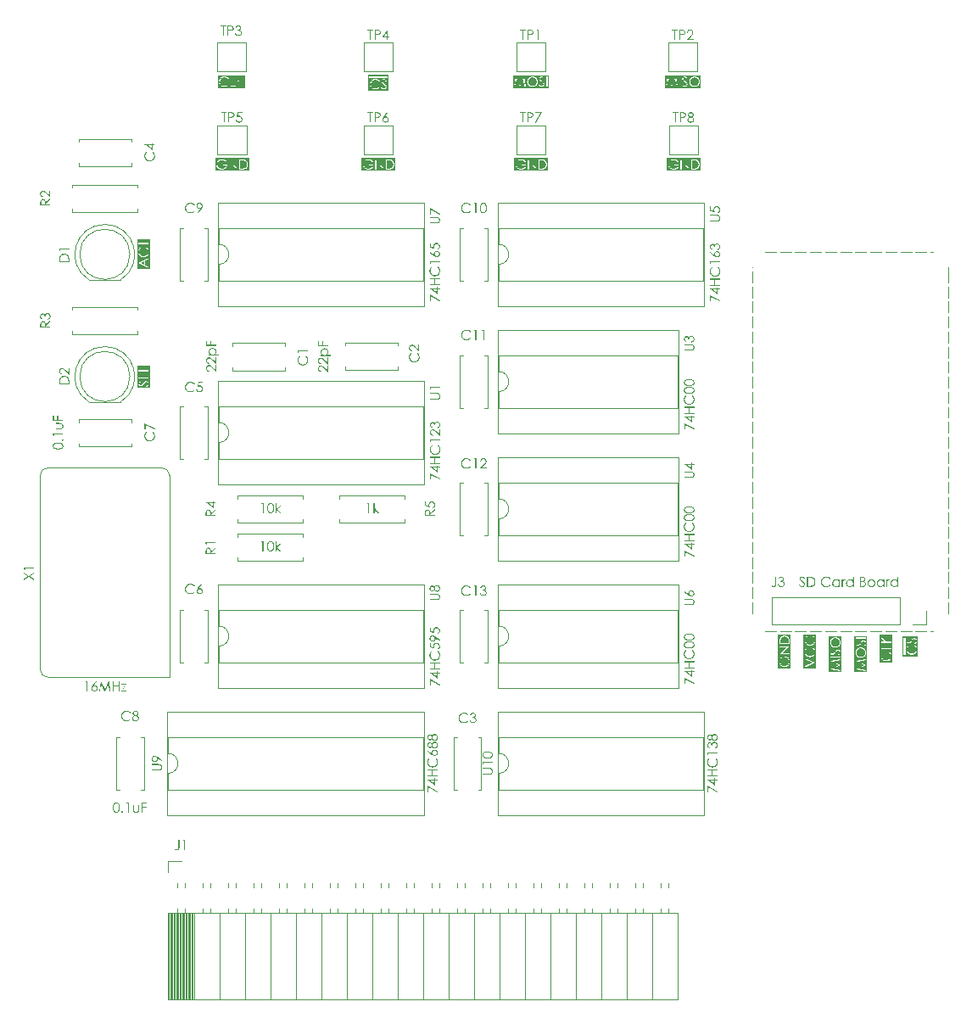
<source format=gbr>
%TF.GenerationSoftware,KiCad,Pcbnew,8.0.2*%
%TF.CreationDate,2025-01-25T14:55:06+01:00*%
%TF.ProjectId,sdcard-board,73646361-7264-42d6-926f-6172642e6b69,rev?*%
%TF.SameCoordinates,Original*%
%TF.FileFunction,Legend,Top*%
%TF.FilePolarity,Positive*%
%FSLAX46Y46*%
G04 Gerber Fmt 4.6, Leading zero omitted, Abs format (unit mm)*
G04 Created by KiCad (PCBNEW 8.0.2) date 2025-01-25 14:55:06*
%MOMM*%
%LPD*%
G01*
G04 APERTURE LIST*
%ADD10C,0.200000*%
%ADD11C,0.100000*%
%ADD12C,0.120000*%
G04 APERTURE END LIST*
D10*
G36*
X119286742Y-120152566D02*
G01*
X117718889Y-120152566D01*
X117718889Y-118308624D01*
X117830000Y-118308624D01*
X117831921Y-119962885D01*
X117846853Y-119998933D01*
X117874443Y-120026523D01*
X117910491Y-120041455D01*
X117949509Y-120041455D01*
X117985557Y-120026523D01*
X118013147Y-119998933D01*
X118028079Y-119962885D01*
X118030000Y-119943376D01*
X118029394Y-119421777D01*
X118128318Y-119421777D01*
X118130653Y-119479106D01*
X118137660Y-119533977D01*
X118149338Y-119586390D01*
X118165687Y-119636345D01*
X118186707Y-119683842D01*
X118212398Y-119728882D01*
X118242761Y-119771465D01*
X118277794Y-119811589D01*
X118316247Y-119848054D01*
X118356868Y-119879656D01*
X118399656Y-119906397D01*
X118444612Y-119928276D01*
X118491736Y-119945293D01*
X118541027Y-119957448D01*
X118592486Y-119964741D01*
X118646113Y-119967172D01*
X118684596Y-119966043D01*
X118734244Y-119961024D01*
X118793631Y-119949105D01*
X118850049Y-119930914D01*
X118903498Y-119906449D01*
X118953977Y-119875711D01*
X119001486Y-119838700D01*
X119042301Y-119798663D01*
X119077674Y-119755123D01*
X119107606Y-119708080D01*
X119132095Y-119657533D01*
X119151142Y-119603483D01*
X119164747Y-119545929D01*
X119172910Y-119484872D01*
X119175631Y-119420312D01*
X119174325Y-119377374D01*
X119169311Y-119327548D01*
X119158707Y-119271763D01*
X119142984Y-119218502D01*
X119122142Y-119167765D01*
X119108018Y-119140081D01*
X119079976Y-119094464D01*
X119047704Y-119052446D01*
X119011201Y-119014028D01*
X118970467Y-118979209D01*
X118909895Y-119059077D01*
X118950195Y-119095881D01*
X118985122Y-119134853D01*
X119014675Y-119175993D01*
X119038855Y-119219300D01*
X119057662Y-119264775D01*
X119071095Y-119312418D01*
X119079155Y-119362228D01*
X119081842Y-119414206D01*
X119081363Y-119438066D01*
X119075975Y-119495455D01*
X119064600Y-119549612D01*
X119047238Y-119600537D01*
X119023889Y-119648230D01*
X118994554Y-119692691D01*
X118959232Y-119733920D01*
X118943639Y-119749270D01*
X118902585Y-119783312D01*
X118858573Y-119811165D01*
X118811604Y-119832829D01*
X118761678Y-119848303D01*
X118708793Y-119857587D01*
X118652951Y-119860682D01*
X118622986Y-119859796D01*
X118572383Y-119853986D01*
X118524117Y-119842753D01*
X118478189Y-119826097D01*
X118434598Y-119804018D01*
X118422602Y-119796753D01*
X118377707Y-119764070D01*
X118337758Y-119725587D01*
X118306860Y-119687155D01*
X118279748Y-119644283D01*
X118266239Y-119618236D01*
X118246931Y-119571315D01*
X118233140Y-119522687D01*
X118224865Y-119472353D01*
X118222107Y-119420312D01*
X118224839Y-119366243D01*
X118233037Y-119314433D01*
X118246699Y-119264882D01*
X118265826Y-119217590D01*
X118290235Y-119172970D01*
X118319743Y-119131678D01*
X118354349Y-119093714D01*
X118394054Y-119059077D01*
X118332993Y-118979209D01*
X118309428Y-118998050D01*
X118271439Y-119034126D01*
X118237587Y-119074152D01*
X118207872Y-119118128D01*
X118182295Y-119166055D01*
X118161263Y-119217278D01*
X118145397Y-119271142D01*
X118135908Y-119319413D01*
X118130215Y-119369625D01*
X118128318Y-119421777D01*
X118029394Y-119421777D01*
X118028414Y-118577430D01*
X118128318Y-118577430D01*
X118129391Y-118602357D01*
X118139081Y-118653950D01*
X118158848Y-118702238D01*
X118171004Y-118722777D01*
X118202821Y-118761152D01*
X118242135Y-118791142D01*
X118262322Y-118801850D01*
X118308830Y-118817450D01*
X118359127Y-118822650D01*
X118369189Y-118822441D01*
X118418181Y-118815128D01*
X118464978Y-118797368D01*
X118509581Y-118769161D01*
X118545061Y-118736579D01*
X118578732Y-118698745D01*
X118613629Y-118655872D01*
X118647578Y-118611868D01*
X118659317Y-118596481D01*
X118693251Y-118553983D01*
X118730411Y-118511347D01*
X118769673Y-118471780D01*
X118809755Y-118438944D01*
X118812810Y-118436825D01*
X118859153Y-118413116D01*
X118909651Y-118404506D01*
X118947872Y-118408994D01*
X118994403Y-118427953D01*
X119028238Y-118454429D01*
X119058150Y-118495853D01*
X119075919Y-118542076D01*
X119081842Y-118591352D01*
X119081170Y-118606080D01*
X119068241Y-118655900D01*
X119038855Y-118703032D01*
X119000570Y-118741291D01*
X118959430Y-118771665D01*
X118909895Y-118800668D01*
X118961430Y-118886641D01*
X118968601Y-118882676D01*
X119015163Y-118854294D01*
X119055368Y-118824814D01*
X119093531Y-118789776D01*
X119126538Y-118748644D01*
X119140681Y-118724795D01*
X119160098Y-118679762D01*
X119171748Y-118632024D01*
X119175631Y-118581582D01*
X119175316Y-118566793D01*
X119169255Y-118517240D01*
X119152884Y-118464816D01*
X119126437Y-118416879D01*
X119095031Y-118378616D01*
X119052945Y-118342071D01*
X119007287Y-118315968D01*
X118958056Y-118300306D01*
X118905254Y-118295085D01*
X118900523Y-118295133D01*
X118848571Y-118301955D01*
X118801492Y-118318174D01*
X118754556Y-118343934D01*
X118720640Y-118369160D01*
X118684712Y-118402311D01*
X118646775Y-118443385D01*
X118612657Y-118484899D01*
X118583098Y-118523941D01*
X118578045Y-118530767D01*
X118546095Y-118573583D01*
X118513809Y-118615855D01*
X118481981Y-118654366D01*
X118457597Y-118676731D01*
X118414570Y-118704680D01*
X118398939Y-118710664D01*
X118350579Y-118718358D01*
X118300631Y-118708649D01*
X118259232Y-118679523D01*
X118252597Y-118672047D01*
X118229213Y-118628802D01*
X118222107Y-118579628D01*
X118226782Y-118539524D01*
X118246531Y-118491945D01*
X118272016Y-118459384D01*
X118308292Y-118425434D01*
X118347159Y-118394736D01*
X118284877Y-118312426D01*
X118263346Y-118329657D01*
X118225549Y-118363454D01*
X118191422Y-118400418D01*
X118161779Y-118444073D01*
X118147140Y-118475672D01*
X118133023Y-118525246D01*
X118128318Y-118577430D01*
X118028414Y-118577430D01*
X118028079Y-118289115D01*
X118013147Y-118253067D01*
X117985557Y-118225477D01*
X117949509Y-118210545D01*
X117910491Y-118210545D01*
X117874443Y-118225477D01*
X117846853Y-118253067D01*
X117831921Y-118289115D01*
X117830000Y-118308624D01*
X117718889Y-118308624D01*
X117718889Y-118099434D01*
X119286742Y-118099434D01*
X119286742Y-120152566D01*
G37*
G36*
X113601001Y-119321985D02*
G01*
X113651427Y-119327720D01*
X113699750Y-119338808D01*
X113745968Y-119355249D01*
X113790083Y-119377043D01*
X113796194Y-119380582D01*
X113842146Y-119412001D01*
X113882878Y-119448947D01*
X113918388Y-119491418D01*
X113945177Y-119533114D01*
X113958458Y-119558363D01*
X113977438Y-119603870D01*
X113990996Y-119651061D01*
X113999130Y-119699934D01*
X114001842Y-119750490D01*
X114001360Y-119772273D01*
X113995940Y-119824984D01*
X113984497Y-119875203D01*
X113967031Y-119922929D01*
X113943543Y-119968163D01*
X113914032Y-120010904D01*
X113878499Y-120051153D01*
X113862864Y-120066237D01*
X113821872Y-120099689D01*
X113778161Y-120127059D01*
X113731731Y-120148347D01*
X113682582Y-120163553D01*
X113630714Y-120172676D01*
X113576127Y-120175717D01*
X113546253Y-120174839D01*
X113495663Y-120169079D01*
X113447224Y-120157943D01*
X113400935Y-120141430D01*
X113356796Y-120119541D01*
X113344650Y-120112317D01*
X113299213Y-120079985D01*
X113258814Y-120042158D01*
X113227597Y-120004551D01*
X113200237Y-119962737D01*
X113196660Y-119956452D01*
X113174805Y-119911828D01*
X113156639Y-119859484D01*
X113145740Y-119805704D01*
X113142107Y-119750490D01*
X113142618Y-119729213D01*
X113147784Y-119680418D01*
X113160500Y-119626112D01*
X113177587Y-119579872D01*
X113200237Y-119534824D01*
X113203908Y-119528503D01*
X113231714Y-119486769D01*
X113268014Y-119444454D01*
X113309139Y-119407879D01*
X113355087Y-119377043D01*
X113367265Y-119370270D01*
X113417755Y-119347548D01*
X113471084Y-119331817D01*
X113520076Y-119323788D01*
X113571242Y-119321111D01*
X113601001Y-119321985D01*
G37*
G36*
X114206742Y-121679745D02*
G01*
X112937207Y-121679745D01*
X112937207Y-120574566D01*
X113063949Y-120574566D01*
X113063949Y-120591174D01*
X113892421Y-120997838D01*
X113063949Y-121408655D01*
X113063949Y-121425019D01*
X114080000Y-121568634D01*
X114080000Y-121471181D01*
X113345317Y-121372751D01*
X114080000Y-121010783D01*
X114080000Y-120985382D01*
X113345317Y-120628299D01*
X114080000Y-120529381D01*
X114080000Y-120429730D01*
X113063949Y-120574566D01*
X112937207Y-120574566D01*
X112937207Y-119755375D01*
X113048318Y-119755375D01*
X113048590Y-119773004D01*
X113052668Y-119824954D01*
X113061641Y-119875495D01*
X113075509Y-119924628D01*
X113094271Y-119972352D01*
X113117927Y-120018669D01*
X113126806Y-120033644D01*
X113155952Y-120076188D01*
X113188859Y-120115160D01*
X113225527Y-120150560D01*
X113265956Y-120182388D01*
X113310146Y-120210644D01*
X113325554Y-120219162D01*
X113372764Y-120241418D01*
X113421450Y-120258729D01*
X113471613Y-120271094D01*
X113523254Y-120278513D01*
X113576371Y-120280986D01*
X113629291Y-120278570D01*
X113680220Y-120271323D01*
X113729156Y-120259244D01*
X113776100Y-120242334D01*
X113821052Y-120220593D01*
X113864012Y-120194020D01*
X113904980Y-120162616D01*
X113943956Y-120126380D01*
X113979505Y-120086633D01*
X114010314Y-120044696D01*
X114036383Y-120000568D01*
X114057712Y-119954250D01*
X114074302Y-119905741D01*
X114086151Y-119855041D01*
X114093261Y-119802151D01*
X114095631Y-119747071D01*
X114093250Y-119692685D01*
X114086106Y-119640413D01*
X114074199Y-119590255D01*
X114057529Y-119542212D01*
X114036097Y-119496283D01*
X114009902Y-119452468D01*
X113978944Y-119410768D01*
X113943224Y-119371181D01*
X113904026Y-119335003D01*
X113862761Y-119303648D01*
X113819427Y-119277117D01*
X113774024Y-119255410D01*
X113726553Y-119238527D01*
X113677014Y-119226467D01*
X113625406Y-119219232D01*
X113571730Y-119216820D01*
X113517562Y-119219235D01*
X113465576Y-119226482D01*
X113415773Y-119238561D01*
X113368154Y-119255471D01*
X113322717Y-119277212D01*
X113279463Y-119303785D01*
X113238392Y-119335190D01*
X113199504Y-119371425D01*
X113164070Y-119411245D01*
X113133360Y-119453399D01*
X113107375Y-119497890D01*
X113086114Y-119544716D01*
X113069578Y-119593877D01*
X113057767Y-119645374D01*
X113050680Y-119699207D01*
X113048523Y-119750490D01*
X113048318Y-119755375D01*
X112937207Y-119755375D01*
X112937207Y-118815773D01*
X113048318Y-118815773D01*
X113049391Y-118840700D01*
X113059081Y-118892293D01*
X113078848Y-118940581D01*
X113091004Y-118961120D01*
X113122821Y-118999495D01*
X113162135Y-119029485D01*
X113182322Y-119040193D01*
X113228830Y-119055793D01*
X113279127Y-119060993D01*
X113289189Y-119060784D01*
X113338181Y-119053471D01*
X113384978Y-119035711D01*
X113429581Y-119007504D01*
X113465061Y-118974922D01*
X113498732Y-118937088D01*
X113533629Y-118894215D01*
X113567578Y-118850211D01*
X113579317Y-118834824D01*
X113613251Y-118792326D01*
X113650411Y-118749690D01*
X113689673Y-118710123D01*
X113729755Y-118677287D01*
X113732810Y-118675168D01*
X113779153Y-118651458D01*
X113829651Y-118642849D01*
X113867872Y-118647337D01*
X113914403Y-118666296D01*
X113948238Y-118692772D01*
X113978150Y-118734196D01*
X113995919Y-118780419D01*
X114001842Y-118829695D01*
X114001170Y-118844423D01*
X113988241Y-118894243D01*
X113958855Y-118941375D01*
X113920570Y-118979634D01*
X113879430Y-119010008D01*
X113829895Y-119039011D01*
X113881430Y-119124984D01*
X113888601Y-119121019D01*
X113935163Y-119092637D01*
X113975368Y-119063157D01*
X114013531Y-119028119D01*
X114046538Y-118986987D01*
X114060681Y-118963138D01*
X114080098Y-118918105D01*
X114091748Y-118870367D01*
X114095631Y-118819925D01*
X114095316Y-118805136D01*
X114089255Y-118755583D01*
X114072884Y-118703159D01*
X114046437Y-118655222D01*
X114015031Y-118616959D01*
X113972945Y-118580414D01*
X113927287Y-118554311D01*
X113878056Y-118538649D01*
X113825254Y-118533428D01*
X113820523Y-118533476D01*
X113768571Y-118540297D01*
X113721492Y-118556517D01*
X113674556Y-118582277D01*
X113640640Y-118607503D01*
X113604712Y-118640654D01*
X113566775Y-118681728D01*
X113532657Y-118723242D01*
X113503098Y-118762284D01*
X113498045Y-118769110D01*
X113466095Y-118811926D01*
X113433809Y-118854198D01*
X113401981Y-118892709D01*
X113377597Y-118915074D01*
X113334570Y-118943023D01*
X113318939Y-118949007D01*
X113270579Y-118956701D01*
X113220631Y-118946992D01*
X113179232Y-118917866D01*
X113172597Y-118910390D01*
X113149213Y-118867145D01*
X113142107Y-118817971D01*
X113146782Y-118777867D01*
X113166531Y-118730288D01*
X113192016Y-118697727D01*
X113228292Y-118663777D01*
X113267159Y-118633079D01*
X113204877Y-118550769D01*
X113183346Y-118568000D01*
X113145549Y-118601797D01*
X113111422Y-118638760D01*
X113081779Y-118682416D01*
X113067140Y-118714015D01*
X113053023Y-118763589D01*
X113048318Y-118815773D01*
X112937207Y-118815773D01*
X112937207Y-118338522D01*
X113063949Y-118338522D01*
X114080000Y-118338522D01*
X114080000Y-118237406D01*
X113063949Y-118237406D01*
X113063949Y-118338522D01*
X112937207Y-118338522D01*
X112937207Y-118126295D01*
X114206742Y-118126295D01*
X114206742Y-121679745D01*
G37*
G36*
X116746742Y-120720629D02*
G01*
X115477207Y-120720629D01*
X115477207Y-120064123D01*
X115588318Y-120064123D01*
X115590653Y-120121452D01*
X115597660Y-120176323D01*
X115609338Y-120228736D01*
X115625687Y-120278691D01*
X115646707Y-120326188D01*
X115672398Y-120371228D01*
X115702761Y-120413811D01*
X115737794Y-120453935D01*
X115776247Y-120490400D01*
X115816868Y-120522002D01*
X115859656Y-120548743D01*
X115904612Y-120570622D01*
X115951736Y-120587639D01*
X116001027Y-120599794D01*
X116052486Y-120607087D01*
X116106113Y-120609518D01*
X116144596Y-120608389D01*
X116194244Y-120603370D01*
X116253631Y-120591451D01*
X116310049Y-120573260D01*
X116363498Y-120548795D01*
X116413977Y-120518057D01*
X116461486Y-120481046D01*
X116502301Y-120441009D01*
X116537674Y-120397469D01*
X116567606Y-120350426D01*
X116592095Y-120299879D01*
X116611142Y-120245829D01*
X116624747Y-120188275D01*
X116632910Y-120127218D01*
X116635631Y-120062658D01*
X116634325Y-120019720D01*
X116629311Y-119969894D01*
X116618707Y-119914109D01*
X116602984Y-119860848D01*
X116582142Y-119810111D01*
X116568018Y-119782427D01*
X116539976Y-119736810D01*
X116507704Y-119694792D01*
X116471201Y-119656374D01*
X116430467Y-119621555D01*
X116369895Y-119701423D01*
X116410195Y-119738227D01*
X116445122Y-119777199D01*
X116474675Y-119818339D01*
X116498855Y-119861646D01*
X116517662Y-119907121D01*
X116531095Y-119954764D01*
X116539155Y-120004574D01*
X116541842Y-120056552D01*
X116541363Y-120080412D01*
X116535975Y-120137801D01*
X116524600Y-120191958D01*
X116507238Y-120242883D01*
X116483889Y-120290576D01*
X116454554Y-120335037D01*
X116419232Y-120376266D01*
X116403639Y-120391616D01*
X116362585Y-120425658D01*
X116318573Y-120453511D01*
X116271604Y-120475175D01*
X116221678Y-120490649D01*
X116168793Y-120499933D01*
X116112951Y-120503028D01*
X116082986Y-120502142D01*
X116032383Y-120496332D01*
X115984117Y-120485099D01*
X115938189Y-120468443D01*
X115894598Y-120446364D01*
X115882602Y-120439099D01*
X115837707Y-120406416D01*
X115797758Y-120367933D01*
X115766860Y-120329501D01*
X115739748Y-120286629D01*
X115726239Y-120260582D01*
X115706931Y-120213661D01*
X115693140Y-120165033D01*
X115684865Y-120114699D01*
X115682107Y-120062658D01*
X115684839Y-120008589D01*
X115693037Y-119956779D01*
X115706699Y-119907228D01*
X115725826Y-119859936D01*
X115750235Y-119815316D01*
X115779743Y-119774024D01*
X115814349Y-119736060D01*
X115854054Y-119701423D01*
X115792993Y-119621555D01*
X115769428Y-119640396D01*
X115731439Y-119676472D01*
X115697587Y-119716498D01*
X115667872Y-119760474D01*
X115642295Y-119808401D01*
X115621263Y-119859624D01*
X115605397Y-119913488D01*
X115595908Y-119961759D01*
X115590215Y-120011971D01*
X115588318Y-120064123D01*
X115477207Y-120064123D01*
X115477207Y-119322846D01*
X115603949Y-119322846D01*
X115603949Y-119424696D01*
X116620000Y-119424696D01*
X116620000Y-118934745D01*
X116526210Y-118934745D01*
X116526210Y-119322846D01*
X115603949Y-119322846D01*
X115477207Y-119322846D01*
X115477207Y-118134849D01*
X115603949Y-118134849D01*
X115603949Y-118271625D01*
X115985701Y-118674870D01*
X115603949Y-118674870D01*
X115603949Y-118777941D01*
X116620000Y-118777941D01*
X116620000Y-118674870D01*
X116130048Y-118674870D01*
X116620000Y-118231081D01*
X116620000Y-118096992D01*
X116057264Y-118620404D01*
X115603949Y-118134849D01*
X115477207Y-118134849D01*
X115477207Y-117985881D01*
X116746742Y-117985881D01*
X116746742Y-120720629D01*
G37*
G36*
X111061001Y-118308866D02*
G01*
X111111427Y-118314601D01*
X111159750Y-118325689D01*
X111205968Y-118342130D01*
X111250083Y-118363924D01*
X111256194Y-118367463D01*
X111302146Y-118398882D01*
X111342878Y-118435828D01*
X111378388Y-118478299D01*
X111405177Y-118519995D01*
X111418458Y-118545243D01*
X111437438Y-118590751D01*
X111450996Y-118637941D01*
X111459130Y-118686815D01*
X111461842Y-118737371D01*
X111461360Y-118759153D01*
X111455940Y-118811865D01*
X111444497Y-118862084D01*
X111427031Y-118909810D01*
X111403543Y-118955044D01*
X111374032Y-118997785D01*
X111338499Y-119038034D01*
X111322864Y-119053118D01*
X111281872Y-119086570D01*
X111238161Y-119113940D01*
X111191731Y-119135228D01*
X111142582Y-119150433D01*
X111090714Y-119159557D01*
X111036127Y-119162598D01*
X111006253Y-119161720D01*
X110955663Y-119155960D01*
X110907224Y-119144823D01*
X110860935Y-119128311D01*
X110816796Y-119106422D01*
X110804650Y-119099198D01*
X110759213Y-119066866D01*
X110718814Y-119029039D01*
X110687597Y-118991432D01*
X110660237Y-118949618D01*
X110656660Y-118943333D01*
X110634805Y-118898709D01*
X110616639Y-118846364D01*
X110605740Y-118792585D01*
X110602107Y-118737371D01*
X110602618Y-118716094D01*
X110607784Y-118667299D01*
X110620500Y-118612993D01*
X110637587Y-118566753D01*
X110660237Y-118521704D01*
X110663908Y-118515384D01*
X110691714Y-118473650D01*
X110728014Y-118431335D01*
X110769139Y-118394759D01*
X110815087Y-118363924D01*
X110827265Y-118357151D01*
X110877755Y-118334428D01*
X110931084Y-118318698D01*
X110980076Y-118310668D01*
X111031242Y-118307992D01*
X111061001Y-118308866D01*
G37*
G36*
X111666742Y-121679745D02*
G01*
X110397207Y-121679745D01*
X110397207Y-120574566D01*
X110523949Y-120574566D01*
X110523949Y-120591174D01*
X111352421Y-120997838D01*
X110523949Y-121408655D01*
X110523949Y-121425019D01*
X111540000Y-121568634D01*
X111540000Y-121471181D01*
X110805317Y-121372751D01*
X111540000Y-121010783D01*
X111540000Y-120985382D01*
X110805317Y-120628299D01*
X111540000Y-120529381D01*
X111540000Y-120429730D01*
X110523949Y-120574566D01*
X110397207Y-120574566D01*
X110397207Y-120251432D01*
X110523949Y-120251432D01*
X111540000Y-120251432D01*
X111540000Y-120150316D01*
X110523949Y-120150316D01*
X110523949Y-120251432D01*
X110397207Y-120251432D01*
X110397207Y-119715564D01*
X110508318Y-119715564D01*
X110509391Y-119740491D01*
X110519081Y-119792084D01*
X110538848Y-119840372D01*
X110551004Y-119860911D01*
X110582821Y-119899286D01*
X110622135Y-119929276D01*
X110642322Y-119939984D01*
X110688830Y-119955583D01*
X110739127Y-119960783D01*
X110749189Y-119960574D01*
X110798181Y-119953261D01*
X110844978Y-119935501D01*
X110889581Y-119907294D01*
X110925061Y-119874713D01*
X110958732Y-119836878D01*
X110993629Y-119794006D01*
X111027578Y-119750002D01*
X111039317Y-119734614D01*
X111073251Y-119692116D01*
X111110411Y-119649481D01*
X111149673Y-119609913D01*
X111189755Y-119577078D01*
X111192810Y-119574959D01*
X111239153Y-119551249D01*
X111289651Y-119542640D01*
X111327872Y-119547128D01*
X111374403Y-119566087D01*
X111408238Y-119592562D01*
X111438150Y-119633986D01*
X111455919Y-119680209D01*
X111461842Y-119729485D01*
X111461170Y-119744213D01*
X111448241Y-119794033D01*
X111418855Y-119841165D01*
X111380570Y-119879425D01*
X111339430Y-119909799D01*
X111289895Y-119938801D01*
X111341430Y-120024775D01*
X111348601Y-120020810D01*
X111395163Y-119992428D01*
X111435368Y-119962947D01*
X111473531Y-119927910D01*
X111506538Y-119886778D01*
X111520681Y-119862928D01*
X111540098Y-119817896D01*
X111551748Y-119770158D01*
X111555631Y-119719716D01*
X111555316Y-119704927D01*
X111549255Y-119655374D01*
X111532884Y-119602949D01*
X111506437Y-119555013D01*
X111475031Y-119516750D01*
X111432945Y-119480205D01*
X111387287Y-119454102D01*
X111338056Y-119438439D01*
X111285254Y-119433219D01*
X111280523Y-119433266D01*
X111228571Y-119440088D01*
X111181492Y-119456307D01*
X111134556Y-119482067D01*
X111100640Y-119507294D01*
X111064712Y-119540444D01*
X111026775Y-119581519D01*
X110992657Y-119623032D01*
X110963098Y-119662074D01*
X110958045Y-119668901D01*
X110926095Y-119711717D01*
X110893809Y-119753989D01*
X110861981Y-119792500D01*
X110837597Y-119814864D01*
X110794570Y-119842814D01*
X110778939Y-119848798D01*
X110730579Y-119856492D01*
X110680631Y-119846783D01*
X110639232Y-119817657D01*
X110632597Y-119810180D01*
X110609213Y-119766936D01*
X110602107Y-119717762D01*
X110606782Y-119677657D01*
X110626531Y-119630079D01*
X110652016Y-119597518D01*
X110688292Y-119563567D01*
X110727159Y-119532870D01*
X110664877Y-119450560D01*
X110643346Y-119467791D01*
X110605549Y-119501588D01*
X110571422Y-119538551D01*
X110541779Y-119582207D01*
X110527140Y-119613806D01*
X110513023Y-119663380D01*
X110508318Y-119715564D01*
X110397207Y-119715564D01*
X110397207Y-118742256D01*
X110508318Y-118742256D01*
X110508590Y-118759885D01*
X110512668Y-118811834D01*
X110521641Y-118862376D01*
X110535509Y-118911508D01*
X110554271Y-118959233D01*
X110577927Y-119005550D01*
X110586806Y-119020525D01*
X110615952Y-119063069D01*
X110648859Y-119102041D01*
X110685527Y-119137441D01*
X110725956Y-119169269D01*
X110770146Y-119197524D01*
X110785554Y-119206042D01*
X110832764Y-119228299D01*
X110881450Y-119245610D01*
X110931613Y-119257975D01*
X110983254Y-119265393D01*
X111036371Y-119267866D01*
X111089291Y-119265451D01*
X111140220Y-119258204D01*
X111189156Y-119246125D01*
X111236100Y-119229215D01*
X111281052Y-119207474D01*
X111324012Y-119180901D01*
X111364980Y-119149496D01*
X111403956Y-119113261D01*
X111439505Y-119073514D01*
X111470314Y-119031577D01*
X111496383Y-118987449D01*
X111517712Y-118941131D01*
X111534302Y-118892622D01*
X111546151Y-118841922D01*
X111553261Y-118789032D01*
X111555631Y-118733952D01*
X111553250Y-118679566D01*
X111546106Y-118627294D01*
X111534199Y-118577136D01*
X111517529Y-118529093D01*
X111496097Y-118483164D01*
X111469902Y-118439349D01*
X111438944Y-118397648D01*
X111403224Y-118358062D01*
X111364026Y-118321883D01*
X111322761Y-118290529D01*
X111279427Y-118263998D01*
X111234024Y-118242291D01*
X111186553Y-118225407D01*
X111137014Y-118213348D01*
X111085406Y-118206112D01*
X111031730Y-118203700D01*
X110977562Y-118206116D01*
X110925576Y-118213363D01*
X110875773Y-118225442D01*
X110828154Y-118242352D01*
X110782717Y-118264093D01*
X110739463Y-118290666D01*
X110698392Y-118322070D01*
X110659504Y-118358306D01*
X110624070Y-118398125D01*
X110593360Y-118440280D01*
X110567375Y-118484770D01*
X110546114Y-118531596D01*
X110529578Y-118580758D01*
X110517767Y-118632255D01*
X110510680Y-118686088D01*
X110508523Y-118737371D01*
X110508318Y-118742256D01*
X110397207Y-118742256D01*
X110397207Y-118092589D01*
X111666742Y-118092589D01*
X111666742Y-121679745D01*
G37*
G36*
X106008051Y-118156701D02*
G01*
X106057006Y-118162815D01*
X106110257Y-118175743D01*
X106159348Y-118194912D01*
X106204277Y-118220322D01*
X106227820Y-118237388D01*
X106264483Y-118270928D01*
X106295373Y-118309142D01*
X106320489Y-118352032D01*
X106339832Y-118399596D01*
X106347431Y-118428073D01*
X106355906Y-118478479D01*
X106361161Y-118531470D01*
X106364124Y-118582530D01*
X106365798Y-118639862D01*
X106366210Y-118690245D01*
X106366210Y-118806993D01*
X105537739Y-118806993D01*
X105537739Y-118735674D01*
X105537996Y-118695906D01*
X105539570Y-118634435D01*
X105542576Y-118578975D01*
X105547012Y-118529525D01*
X105554225Y-118478120D01*
X105567048Y-118423043D01*
X105577852Y-118392288D01*
X105601736Y-118342671D01*
X105631954Y-118298408D01*
X105668507Y-118259497D01*
X105711395Y-118225939D01*
X105759424Y-118198340D01*
X105811613Y-118177520D01*
X105859658Y-118165069D01*
X105910760Y-118157599D01*
X105964919Y-118155109D01*
X106008051Y-118156701D01*
G37*
G36*
X106586742Y-121313394D02*
G01*
X105317207Y-121313394D01*
X105317207Y-120647851D01*
X105428318Y-120647851D01*
X105428587Y-120667567D01*
X105432622Y-120725169D01*
X105441501Y-120780453D01*
X105455223Y-120833419D01*
X105473787Y-120884066D01*
X105497194Y-120932394D01*
X105505982Y-120947879D01*
X105534853Y-120991837D01*
X105567486Y-121032051D01*
X105603879Y-121068521D01*
X105644033Y-121101248D01*
X105687948Y-121130231D01*
X105703289Y-121138956D01*
X105750230Y-121161754D01*
X105798544Y-121179485D01*
X105848232Y-121192150D01*
X105899294Y-121199750D01*
X105951730Y-121202283D01*
X105975365Y-121201791D01*
X106032892Y-121196264D01*
X106088189Y-121184594D01*
X106141256Y-121166783D01*
X106192093Y-121142830D01*
X106240699Y-121112734D01*
X106287076Y-121076498D01*
X106309908Y-121055616D01*
X106351155Y-121011110D01*
X106386509Y-120962948D01*
X106415971Y-120911131D01*
X106439540Y-120855657D01*
X106457217Y-120796527D01*
X106469002Y-120733742D01*
X106473974Y-120684253D01*
X106475631Y-120632708D01*
X106475499Y-120618374D01*
X106472334Y-120562858D01*
X106464947Y-120510258D01*
X106453340Y-120460574D01*
X106437512Y-120413805D01*
X106411791Y-120359444D01*
X106379475Y-120309639D01*
X106340565Y-120264390D01*
X106332016Y-120255914D01*
X106286500Y-120217524D01*
X106236370Y-120185789D01*
X106181624Y-120160709D01*
X106134504Y-120145436D01*
X106084430Y-120134422D01*
X106031403Y-120127668D01*
X105975422Y-120125172D01*
X105975422Y-120560657D01*
X106069211Y-120560657D01*
X106069211Y-120238500D01*
X106077831Y-120239838D01*
X106127428Y-120251470D01*
X106173383Y-120269284D01*
X106222397Y-120297882D01*
X106260465Y-120329092D01*
X106294891Y-120366484D01*
X106305420Y-120380135D01*
X106332932Y-120423346D01*
X106354330Y-120469940D01*
X106369614Y-120519918D01*
X106378785Y-120573278D01*
X106381842Y-120630022D01*
X106380930Y-120661819D01*
X106374944Y-120715922D01*
X106363372Y-120768061D01*
X106346213Y-120818236D01*
X106323468Y-120866449D01*
X106308191Y-120892651D01*
X106278170Y-120935017D01*
X106243964Y-120972940D01*
X106205574Y-121006423D01*
X106163000Y-121035465D01*
X106143759Y-121046377D01*
X106098095Y-121067665D01*
X106051355Y-121083109D01*
X105996622Y-121093604D01*
X105947578Y-121096525D01*
X105940674Y-121096468D01*
X105886231Y-121091850D01*
X105833192Y-121079844D01*
X105781557Y-121060450D01*
X105737529Y-121037419D01*
X105713326Y-121021886D01*
X105674093Y-120991068D01*
X105638834Y-120955622D01*
X105607549Y-120915548D01*
X105580237Y-120870845D01*
X105566613Y-120843799D01*
X105547141Y-120795605D01*
X105533233Y-120746313D01*
X105524889Y-120695922D01*
X105522107Y-120644432D01*
X105524839Y-120596362D01*
X105533037Y-120547651D01*
X105546699Y-120498298D01*
X105565826Y-120448305D01*
X105574382Y-120429579D01*
X105600703Y-120381028D01*
X105627917Y-120340199D01*
X105659033Y-120300912D01*
X105694054Y-120263169D01*
X105619804Y-120185011D01*
X105584092Y-120225683D01*
X105552244Y-120266733D01*
X105524260Y-120308161D01*
X105496496Y-120356971D01*
X105473991Y-120406295D01*
X105463286Y-120434860D01*
X105447988Y-120485969D01*
X105437060Y-120538504D01*
X105430503Y-120592465D01*
X105428318Y-120647851D01*
X105317207Y-120647851D01*
X105317207Y-119244920D01*
X105443949Y-119244920D01*
X106233342Y-119244920D01*
X105443949Y-119916832D01*
X105443949Y-119938814D01*
X106460000Y-119938814D01*
X106460000Y-119834278D01*
X105677201Y-119834278D01*
X106460000Y-119167984D01*
X106460000Y-119145269D01*
X105443949Y-119145269D01*
X105443949Y-119244920D01*
X105317207Y-119244920D01*
X105317207Y-118694397D01*
X105443949Y-118694397D01*
X105443949Y-118735674D01*
X105443949Y-118903957D01*
X106460000Y-118903957D01*
X106460000Y-118582534D01*
X106459514Y-118547829D01*
X106456550Y-118493278D01*
X106450890Y-118442842D01*
X106440540Y-118387750D01*
X106426309Y-118338583D01*
X106404801Y-118288710D01*
X106390051Y-118263129D01*
X106359665Y-118221320D01*
X106323459Y-118183274D01*
X106281433Y-118148992D01*
X106233586Y-118118472D01*
X106218912Y-118110516D01*
X106173182Y-118089728D01*
X106124894Y-118073559D01*
X106074046Y-118062010D01*
X106020640Y-118055081D01*
X105964675Y-118052771D01*
X105910614Y-118054793D01*
X105858949Y-118060857D01*
X105809682Y-118070964D01*
X105762812Y-118085114D01*
X105709732Y-118107431D01*
X105660104Y-118135569D01*
X105644434Y-118146170D01*
X105600982Y-118180983D01*
X105562872Y-118220313D01*
X105530102Y-118264159D01*
X105502673Y-118312522D01*
X105480586Y-118365402D01*
X105478332Y-118371919D01*
X105464557Y-118424341D01*
X105455541Y-118478743D01*
X105449996Y-118530756D01*
X105446239Y-118588838D01*
X105444522Y-118639675D01*
X105443949Y-118694397D01*
X105317207Y-118694397D01*
X105317207Y-117941660D01*
X106586742Y-117941660D01*
X106586742Y-121313394D01*
G37*
G36*
X109126742Y-121328781D02*
G01*
X107857207Y-121328781D01*
X107857207Y-120432429D01*
X107983949Y-120432429D01*
X108770411Y-120773148D01*
X107983949Y-121107761D01*
X107983949Y-121217670D01*
X109000000Y-120784139D01*
X109000000Y-120762157D01*
X107983949Y-120322520D01*
X107983949Y-120432429D01*
X107857207Y-120432429D01*
X107857207Y-119659156D01*
X107968318Y-119659156D01*
X107970653Y-119716485D01*
X107977660Y-119771355D01*
X107989338Y-119823768D01*
X108005687Y-119873724D01*
X108026707Y-119921221D01*
X108052398Y-119966261D01*
X108082761Y-120008843D01*
X108117794Y-120048968D01*
X108156247Y-120085433D01*
X108196868Y-120117035D01*
X108239656Y-120143776D01*
X108284612Y-120165655D01*
X108331736Y-120182672D01*
X108381027Y-120194827D01*
X108432486Y-120202120D01*
X108486113Y-120204551D01*
X108524596Y-120203421D01*
X108574244Y-120198403D01*
X108633631Y-120186484D01*
X108690049Y-120168292D01*
X108743498Y-120143828D01*
X108793977Y-120113090D01*
X108841486Y-120076079D01*
X108882301Y-120036042D01*
X108917674Y-119992502D01*
X108947606Y-119945458D01*
X108972095Y-119894912D01*
X108991142Y-119840861D01*
X109004747Y-119783308D01*
X109012910Y-119722251D01*
X109015631Y-119657691D01*
X109014325Y-119614753D01*
X109009311Y-119564927D01*
X108998707Y-119509142D01*
X108982984Y-119455880D01*
X108962142Y-119405144D01*
X108948018Y-119377460D01*
X108919976Y-119331843D01*
X108887704Y-119289825D01*
X108851201Y-119251407D01*
X108810467Y-119216588D01*
X108749895Y-119296456D01*
X108790195Y-119333260D01*
X108825122Y-119372232D01*
X108854675Y-119413372D01*
X108878855Y-119456679D01*
X108897662Y-119502154D01*
X108911095Y-119549797D01*
X108919155Y-119599607D01*
X108921842Y-119651585D01*
X108921363Y-119675445D01*
X108915975Y-119732834D01*
X108904600Y-119786991D01*
X108887238Y-119837916D01*
X108863889Y-119885608D01*
X108834554Y-119930069D01*
X108799232Y-119971299D01*
X108783639Y-119986649D01*
X108742585Y-120020691D01*
X108698573Y-120048544D01*
X108651604Y-120070208D01*
X108601678Y-120085682D01*
X108548793Y-120094966D01*
X108492951Y-120098061D01*
X108462986Y-120097175D01*
X108412383Y-120091365D01*
X108364117Y-120080132D01*
X108318189Y-120063475D01*
X108274598Y-120041396D01*
X108262602Y-120034132D01*
X108217707Y-120001449D01*
X108177758Y-119962966D01*
X108146860Y-119924534D01*
X108119748Y-119881661D01*
X108106239Y-119855615D01*
X108086931Y-119808694D01*
X108073140Y-119760066D01*
X108064865Y-119709731D01*
X108062107Y-119657691D01*
X108064839Y-119603622D01*
X108073037Y-119551812D01*
X108086699Y-119502261D01*
X108105826Y-119454969D01*
X108130235Y-119410349D01*
X108159743Y-119369057D01*
X108194349Y-119331092D01*
X108234054Y-119296456D01*
X108172993Y-119216588D01*
X108149428Y-119235429D01*
X108111439Y-119271505D01*
X108077587Y-119311531D01*
X108047872Y-119355507D01*
X108022295Y-119403434D01*
X108001263Y-119454657D01*
X107985397Y-119508520D01*
X107975908Y-119556792D01*
X107970215Y-119607004D01*
X107968318Y-119659156D01*
X107857207Y-119659156D01*
X107857207Y-118520985D01*
X107968318Y-118520985D01*
X107970653Y-118578313D01*
X107977660Y-118633184D01*
X107989338Y-118685597D01*
X108005687Y-118735552D01*
X108026707Y-118783050D01*
X108052398Y-118828089D01*
X108082761Y-118870672D01*
X108117794Y-118910796D01*
X108156247Y-118947261D01*
X108196868Y-118978864D01*
X108239656Y-119005604D01*
X108284612Y-119027483D01*
X108331736Y-119044500D01*
X108381027Y-119056655D01*
X108432486Y-119063948D01*
X108486113Y-119066379D01*
X108524596Y-119065250D01*
X108574244Y-119060231D01*
X108633631Y-119048313D01*
X108690049Y-119030121D01*
X108743498Y-119005656D01*
X108793977Y-118974918D01*
X108841486Y-118937907D01*
X108882301Y-118897870D01*
X108917674Y-118854330D01*
X108947606Y-118807287D01*
X108972095Y-118756740D01*
X108991142Y-118702690D01*
X109004747Y-118645136D01*
X109012910Y-118584079D01*
X109015631Y-118519519D01*
X109014325Y-118476581D01*
X109009311Y-118426755D01*
X108998707Y-118370970D01*
X108982984Y-118317709D01*
X108962142Y-118266972D01*
X108948018Y-118239289D01*
X108919976Y-118193671D01*
X108887704Y-118151653D01*
X108851201Y-118113235D01*
X108810467Y-118078417D01*
X108749895Y-118158284D01*
X108790195Y-118195088D01*
X108825122Y-118234060D01*
X108854675Y-118275200D01*
X108878855Y-118318507D01*
X108897662Y-118363982D01*
X108911095Y-118411625D01*
X108919155Y-118461435D01*
X108921842Y-118513413D01*
X108921363Y-118537273D01*
X108915975Y-118594662D01*
X108904600Y-118648819D01*
X108887238Y-118699744D01*
X108863889Y-118747437D01*
X108834554Y-118791898D01*
X108799232Y-118833127D01*
X108783639Y-118848477D01*
X108742585Y-118882520D01*
X108698573Y-118910373D01*
X108651604Y-118932036D01*
X108601678Y-118947510D01*
X108548793Y-118956794D01*
X108492951Y-118959889D01*
X108462986Y-118959004D01*
X108412383Y-118953193D01*
X108364117Y-118941960D01*
X108318189Y-118925304D01*
X108274598Y-118903225D01*
X108262602Y-118895960D01*
X108217707Y-118863278D01*
X108177758Y-118824794D01*
X108146860Y-118786363D01*
X108119748Y-118743490D01*
X108106239Y-118717444D01*
X108086931Y-118670522D01*
X108073140Y-118621894D01*
X108064865Y-118571560D01*
X108062107Y-118519519D01*
X108064839Y-118465450D01*
X108073037Y-118413640D01*
X108086699Y-118364089D01*
X108105826Y-118316798D01*
X108130235Y-118272177D01*
X108159743Y-118230885D01*
X108194349Y-118192921D01*
X108234054Y-118158284D01*
X108172993Y-118078417D01*
X108149428Y-118097258D01*
X108111439Y-118133333D01*
X108077587Y-118173359D01*
X108047872Y-118217336D01*
X108022295Y-118265262D01*
X108001263Y-118316485D01*
X107985397Y-118370349D01*
X107975908Y-118418620D01*
X107970215Y-118468832D01*
X107968318Y-118520985D01*
X107857207Y-118520985D01*
X107857207Y-117967306D01*
X109126742Y-117967306D01*
X109126742Y-121328781D01*
G37*
G36*
X105011402Y-112174949D02*
G01*
X105113251Y-112174949D01*
X105113251Y-112854189D01*
X105112393Y-112909633D01*
X105109221Y-112965831D01*
X105102733Y-113018866D01*
X105090330Y-113068373D01*
X105088827Y-113072297D01*
X105063581Y-113117878D01*
X105027532Y-113155397D01*
X105007250Y-113169995D01*
X104961168Y-113192320D01*
X104912953Y-113203733D01*
X104869253Y-113206631D01*
X104819883Y-113202640D01*
X104770997Y-113190668D01*
X104748597Y-113182451D01*
X104702298Y-113159130D01*
X104660986Y-113131772D01*
X104621685Y-113100991D01*
X104617194Y-113097210D01*
X104670683Y-113019053D01*
X104712953Y-113047887D01*
X104754980Y-113073761D01*
X104798549Y-113096247D01*
X104801842Y-113097699D01*
X104850590Y-113111644D01*
X104869253Y-113112842D01*
X104917834Y-113103715D01*
X104947899Y-113086952D01*
X104982377Y-113049977D01*
X104997236Y-113017831D01*
X105006408Y-112969404D01*
X105010019Y-112920293D01*
X105011347Y-112865933D01*
X105011402Y-112850769D01*
X105011402Y-112174949D01*
G37*
G36*
X105418311Y-112409422D02*
G01*
X105315240Y-112409422D01*
X105329995Y-112359407D01*
X105352896Y-112308772D01*
X105382240Y-112265099D01*
X105418025Y-112228386D01*
X105422951Y-112224286D01*
X105464671Y-112195863D01*
X105509963Y-112175560D01*
X105558827Y-112163378D01*
X105611263Y-112159318D01*
X105664369Y-112163531D01*
X105714878Y-112176172D01*
X105758541Y-112194977D01*
X105801893Y-112222269D01*
X105837913Y-112255448D01*
X105864298Y-112290720D01*
X105887219Y-112336573D01*
X105899561Y-112384006D01*
X105901912Y-112416505D01*
X105895706Y-112470164D01*
X105877088Y-112518727D01*
X105846058Y-112562194D01*
X105809581Y-112595396D01*
X105772219Y-112620204D01*
X105819170Y-112643418D01*
X105859945Y-112673098D01*
X105891653Y-112705689D01*
X105920505Y-112746569D01*
X105943109Y-112795406D01*
X105955281Y-112847256D01*
X105957599Y-112883498D01*
X105953163Y-112935833D01*
X105939853Y-112986595D01*
X105917671Y-113035782D01*
X105912170Y-113045431D01*
X105884126Y-113085964D01*
X105846802Y-113124566D01*
X105802991Y-113156394D01*
X105788583Y-113164621D01*
X105743132Y-113184929D01*
X105694705Y-113198590D01*
X105643303Y-113205605D01*
X105613461Y-113206631D01*
X105558468Y-113203020D01*
X105507613Y-113192185D01*
X105460895Y-113174128D01*
X105418315Y-113148849D01*
X105395840Y-113131160D01*
X105360580Y-113094764D01*
X105331092Y-113051612D01*
X105307379Y-113001705D01*
X105291648Y-112953551D01*
X105281779Y-112909632D01*
X105380697Y-112909632D01*
X105395169Y-112956587D01*
X105417208Y-113005493D01*
X105446520Y-113046727D01*
X105455436Y-113055689D01*
X105497878Y-113085828D01*
X105547046Y-113104805D01*
X105597048Y-113112339D01*
X105614926Y-113112842D01*
X105667164Y-113108751D01*
X105719435Y-113094368D01*
X105764828Y-113069630D01*
X105791270Y-113047385D01*
X105823502Y-113008788D01*
X105846943Y-112961733D01*
X105857362Y-112910289D01*
X105857948Y-112894000D01*
X105851543Y-112844158D01*
X105832329Y-112797215D01*
X105824487Y-112784335D01*
X105791074Y-112744317D01*
X105748966Y-112714024D01*
X105735338Y-112707154D01*
X105684734Y-112690519D01*
X105635421Y-112681694D01*
X105583412Y-112676477D01*
X105561926Y-112675159D01*
X105561926Y-112581369D01*
X105612198Y-112577969D01*
X105662706Y-112566611D01*
X105688199Y-112557189D01*
X105732177Y-112533507D01*
X105769364Y-112497963D01*
X105770997Y-112495640D01*
X105791932Y-112451238D01*
X105796887Y-112413819D01*
X105788221Y-112363577D01*
X105762221Y-112319221D01*
X105744375Y-112300734D01*
X105701041Y-112271711D01*
X105654378Y-112256874D01*
X105611263Y-112253107D01*
X105561220Y-112258992D01*
X105513909Y-112278493D01*
X105498667Y-112288766D01*
X105462546Y-112325764D01*
X105435698Y-112369916D01*
X105418311Y-112409422D01*
G37*
G36*
X107392907Y-112992430D02*
G01*
X107478880Y-112940895D01*
X107507883Y-112990430D01*
X107538257Y-113031570D01*
X107576517Y-113069855D01*
X107623648Y-113099241D01*
X107673469Y-113112170D01*
X107688197Y-113112842D01*
X107737473Y-113106919D01*
X107783696Y-113089150D01*
X107825119Y-113059238D01*
X107851595Y-113025403D01*
X107870554Y-112978872D01*
X107875042Y-112940651D01*
X107866433Y-112890153D01*
X107842723Y-112843810D01*
X107840604Y-112840755D01*
X107807769Y-112800673D01*
X107768201Y-112761411D01*
X107725566Y-112724251D01*
X107683067Y-112690317D01*
X107667680Y-112678578D01*
X107623676Y-112644629D01*
X107580804Y-112609732D01*
X107542969Y-112576061D01*
X107510388Y-112540581D01*
X107482181Y-112495978D01*
X107464420Y-112449181D01*
X107457108Y-112400189D01*
X107456899Y-112390127D01*
X107462099Y-112339830D01*
X107477698Y-112293322D01*
X107488406Y-112273135D01*
X107518396Y-112233821D01*
X107556771Y-112202004D01*
X107577310Y-112189848D01*
X107625598Y-112170081D01*
X107677191Y-112160391D01*
X107702118Y-112159318D01*
X107754302Y-112164023D01*
X107803876Y-112178140D01*
X107835475Y-112192779D01*
X107879131Y-112222422D01*
X107916094Y-112256549D01*
X107949891Y-112294346D01*
X107967122Y-112315877D01*
X107884812Y-112378159D01*
X107854115Y-112339292D01*
X107820164Y-112303016D01*
X107787603Y-112277531D01*
X107740025Y-112257782D01*
X107699920Y-112253107D01*
X107650746Y-112260213D01*
X107607502Y-112283597D01*
X107600025Y-112290232D01*
X107570899Y-112331631D01*
X107561190Y-112381579D01*
X107568884Y-112429939D01*
X107574868Y-112445570D01*
X107602817Y-112488597D01*
X107625182Y-112512981D01*
X107663693Y-112544809D01*
X107705965Y-112577095D01*
X107748781Y-112609045D01*
X107755608Y-112614098D01*
X107794649Y-112643657D01*
X107836163Y-112677775D01*
X107877238Y-112715712D01*
X107910388Y-112751640D01*
X107935615Y-112785556D01*
X107961375Y-112832492D01*
X107977594Y-112879571D01*
X107984415Y-112931523D01*
X107984463Y-112936254D01*
X107979242Y-112989056D01*
X107963580Y-113038287D01*
X107937477Y-113083945D01*
X107900932Y-113126031D01*
X107862669Y-113157437D01*
X107814733Y-113183884D01*
X107762308Y-113200255D01*
X107712755Y-113206316D01*
X107697966Y-113206631D01*
X107647524Y-113202748D01*
X107599786Y-113191098D01*
X107554754Y-113171681D01*
X107530904Y-113157538D01*
X107489772Y-113124531D01*
X107454735Y-113086368D01*
X107425254Y-113046163D01*
X107396872Y-112999601D01*
X107392907Y-112992430D01*
G37*
G36*
X108458061Y-112175522D02*
G01*
X108508898Y-112177239D01*
X108566981Y-112180996D01*
X108618994Y-112186541D01*
X108673396Y-112195557D01*
X108725817Y-112209332D01*
X108732335Y-112211586D01*
X108785214Y-112233673D01*
X108833577Y-112261102D01*
X108877424Y-112293872D01*
X108916753Y-112331982D01*
X108951567Y-112375434D01*
X108962167Y-112391104D01*
X108990306Y-112440732D01*
X109012622Y-112493812D01*
X109026773Y-112540682D01*
X109036880Y-112589949D01*
X109042944Y-112641614D01*
X109044966Y-112695675D01*
X109042656Y-112751640D01*
X109035726Y-112805046D01*
X109024177Y-112855894D01*
X109008009Y-112904182D01*
X108987220Y-112949912D01*
X108979264Y-112964586D01*
X108948745Y-113012433D01*
X108914463Y-113054459D01*
X108876417Y-113090665D01*
X108834608Y-113121051D01*
X108809027Y-113135801D01*
X108759154Y-113157309D01*
X108709986Y-113171540D01*
X108654894Y-113181890D01*
X108604458Y-113187550D01*
X108549908Y-113190514D01*
X108515203Y-113191000D01*
X108193779Y-113191000D01*
X108193779Y-113097210D01*
X108290744Y-113097210D01*
X108407492Y-113097210D01*
X108457874Y-113096798D01*
X108515207Y-113095124D01*
X108566267Y-113092161D01*
X108619258Y-113086906D01*
X108669664Y-113078431D01*
X108698141Y-113070832D01*
X108745705Y-113051489D01*
X108788595Y-113026373D01*
X108826809Y-112995483D01*
X108860349Y-112958820D01*
X108877415Y-112935277D01*
X108902825Y-112890348D01*
X108921994Y-112841257D01*
X108934922Y-112788006D01*
X108941036Y-112739051D01*
X108942628Y-112695919D01*
X108940138Y-112641760D01*
X108932667Y-112590658D01*
X108920217Y-112542613D01*
X108899396Y-112490424D01*
X108871797Y-112442395D01*
X108838240Y-112399507D01*
X108799329Y-112362954D01*
X108755065Y-112332736D01*
X108705449Y-112308852D01*
X108674693Y-112298048D01*
X108619617Y-112285225D01*
X108568211Y-112278012D01*
X108518762Y-112273576D01*
X108463301Y-112270570D01*
X108401830Y-112268996D01*
X108362063Y-112268739D01*
X108290744Y-112268739D01*
X108290744Y-113097210D01*
X108193779Y-113097210D01*
X108193779Y-112174949D01*
X108403340Y-112174949D01*
X108458061Y-112175522D01*
G37*
G36*
X110563423Y-112363993D02*
G01*
X110483556Y-112425054D01*
X110448919Y-112385349D01*
X110410955Y-112350743D01*
X110369662Y-112321235D01*
X110325042Y-112296826D01*
X110277751Y-112277699D01*
X110228200Y-112264037D01*
X110176390Y-112255839D01*
X110122321Y-112253107D01*
X110070280Y-112255865D01*
X110019946Y-112264140D01*
X109971318Y-112277931D01*
X109924396Y-112297239D01*
X109898350Y-112310748D01*
X109855477Y-112337860D01*
X109817046Y-112368758D01*
X109778562Y-112408707D01*
X109745880Y-112453602D01*
X109738615Y-112465598D01*
X109716536Y-112509189D01*
X109699880Y-112555117D01*
X109688647Y-112603383D01*
X109682836Y-112653986D01*
X109681951Y-112683951D01*
X109685046Y-112739793D01*
X109694330Y-112792678D01*
X109709804Y-112842604D01*
X109731467Y-112889573D01*
X109759320Y-112933585D01*
X109793363Y-112974639D01*
X109808713Y-112990232D01*
X109849942Y-113025554D01*
X109894403Y-113054889D01*
X109942096Y-113078238D01*
X109993021Y-113095600D01*
X110047178Y-113106975D01*
X110104566Y-113112363D01*
X110128427Y-113112842D01*
X110180405Y-113110155D01*
X110230215Y-113102095D01*
X110277858Y-113088662D01*
X110323333Y-113069855D01*
X110366640Y-113045675D01*
X110407780Y-113016122D01*
X110446752Y-112981195D01*
X110483556Y-112940895D01*
X110563423Y-113001467D01*
X110528605Y-113042201D01*
X110490187Y-113078704D01*
X110448169Y-113110976D01*
X110402551Y-113139018D01*
X110374868Y-113153142D01*
X110324131Y-113173984D01*
X110270870Y-113189707D01*
X110215084Y-113200311D01*
X110165259Y-113205325D01*
X110122321Y-113206631D01*
X110057761Y-113203910D01*
X109996704Y-113195747D01*
X109939150Y-113182142D01*
X109885100Y-113163095D01*
X109834553Y-113138606D01*
X109787510Y-113108674D01*
X109743970Y-113073301D01*
X109703933Y-113032486D01*
X109666922Y-112984977D01*
X109636184Y-112934498D01*
X109611719Y-112881049D01*
X109593527Y-112824631D01*
X109581609Y-112765244D01*
X109576590Y-112715596D01*
X109575461Y-112677113D01*
X109577892Y-112623486D01*
X109585185Y-112572027D01*
X109597340Y-112522736D01*
X109614357Y-112475612D01*
X109636236Y-112430656D01*
X109662976Y-112387868D01*
X109694579Y-112347247D01*
X109731044Y-112308794D01*
X109771168Y-112273761D01*
X109813750Y-112243398D01*
X109858790Y-112217707D01*
X109906288Y-112196687D01*
X109956243Y-112180338D01*
X110008656Y-112168660D01*
X110063527Y-112161653D01*
X110120855Y-112159318D01*
X110173008Y-112161215D01*
X110223220Y-112166908D01*
X110271491Y-112176397D01*
X110325355Y-112192263D01*
X110376578Y-112213295D01*
X110424504Y-112238872D01*
X110468481Y-112268587D01*
X110508507Y-112302439D01*
X110544582Y-112340428D01*
X110563423Y-112363993D01*
G37*
G36*
X111147253Y-112428010D02*
G01*
X111199995Y-112438228D01*
X111249301Y-112455745D01*
X111263423Y-112462423D01*
X111308217Y-112489762D01*
X111349481Y-112525068D01*
X111383600Y-112563654D01*
X111394338Y-112577950D01*
X111394338Y-112440685D01*
X111489348Y-112440685D01*
X111489348Y-113191000D01*
X111394338Y-113191000D01*
X111394338Y-113062528D01*
X111359225Y-113100867D01*
X111321754Y-113133179D01*
X111277357Y-113162011D01*
X111258783Y-113171460D01*
X111210383Y-113190007D01*
X111159216Y-113201685D01*
X111105282Y-113206494D01*
X111094163Y-113206631D01*
X111036343Y-113202612D01*
X110981769Y-113190557D01*
X110930441Y-113170464D01*
X110882359Y-113142334D01*
X110837522Y-113106167D01*
X110823298Y-113092325D01*
X110790931Y-113055324D01*
X110759332Y-113007742D01*
X110735633Y-112956692D01*
X110719833Y-112902172D01*
X110711934Y-112844184D01*
X110710978Y-112814866D01*
X110807910Y-112814866D01*
X110812701Y-112867316D01*
X110827074Y-112918208D01*
X110848455Y-112963121D01*
X110876490Y-113004337D01*
X110913555Y-113042622D01*
X110957143Y-113073519D01*
X111005343Y-113095907D01*
X111055909Y-113109002D01*
X111103933Y-113112842D01*
X111157328Y-113108224D01*
X111208702Y-113094371D01*
X111253654Y-113073763D01*
X111294727Y-113046643D01*
X111332524Y-113010586D01*
X111362586Y-112968006D01*
X111384279Y-112920034D01*
X111396967Y-112868137D01*
X111400688Y-112817552D01*
X111396597Y-112763783D01*
X111384325Y-112714035D01*
X111363873Y-112668307D01*
X111335238Y-112626600D01*
X111315203Y-112604572D01*
X111275910Y-112571168D01*
X111232830Y-112545968D01*
X111185964Y-112528973D01*
X111135310Y-112520183D01*
X111104666Y-112518843D01*
X111055636Y-112522636D01*
X111004458Y-112535568D01*
X110956166Y-112557678D01*
X110912746Y-112587961D01*
X110875849Y-112625747D01*
X110847966Y-112666610D01*
X110826843Y-112711208D01*
X110812644Y-112762084D01*
X110807910Y-112814866D01*
X110710978Y-112814866D01*
X110710946Y-112813889D01*
X110713713Y-112764805D01*
X110724337Y-112708912D01*
X110742930Y-112656298D01*
X110769492Y-112606965D01*
X110804022Y-112560912D01*
X110824275Y-112539115D01*
X110860811Y-112506256D01*
X110907614Y-112474176D01*
X110957646Y-112450116D01*
X111010906Y-112434076D01*
X111067395Y-112426056D01*
X111096850Y-112425054D01*
X111147253Y-112428010D01*
G37*
G36*
X111664714Y-112440685D02*
G01*
X111762900Y-112440685D01*
X111762900Y-112549862D01*
X111793702Y-112509601D01*
X111828621Y-112474963D01*
X111855712Y-112455340D01*
X111902366Y-112433601D01*
X111950738Y-112425172D01*
X111957317Y-112425054D01*
X112006574Y-112434009D01*
X112042558Y-112450455D01*
X111992244Y-112531788D01*
X111944044Y-112518894D01*
X111941441Y-112518843D01*
X111891283Y-112530010D01*
X111848629Y-112558411D01*
X111815978Y-112597576D01*
X111793766Y-112641987D01*
X111780730Y-112680776D01*
X111771327Y-112733355D01*
X111766818Y-112785317D01*
X111764310Y-112839791D01*
X111763179Y-112892191D01*
X111762900Y-112938697D01*
X111762900Y-113191000D01*
X111664714Y-113191000D01*
X111664714Y-112440685D01*
G37*
G36*
X112868099Y-113191000D02*
G01*
X112773333Y-113191000D01*
X112773333Y-113062528D01*
X112738220Y-113100867D01*
X112700750Y-113133179D01*
X112656352Y-113162011D01*
X112637778Y-113171460D01*
X112589378Y-113190007D01*
X112538211Y-113201685D01*
X112484277Y-113206494D01*
X112473158Y-113206631D01*
X112415338Y-113202612D01*
X112360764Y-113190557D01*
X112309436Y-113170464D01*
X112261354Y-113142334D01*
X112216517Y-113106167D01*
X112202293Y-113092325D01*
X112169926Y-113055324D01*
X112138327Y-113007742D01*
X112114628Y-112956692D01*
X112098828Y-112902172D01*
X112090929Y-112844184D01*
X112089973Y-112814866D01*
X112186661Y-112814866D01*
X112191452Y-112867316D01*
X112205825Y-112918208D01*
X112227206Y-112963121D01*
X112255241Y-113004337D01*
X112292306Y-113042622D01*
X112335894Y-113073519D01*
X112384094Y-113095907D01*
X112434660Y-113109002D01*
X112482684Y-113112842D01*
X112536079Y-113108224D01*
X112587453Y-113094371D01*
X112632405Y-113073763D01*
X112673477Y-113046643D01*
X112711274Y-113010586D01*
X112741337Y-112968006D01*
X112763030Y-112920034D01*
X112775718Y-112868137D01*
X112779439Y-112817552D01*
X112775348Y-112763783D01*
X112763076Y-112714035D01*
X112742623Y-112668307D01*
X112713989Y-112626600D01*
X112693954Y-112604572D01*
X112654661Y-112571168D01*
X112611581Y-112545968D01*
X112564714Y-112528973D01*
X112514061Y-112520183D01*
X112483416Y-112518843D01*
X112434387Y-112522636D01*
X112383209Y-112535568D01*
X112334917Y-112557678D01*
X112291497Y-112587961D01*
X112254600Y-112625747D01*
X112226717Y-112666610D01*
X112205594Y-112711208D01*
X112191394Y-112762084D01*
X112186661Y-112814866D01*
X112089973Y-112814866D01*
X112089941Y-112813889D01*
X112092708Y-112764805D01*
X112103333Y-112708912D01*
X112121926Y-112656298D01*
X112148487Y-112606965D01*
X112183017Y-112560912D01*
X112203270Y-112539115D01*
X112239806Y-112506256D01*
X112286609Y-112474176D01*
X112336641Y-112450116D01*
X112389901Y-112434076D01*
X112446390Y-112426056D01*
X112475845Y-112425054D01*
X112526249Y-112428164D01*
X112578990Y-112438917D01*
X112628296Y-112457350D01*
X112642418Y-112464377D01*
X112687212Y-112492618D01*
X112724508Y-112524560D01*
X112758945Y-112562685D01*
X112773333Y-112581614D01*
X112773333Y-112159318D01*
X112868099Y-112159318D01*
X112868099Y-113191000D01*
G37*
G36*
X113735244Y-112176305D02*
G01*
X113785756Y-112181175D01*
X113834263Y-112190886D01*
X113869983Y-112203281D01*
X113914531Y-112228790D01*
X113951453Y-112262816D01*
X113971832Y-112290232D01*
X113994753Y-112336016D01*
X114007095Y-112385441D01*
X114009446Y-112420413D01*
X114004004Y-112472813D01*
X113987678Y-112521262D01*
X113976473Y-112542290D01*
X113944563Y-112583357D01*
X113906021Y-112615253D01*
X113879508Y-112631195D01*
X113925390Y-112649093D01*
X113971002Y-112673090D01*
X114001141Y-112695187D01*
X114037027Y-112732914D01*
X114064540Y-112777404D01*
X114067575Y-112783847D01*
X114083771Y-112830883D01*
X114090897Y-112881380D01*
X114091267Y-112896443D01*
X114087013Y-112948689D01*
X114074250Y-112997288D01*
X114052979Y-113042241D01*
X114023200Y-113083548D01*
X114002363Y-113105515D01*
X113960545Y-113138824D01*
X113912884Y-113163952D01*
X113859379Y-113180898D01*
X113808866Y-113188912D01*
X113763493Y-113191000D01*
X113486033Y-113191000D01*
X113486033Y-113097210D01*
X113584952Y-113097210D01*
X113710004Y-113097210D01*
X113761524Y-113095791D01*
X113810689Y-113090800D01*
X113861757Y-113078555D01*
X113871937Y-113074496D01*
X113915797Y-113047619D01*
X113950748Y-113009580D01*
X113954735Y-113003665D01*
X113977175Y-112956610D01*
X113985876Y-112906121D01*
X113985998Y-112899129D01*
X113979816Y-112848731D01*
X113961269Y-112803417D01*
X113942035Y-112776031D01*
X113904425Y-112741135D01*
X113857542Y-112715581D01*
X113821134Y-112703735D01*
X113771767Y-112695847D01*
X113720676Y-112692320D01*
X113665142Y-112690904D01*
X113641860Y-112690790D01*
X113584952Y-112690790D01*
X113584952Y-113097210D01*
X113486033Y-113097210D01*
X113486033Y-112597001D01*
X113584952Y-112597001D01*
X113642593Y-112597001D01*
X113691625Y-112595764D01*
X113743126Y-112590741D01*
X113793816Y-112578434D01*
X113796954Y-112577217D01*
X113841346Y-112551511D01*
X113875356Y-112514447D01*
X113897155Y-112469140D01*
X113904421Y-112419192D01*
X113897586Y-112370695D01*
X113872335Y-112324880D01*
X113855817Y-112308794D01*
X113811475Y-112284385D01*
X113762193Y-112272650D01*
X113708253Y-112268778D01*
X113701700Y-112268739D01*
X113584952Y-112268739D01*
X113584952Y-112597001D01*
X113486033Y-112597001D01*
X113486033Y-112174949D01*
X113685335Y-112174949D01*
X113735244Y-112176305D01*
G37*
G36*
X114676648Y-112428089D02*
G01*
X114726205Y-112437195D01*
X114772876Y-112452370D01*
X114825071Y-112478594D01*
X114865393Y-112507124D01*
X114902828Y-112541725D01*
X114909969Y-112549374D01*
X114944997Y-112593340D01*
X114972778Y-112640243D01*
X114993311Y-112690083D01*
X115006598Y-112742860D01*
X115012637Y-112798573D01*
X115013040Y-112817796D01*
X115009210Y-112874849D01*
X114997721Y-112929137D01*
X114978573Y-112980660D01*
X114951765Y-113029418D01*
X114917298Y-113075411D01*
X114904107Y-113090127D01*
X114861151Y-113129720D01*
X114813798Y-113161122D01*
X114762049Y-113184331D01*
X114705904Y-113199350D01*
X114655758Y-113205607D01*
X114624205Y-113206631D01*
X114572080Y-113203787D01*
X114523021Y-113195254D01*
X114468195Y-113177505D01*
X114417783Y-113151565D01*
X114371784Y-113117433D01*
X114343570Y-113090127D01*
X114306633Y-113045056D01*
X114277338Y-112997220D01*
X114255685Y-112946618D01*
X114241675Y-112893252D01*
X114235306Y-112837121D01*
X114234898Y-112818529D01*
X114333067Y-112818529D01*
X114336884Y-112867549D01*
X114349897Y-112919047D01*
X114372146Y-112968006D01*
X114402384Y-113011971D01*
X114439030Y-113048490D01*
X114477903Y-113075228D01*
X114525303Y-113096643D01*
X114575820Y-113109169D01*
X114624449Y-113112842D01*
X114677632Y-113108397D01*
X114727697Y-113095064D01*
X114770506Y-113075228D01*
X114813086Y-113045478D01*
X114849144Y-113008282D01*
X114876264Y-112968006D01*
X114897000Y-112923603D01*
X114910940Y-112872336D01*
X114915548Y-112823526D01*
X114915587Y-112818529D01*
X114911461Y-112765892D01*
X114899084Y-112716762D01*
X114878456Y-112671138D01*
X114849576Y-112629020D01*
X114829369Y-112606526D01*
X114790094Y-112572361D01*
X114747711Y-112546587D01*
X114695466Y-112527406D01*
X114646420Y-112519614D01*
X114624449Y-112518843D01*
X114573702Y-112523039D01*
X114526182Y-112535626D01*
X114481886Y-112556605D01*
X114440817Y-112585976D01*
X114418797Y-112606526D01*
X114385392Y-112646641D01*
X114360193Y-112690262D01*
X114343198Y-112737389D01*
X114334407Y-112788022D01*
X114333067Y-112818529D01*
X114234898Y-112818529D01*
X114234882Y-112817796D01*
X114238505Y-112761353D01*
X114249376Y-112707796D01*
X114267494Y-112657123D01*
X114292859Y-112609335D01*
X114325471Y-112564433D01*
X114337952Y-112550106D01*
X114374822Y-112514080D01*
X114414603Y-112484161D01*
X114457293Y-112460347D01*
X114502893Y-112442639D01*
X114551402Y-112431038D01*
X114602822Y-112425542D01*
X114624205Y-112425054D01*
X114676648Y-112428089D01*
G37*
G36*
X115589542Y-112428010D02*
G01*
X115642284Y-112438228D01*
X115691590Y-112455745D01*
X115705712Y-112462423D01*
X115750506Y-112489762D01*
X115791770Y-112525068D01*
X115825889Y-112563654D01*
X115836626Y-112577950D01*
X115836626Y-112440685D01*
X115931637Y-112440685D01*
X115931637Y-113191000D01*
X115836626Y-113191000D01*
X115836626Y-113062528D01*
X115801513Y-113100867D01*
X115764043Y-113133179D01*
X115719646Y-113162011D01*
X115701072Y-113171460D01*
X115652671Y-113190007D01*
X115601505Y-113201685D01*
X115547571Y-113206494D01*
X115536452Y-113206631D01*
X115478632Y-113202612D01*
X115424058Y-113190557D01*
X115372730Y-113170464D01*
X115324648Y-113142334D01*
X115279811Y-113106167D01*
X115265587Y-113092325D01*
X115233220Y-113055324D01*
X115201621Y-113007742D01*
X115177922Y-112956692D01*
X115162122Y-112902172D01*
X115154222Y-112844184D01*
X115153267Y-112814866D01*
X115250199Y-112814866D01*
X115254990Y-112867316D01*
X115269363Y-112918208D01*
X115290744Y-112963121D01*
X115318779Y-113004337D01*
X115355844Y-113042622D01*
X115399432Y-113073519D01*
X115447632Y-113095907D01*
X115498198Y-113109002D01*
X115546222Y-113112842D01*
X115599617Y-113108224D01*
X115650991Y-113094371D01*
X115695943Y-113073763D01*
X115737015Y-113046643D01*
X115774812Y-113010586D01*
X115804875Y-112968006D01*
X115826568Y-112920034D01*
X115839256Y-112868137D01*
X115842977Y-112817552D01*
X115838886Y-112763783D01*
X115826614Y-112714035D01*
X115806161Y-112668307D01*
X115777527Y-112626600D01*
X115757492Y-112604572D01*
X115718199Y-112571168D01*
X115675119Y-112545968D01*
X115628252Y-112528973D01*
X115577599Y-112520183D01*
X115546954Y-112518843D01*
X115497925Y-112522636D01*
X115446747Y-112535568D01*
X115398455Y-112557678D01*
X115355035Y-112587961D01*
X115318138Y-112625747D01*
X115290255Y-112666610D01*
X115269132Y-112711208D01*
X115254933Y-112762084D01*
X115250199Y-112814866D01*
X115153267Y-112814866D01*
X115153235Y-112813889D01*
X115156002Y-112764805D01*
X115166626Y-112708912D01*
X115185219Y-112656298D01*
X115211781Y-112606965D01*
X115246311Y-112560912D01*
X115266564Y-112539115D01*
X115303100Y-112506256D01*
X115349903Y-112474176D01*
X115399935Y-112450116D01*
X115453195Y-112434076D01*
X115509684Y-112426056D01*
X115539139Y-112425054D01*
X115589542Y-112428010D01*
G37*
G36*
X116107003Y-112440685D02*
G01*
X116205189Y-112440685D01*
X116205189Y-112549862D01*
X116235991Y-112509601D01*
X116270910Y-112474963D01*
X116298001Y-112455340D01*
X116344655Y-112433601D01*
X116393027Y-112425172D01*
X116399606Y-112425054D01*
X116448863Y-112434009D01*
X116484847Y-112450455D01*
X116434533Y-112531788D01*
X116386333Y-112518894D01*
X116383730Y-112518843D01*
X116333572Y-112530010D01*
X116290918Y-112558411D01*
X116258267Y-112597576D01*
X116236055Y-112641987D01*
X116223019Y-112680776D01*
X116213616Y-112733355D01*
X116209107Y-112785317D01*
X116206599Y-112839791D01*
X116205467Y-112892191D01*
X116205189Y-112938697D01*
X116205189Y-113191000D01*
X116107003Y-113191000D01*
X116107003Y-112440685D01*
G37*
G36*
X117310388Y-113191000D02*
G01*
X117215622Y-113191000D01*
X117215622Y-113062528D01*
X117180509Y-113100867D01*
X117143038Y-113133179D01*
X117098641Y-113162011D01*
X117080067Y-113171460D01*
X117031667Y-113190007D01*
X116980500Y-113201685D01*
X116926566Y-113206494D01*
X116915447Y-113206631D01*
X116857627Y-113202612D01*
X116803053Y-113190557D01*
X116751725Y-113170464D01*
X116703643Y-113142334D01*
X116658806Y-113106167D01*
X116644582Y-113092325D01*
X116612215Y-113055324D01*
X116580616Y-113007742D01*
X116556917Y-112956692D01*
X116541117Y-112902172D01*
X116533218Y-112844184D01*
X116532262Y-112814866D01*
X116628950Y-112814866D01*
X116633741Y-112867316D01*
X116648114Y-112918208D01*
X116669495Y-112963121D01*
X116697530Y-113004337D01*
X116734595Y-113042622D01*
X116778183Y-113073519D01*
X116826383Y-113095907D01*
X116876949Y-113109002D01*
X116924973Y-113112842D01*
X116978368Y-113108224D01*
X117029742Y-113094371D01*
X117074693Y-113073763D01*
X117115766Y-113046643D01*
X117153563Y-113010586D01*
X117183626Y-112968006D01*
X117205319Y-112920034D01*
X117218007Y-112868137D01*
X117221728Y-112817552D01*
X117217637Y-112763783D01*
X117205365Y-112714035D01*
X117184912Y-112668307D01*
X117156278Y-112626600D01*
X117136243Y-112604572D01*
X117096950Y-112571168D01*
X117053870Y-112545968D01*
X117007003Y-112528973D01*
X116956350Y-112520183D01*
X116925705Y-112518843D01*
X116876675Y-112522636D01*
X116825497Y-112535568D01*
X116777206Y-112557678D01*
X116733786Y-112587961D01*
X116696889Y-112625747D01*
X116669006Y-112666610D01*
X116647883Y-112711208D01*
X116633683Y-112762084D01*
X116628950Y-112814866D01*
X116532262Y-112814866D01*
X116532230Y-112813889D01*
X116534997Y-112764805D01*
X116545621Y-112708912D01*
X116564214Y-112656298D01*
X116590776Y-112606965D01*
X116625306Y-112560912D01*
X116645559Y-112539115D01*
X116682095Y-112506256D01*
X116728898Y-112474176D01*
X116778930Y-112450116D01*
X116832190Y-112434076D01*
X116888679Y-112426056D01*
X116918134Y-112425054D01*
X116968537Y-112428164D01*
X117021279Y-112438917D01*
X117070585Y-112457350D01*
X117084707Y-112464377D01*
X117129501Y-112492618D01*
X117166797Y-112524560D01*
X117201234Y-112562685D01*
X117215622Y-112581614D01*
X117215622Y-112159318D01*
X117310388Y-112159318D01*
X117310388Y-113191000D01*
G37*
G36*
X74649365Y-113252993D02*
G01*
X74569497Y-113314054D01*
X74534860Y-113274349D01*
X74496896Y-113239743D01*
X74455604Y-113210235D01*
X74410984Y-113185826D01*
X74363692Y-113166699D01*
X74314141Y-113153037D01*
X74262331Y-113144839D01*
X74208262Y-113142107D01*
X74156221Y-113144865D01*
X74105887Y-113153140D01*
X74057259Y-113166931D01*
X74010338Y-113186239D01*
X73984291Y-113199748D01*
X73941419Y-113226860D01*
X73902987Y-113257758D01*
X73864504Y-113297707D01*
X73831821Y-113342602D01*
X73824556Y-113354598D01*
X73802477Y-113398189D01*
X73785821Y-113444117D01*
X73774588Y-113492383D01*
X73768778Y-113542986D01*
X73767892Y-113572951D01*
X73770987Y-113628793D01*
X73780271Y-113681678D01*
X73795745Y-113731604D01*
X73817409Y-113778573D01*
X73845262Y-113822585D01*
X73879304Y-113863639D01*
X73894654Y-113879232D01*
X73935883Y-113914554D01*
X73980344Y-113943889D01*
X74028037Y-113967238D01*
X74078962Y-113984600D01*
X74133119Y-113995975D01*
X74190508Y-114001363D01*
X74214368Y-114001842D01*
X74266346Y-113999155D01*
X74316156Y-113991095D01*
X74363799Y-113977662D01*
X74409274Y-113958855D01*
X74452581Y-113934675D01*
X74493721Y-113905122D01*
X74532693Y-113870195D01*
X74569497Y-113829895D01*
X74649365Y-113890467D01*
X74614546Y-113931201D01*
X74576128Y-113967704D01*
X74534110Y-113999976D01*
X74488493Y-114028018D01*
X74460809Y-114042142D01*
X74410072Y-114062984D01*
X74356811Y-114078707D01*
X74301026Y-114089311D01*
X74251200Y-114094325D01*
X74208262Y-114095631D01*
X74143702Y-114092910D01*
X74082645Y-114084747D01*
X74025091Y-114071142D01*
X73971041Y-114052095D01*
X73920494Y-114027606D01*
X73873451Y-113997674D01*
X73829911Y-113962301D01*
X73789874Y-113921486D01*
X73752863Y-113873977D01*
X73722125Y-113823498D01*
X73697660Y-113770049D01*
X73679469Y-113713631D01*
X73667550Y-113654244D01*
X73662531Y-113604596D01*
X73661402Y-113566113D01*
X73663833Y-113512486D01*
X73671126Y-113461027D01*
X73683281Y-113411736D01*
X73700298Y-113364612D01*
X73722177Y-113319656D01*
X73748918Y-113276868D01*
X73780520Y-113236247D01*
X73816985Y-113197794D01*
X73857109Y-113162761D01*
X73899692Y-113132398D01*
X73944732Y-113106707D01*
X73992229Y-113085687D01*
X74042184Y-113069338D01*
X74094597Y-113057660D01*
X74149468Y-113050653D01*
X74206797Y-113048318D01*
X74258949Y-113050215D01*
X74309161Y-113055908D01*
X74357432Y-113065397D01*
X74411296Y-113081263D01*
X74462519Y-113102295D01*
X74510446Y-113127872D01*
X74554422Y-113157587D01*
X74594448Y-113191439D01*
X74630524Y-113229428D01*
X74649365Y-113252993D01*
G37*
G36*
X74983733Y-113063949D02*
G01*
X75182302Y-113063949D01*
X75182302Y-114080000D01*
X75081919Y-114080000D01*
X75081919Y-113157739D01*
X74923161Y-113157739D01*
X74983733Y-113063949D01*
G37*
G36*
X75685199Y-113298422D02*
G01*
X75582128Y-113298422D01*
X75596883Y-113248407D01*
X75619784Y-113197772D01*
X75649128Y-113154099D01*
X75684913Y-113117386D01*
X75689839Y-113113286D01*
X75731559Y-113084863D01*
X75776851Y-113064560D01*
X75825714Y-113052378D01*
X75878150Y-113048318D01*
X75931257Y-113052531D01*
X75981766Y-113065172D01*
X76025429Y-113083977D01*
X76068780Y-113111269D01*
X76104801Y-113144448D01*
X76131186Y-113179720D01*
X76154107Y-113225573D01*
X76166449Y-113273006D01*
X76168799Y-113305505D01*
X76162593Y-113359164D01*
X76143975Y-113407727D01*
X76112945Y-113451194D01*
X76076469Y-113484396D01*
X76039106Y-113509204D01*
X76086058Y-113532418D01*
X76126833Y-113562098D01*
X76158541Y-113594689D01*
X76187392Y-113635569D01*
X76209997Y-113684406D01*
X76222168Y-113736256D01*
X76224487Y-113772498D01*
X76220050Y-113824833D01*
X76206741Y-113875595D01*
X76184559Y-113924782D01*
X76179058Y-113934431D01*
X76151013Y-113974964D01*
X76113690Y-114013566D01*
X76069879Y-114045394D01*
X76055471Y-114053621D01*
X76010019Y-114073929D01*
X75961593Y-114087590D01*
X75910191Y-114094605D01*
X75880349Y-114095631D01*
X75825356Y-114092020D01*
X75774501Y-114081185D01*
X75727783Y-114063128D01*
X75685202Y-114037849D01*
X75662728Y-114020160D01*
X75627467Y-113983764D01*
X75597980Y-113940612D01*
X75574266Y-113890705D01*
X75558535Y-113842551D01*
X75548667Y-113798632D01*
X75647585Y-113798632D01*
X75662056Y-113845587D01*
X75684096Y-113894493D01*
X75713408Y-113935727D01*
X75722323Y-113944689D01*
X75764765Y-113974828D01*
X75813934Y-113993805D01*
X75863936Y-114001339D01*
X75881814Y-114001842D01*
X75934051Y-113997751D01*
X75986323Y-113983368D01*
X76031716Y-113958630D01*
X76058157Y-113936385D01*
X76090390Y-113897788D01*
X76113831Y-113850733D01*
X76124250Y-113799289D01*
X76124836Y-113783000D01*
X76118431Y-113733158D01*
X76099217Y-113686215D01*
X76091374Y-113673335D01*
X76057962Y-113633317D01*
X76015854Y-113603024D01*
X76002226Y-113596154D01*
X75951622Y-113579519D01*
X75902308Y-113570694D01*
X75850300Y-113565477D01*
X75828813Y-113564159D01*
X75828813Y-113470369D01*
X75879085Y-113466969D01*
X75929593Y-113455611D01*
X75955087Y-113446189D01*
X75999065Y-113422507D01*
X76036252Y-113386963D01*
X76037885Y-113384640D01*
X76058819Y-113340238D01*
X76063775Y-113302819D01*
X76055108Y-113252577D01*
X76029109Y-113208221D01*
X76011263Y-113189734D01*
X75967929Y-113160711D01*
X75921266Y-113145874D01*
X75878150Y-113142107D01*
X75828108Y-113147992D01*
X75780797Y-113167493D01*
X75765554Y-113177766D01*
X75729434Y-113214764D01*
X75702586Y-113258916D01*
X75685199Y-113298422D01*
G37*
G36*
X74402223Y-125952993D02*
G01*
X74322355Y-126014054D01*
X74287718Y-125974349D01*
X74249754Y-125939743D01*
X74208462Y-125910235D01*
X74163842Y-125885826D01*
X74116550Y-125866699D01*
X74066999Y-125853037D01*
X74015189Y-125844839D01*
X73961120Y-125842107D01*
X73909079Y-125844865D01*
X73858745Y-125853140D01*
X73810117Y-125866931D01*
X73763196Y-125886239D01*
X73737149Y-125899748D01*
X73694277Y-125926860D01*
X73655845Y-125957758D01*
X73617362Y-125997707D01*
X73584679Y-126042602D01*
X73577414Y-126054598D01*
X73555335Y-126098189D01*
X73538679Y-126144117D01*
X73527446Y-126192383D01*
X73521636Y-126242986D01*
X73520750Y-126272951D01*
X73523845Y-126328793D01*
X73533129Y-126381678D01*
X73548603Y-126431604D01*
X73570267Y-126478573D01*
X73598120Y-126522585D01*
X73632162Y-126563639D01*
X73647512Y-126579232D01*
X73688741Y-126614554D01*
X73733202Y-126643889D01*
X73780895Y-126667238D01*
X73831820Y-126684600D01*
X73885977Y-126695975D01*
X73943366Y-126701363D01*
X73967226Y-126701842D01*
X74019204Y-126699155D01*
X74069014Y-126691095D01*
X74116657Y-126677662D01*
X74162132Y-126658855D01*
X74205439Y-126634675D01*
X74246579Y-126605122D01*
X74285551Y-126570195D01*
X74322355Y-126529895D01*
X74402223Y-126590467D01*
X74367404Y-126631201D01*
X74328986Y-126667704D01*
X74286968Y-126699976D01*
X74241351Y-126728018D01*
X74213667Y-126742142D01*
X74162930Y-126762984D01*
X74109669Y-126778707D01*
X74053884Y-126789311D01*
X74004058Y-126794325D01*
X73961120Y-126795631D01*
X73896560Y-126792910D01*
X73835503Y-126784747D01*
X73777949Y-126771142D01*
X73723899Y-126752095D01*
X73673352Y-126727606D01*
X73626309Y-126697674D01*
X73582769Y-126662301D01*
X73542732Y-126621486D01*
X73505721Y-126573977D01*
X73474983Y-126523498D01*
X73450518Y-126470049D01*
X73432327Y-126413631D01*
X73420408Y-126354244D01*
X73415389Y-126304596D01*
X73414260Y-126266113D01*
X73416691Y-126212486D01*
X73423984Y-126161027D01*
X73436139Y-126111736D01*
X73453156Y-126064612D01*
X73475035Y-126019656D01*
X73501776Y-125976868D01*
X73533378Y-125936247D01*
X73569843Y-125897794D01*
X73609967Y-125862761D01*
X73652550Y-125832398D01*
X73697590Y-125806707D01*
X73745087Y-125785687D01*
X73795042Y-125769338D01*
X73847455Y-125757660D01*
X73902326Y-125750653D01*
X73959655Y-125748318D01*
X74011807Y-125750215D01*
X74062019Y-125755908D01*
X74110290Y-125765397D01*
X74164154Y-125781263D01*
X74215377Y-125802295D01*
X74263304Y-125827872D01*
X74307280Y-125857587D01*
X74347306Y-125891439D01*
X74383382Y-125929428D01*
X74402223Y-125952993D01*
G37*
G36*
X74662341Y-125998422D02*
G01*
X74559271Y-125998422D01*
X74574025Y-125948407D01*
X74596927Y-125897772D01*
X74626270Y-125854099D01*
X74662056Y-125817386D01*
X74666982Y-125813286D01*
X74708702Y-125784863D01*
X74753993Y-125764560D01*
X74802857Y-125752378D01*
X74855293Y-125748318D01*
X74908399Y-125752531D01*
X74958908Y-125765172D01*
X75002572Y-125783977D01*
X75045923Y-125811269D01*
X75081944Y-125844448D01*
X75108329Y-125879720D01*
X75131249Y-125925573D01*
X75143591Y-125973006D01*
X75145942Y-126005505D01*
X75139736Y-126059164D01*
X75121118Y-126107727D01*
X75090088Y-126151194D01*
X75053612Y-126184396D01*
X75016249Y-126209204D01*
X75063200Y-126232418D01*
X75103975Y-126262098D01*
X75135684Y-126294689D01*
X75164535Y-126335569D01*
X75187139Y-126384406D01*
X75199311Y-126436256D01*
X75201629Y-126472498D01*
X75197193Y-126524833D01*
X75183884Y-126575595D01*
X75161701Y-126624782D01*
X75156200Y-126634431D01*
X75128156Y-126674964D01*
X75090833Y-126713566D01*
X75047022Y-126745394D01*
X75032613Y-126753621D01*
X74987162Y-126773929D01*
X74938735Y-126787590D01*
X74887333Y-126794605D01*
X74857491Y-126795631D01*
X74802499Y-126792020D01*
X74751643Y-126781185D01*
X74704926Y-126763128D01*
X74662345Y-126737849D01*
X74639871Y-126720160D01*
X74604610Y-126683764D01*
X74575123Y-126640612D01*
X74551409Y-126590705D01*
X74535678Y-126542551D01*
X74525809Y-126498632D01*
X74624728Y-126498632D01*
X74639199Y-126545587D01*
X74661238Y-126594493D01*
X74690550Y-126635727D01*
X74699466Y-126644689D01*
X74741908Y-126674828D01*
X74791076Y-126693805D01*
X74841079Y-126701339D01*
X74858957Y-126701842D01*
X74911194Y-126697751D01*
X74963465Y-126683368D01*
X75008859Y-126658630D01*
X75035300Y-126636385D01*
X75067532Y-126597788D01*
X75090974Y-126550733D01*
X75101392Y-126499289D01*
X75101978Y-126483000D01*
X75095574Y-126433158D01*
X75076360Y-126386215D01*
X75068517Y-126373335D01*
X75035104Y-126333317D01*
X74992996Y-126303024D01*
X74979368Y-126296154D01*
X74928764Y-126279519D01*
X74879451Y-126270694D01*
X74827443Y-126265477D01*
X74805956Y-126264159D01*
X74805956Y-126170369D01*
X74856228Y-126166969D01*
X74906736Y-126155611D01*
X74932230Y-126146189D01*
X74976208Y-126122507D01*
X75013394Y-126086963D01*
X75015028Y-126084640D01*
X75035962Y-126040238D01*
X75040918Y-126002819D01*
X75032251Y-125952577D01*
X75006251Y-125908221D01*
X74988405Y-125889734D01*
X74945071Y-125860711D01*
X74898409Y-125845874D01*
X74855293Y-125842107D01*
X74805250Y-125847992D01*
X74757940Y-125867493D01*
X74742697Y-125877766D01*
X74706577Y-125914764D01*
X74679728Y-125958916D01*
X74662341Y-125998422D01*
G37*
G36*
X45448402Y-138463949D02*
G01*
X45550251Y-138463949D01*
X45550251Y-139143189D01*
X45549393Y-139198633D01*
X45546221Y-139254831D01*
X45539733Y-139307866D01*
X45527330Y-139357373D01*
X45525827Y-139361297D01*
X45500581Y-139406878D01*
X45464532Y-139444397D01*
X45444250Y-139458995D01*
X45398168Y-139481320D01*
X45349953Y-139492733D01*
X45306253Y-139495631D01*
X45256883Y-139491640D01*
X45207997Y-139479668D01*
X45185597Y-139471451D01*
X45139298Y-139448130D01*
X45097986Y-139420772D01*
X45058685Y-139389991D01*
X45054194Y-139386210D01*
X45107683Y-139308053D01*
X45149953Y-139336887D01*
X45191980Y-139362761D01*
X45235549Y-139385247D01*
X45238842Y-139386699D01*
X45287590Y-139400644D01*
X45306253Y-139401842D01*
X45354834Y-139392715D01*
X45384899Y-139375952D01*
X45419377Y-139338977D01*
X45434236Y-139306831D01*
X45443408Y-139258404D01*
X45447019Y-139209293D01*
X45448347Y-139154933D01*
X45448402Y-139139769D01*
X45448402Y-138463949D01*
G37*
G36*
X45929561Y-138463949D02*
G01*
X46128130Y-138463949D01*
X46128130Y-139480000D01*
X46027746Y-139480000D01*
X46027746Y-138557739D01*
X45868988Y-138557739D01*
X45929561Y-138463949D01*
G37*
G36*
X75808949Y-131917396D02*
G01*
X75808949Y-131816523D01*
X76417847Y-131816523D01*
X76466863Y-131816264D01*
X76517661Y-131815060D01*
X76552913Y-131812371D01*
X76601319Y-131801959D01*
X76647481Y-131780787D01*
X76652564Y-131777445D01*
X76689384Y-131742518D01*
X76716291Y-131699936D01*
X76719731Y-131692937D01*
X76737284Y-131646537D01*
X76746180Y-131596208D01*
X76746842Y-131578142D01*
X76741530Y-131529111D01*
X76725593Y-131482155D01*
X76700252Y-131439840D01*
X76666730Y-131405218D01*
X76624965Y-131378352D01*
X76578711Y-131360706D01*
X76575383Y-131359789D01*
X76526356Y-131352777D01*
X76472389Y-131350172D01*
X76417847Y-131349531D01*
X75808949Y-131349531D01*
X75808949Y-131248415D01*
X76416381Y-131248415D01*
X76472900Y-131249688D01*
X76524486Y-131253510D01*
X76577403Y-131260998D01*
X76629234Y-131273399D01*
X76634490Y-131275037D01*
X76679501Y-131294067D01*
X76721112Y-131321482D01*
X76759323Y-131357282D01*
X76779082Y-131380794D01*
X76806010Y-131422453D01*
X76825244Y-131468294D01*
X76836784Y-131518318D01*
X76840631Y-131572525D01*
X76837849Y-131624377D01*
X76829505Y-131672863D01*
X76813156Y-131724154D01*
X76789540Y-131771048D01*
X76782501Y-131782085D01*
X76751086Y-131822080D01*
X76710123Y-131858462D01*
X76663210Y-131885724D01*
X76628628Y-131898833D01*
X76576991Y-131909402D01*
X76525406Y-131914332D01*
X76470577Y-131916743D01*
X76416381Y-131917396D01*
X75808949Y-131917396D01*
G37*
G36*
X75808949Y-130867151D02*
G01*
X75808949Y-130668582D01*
X76825000Y-130668582D01*
X76825000Y-130768966D01*
X75902739Y-130768966D01*
X75902739Y-130927724D01*
X75808949Y-130867151D01*
G37*
G36*
X76374047Y-129618476D02*
G01*
X76427142Y-129621821D01*
X76476505Y-129627396D01*
X76530813Y-129637031D01*
X76579745Y-129649876D01*
X76616416Y-129663034D01*
X76662429Y-129684676D01*
X76708633Y-129713474D01*
X76748029Y-129746607D01*
X76780616Y-129784075D01*
X76784211Y-129789064D01*
X76811484Y-129835693D01*
X76829832Y-129885183D01*
X76839254Y-129937531D01*
X76840631Y-129967849D01*
X76836284Y-130020747D01*
X76823243Y-130070632D01*
X76801508Y-130117502D01*
X76785676Y-130142239D01*
X76750514Y-130183242D01*
X76712122Y-130215181D01*
X76667013Y-130242876D01*
X76622034Y-130263627D01*
X76570215Y-130280567D01*
X76519176Y-130291776D01*
X76462023Y-130299928D01*
X76409726Y-130304385D01*
X76353182Y-130306721D01*
X76317219Y-130307103D01*
X76257806Y-130306053D01*
X76202758Y-130302905D01*
X76152076Y-130297657D01*
X76097018Y-130288590D01*
X76048246Y-130276500D01*
X76012404Y-130264116D01*
X75967686Y-130243626D01*
X75922734Y-130216088D01*
X75884346Y-130184153D01*
X75849005Y-130142971D01*
X75822086Y-130097421D01*
X75803977Y-130048973D01*
X75794677Y-129997627D01*
X75793318Y-129967849D01*
X75793599Y-129964430D01*
X75887107Y-129964430D01*
X75893358Y-130013672D01*
X75912111Y-130060646D01*
X75931559Y-130090703D01*
X75966916Y-130128020D01*
X76007674Y-130156185D01*
X76056637Y-130178863D01*
X76061985Y-130180829D01*
X76110162Y-130194293D01*
X76160832Y-130202918D01*
X76210588Y-130207967D01*
X76266184Y-130210852D01*
X76316974Y-130211604D01*
X76367559Y-130210858D01*
X76422972Y-130207996D01*
X76472614Y-130202987D01*
X76523237Y-130194430D01*
X76571475Y-130181073D01*
X76616688Y-130161601D01*
X76659221Y-130134572D01*
X76696640Y-130098284D01*
X76702390Y-130090948D01*
X76727698Y-130049000D01*
X76743326Y-130001395D01*
X76746842Y-129964430D01*
X76740728Y-129915142D01*
X76722387Y-129868397D01*
X76703367Y-129838645D01*
X76668172Y-129801861D01*
X76627262Y-129774231D01*
X76577860Y-129752134D01*
X76572452Y-129750229D01*
X76523996Y-129735478D01*
X76471380Y-129724350D01*
X76422968Y-129717695D01*
X76371500Y-129713702D01*
X76316974Y-129712371D01*
X76262652Y-129713556D01*
X76212160Y-129717111D01*
X76158092Y-129724254D01*
X76109237Y-129734622D01*
X76071510Y-129746077D01*
X76021731Y-129767065D01*
X75975983Y-129795143D01*
X75937286Y-129831815D01*
X75931559Y-129839133D01*
X75904471Y-129884574D01*
X75889885Y-129931869D01*
X75887107Y-129964430D01*
X75793599Y-129964430D01*
X75797742Y-129913970D01*
X75811015Y-129863066D01*
X75833136Y-129815138D01*
X75849249Y-129789796D01*
X75880711Y-129752061D01*
X75919164Y-129718477D01*
X75964608Y-129689046D01*
X76010107Y-129666700D01*
X76017044Y-129663767D01*
X76069642Y-129645685D01*
X76120550Y-129633721D01*
X76176833Y-129625020D01*
X76227841Y-129620261D01*
X76282582Y-129617769D01*
X76317219Y-129617361D01*
X76374047Y-129618476D01*
G37*
G36*
X98248949Y-133695728D02*
G01*
X98248949Y-133054591D01*
X99280631Y-133595344D01*
X99244727Y-133678387D01*
X98342739Y-133211395D01*
X98342739Y-133695728D01*
X98248949Y-133695728D01*
G37*
G36*
X99030526Y-132401241D02*
G01*
X99265000Y-132401241D01*
X99265000Y-132502358D01*
X99030526Y-132502358D01*
X99030526Y-132985226D01*
X98347353Y-132502358D01*
X98516395Y-132502358D01*
X98936737Y-132799601D01*
X98936737Y-132502358D01*
X98516395Y-132502358D01*
X98347353Y-132502358D01*
X98233318Y-132421758D01*
X98233318Y-132401241D01*
X98936737Y-132401241D01*
X98936737Y-132278875D01*
X99030526Y-132278875D01*
X99030526Y-132401241D01*
G37*
G36*
X98248949Y-132123537D02*
G01*
X98248949Y-132021932D01*
X98686632Y-132021932D01*
X98686632Y-131508045D01*
X98248949Y-131508045D01*
X98248949Y-131406440D01*
X99265000Y-131406440D01*
X99265000Y-131508045D01*
X98780422Y-131508045D01*
X98780422Y-132021932D01*
X99265000Y-132021932D01*
X99265000Y-132123537D01*
X98248949Y-132123537D01*
G37*
G36*
X98437993Y-130224549D02*
G01*
X98499054Y-130304416D01*
X98459349Y-130339053D01*
X98424743Y-130377017D01*
X98395235Y-130418310D01*
X98370826Y-130462930D01*
X98351699Y-130510221D01*
X98338037Y-130559772D01*
X98329839Y-130611582D01*
X98327107Y-130665651D01*
X98329865Y-130717692D01*
X98338140Y-130768026D01*
X98351931Y-130816654D01*
X98371239Y-130863576D01*
X98384748Y-130889622D01*
X98411860Y-130932495D01*
X98442758Y-130970926D01*
X98482707Y-131009410D01*
X98527602Y-131042093D01*
X98539598Y-131049357D01*
X98583189Y-131071436D01*
X98629117Y-131088092D01*
X98677383Y-131099326D01*
X98727986Y-131105136D01*
X98757951Y-131106021D01*
X98813793Y-131102927D01*
X98866678Y-131093642D01*
X98916604Y-131078168D01*
X98963573Y-131056505D01*
X99007585Y-131028652D01*
X99048639Y-130994609D01*
X99064232Y-130979259D01*
X99099554Y-130938030D01*
X99128889Y-130893569D01*
X99152238Y-130845876D01*
X99169600Y-130794951D01*
X99180975Y-130740795D01*
X99186363Y-130683406D01*
X99186842Y-130659545D01*
X99184155Y-130607567D01*
X99176095Y-130557757D01*
X99162662Y-130510115D01*
X99143855Y-130464640D01*
X99119675Y-130421332D01*
X99090122Y-130380193D01*
X99055195Y-130341221D01*
X99014895Y-130304416D01*
X99075467Y-130224549D01*
X99116201Y-130259367D01*
X99152704Y-130297785D01*
X99184976Y-130339803D01*
X99213018Y-130385421D01*
X99227142Y-130413104D01*
X99247984Y-130463841D01*
X99263707Y-130517102D01*
X99274311Y-130572888D01*
X99279325Y-130622713D01*
X99280631Y-130665651D01*
X99277910Y-130730212D01*
X99269747Y-130791269D01*
X99256142Y-130848822D01*
X99237095Y-130902872D01*
X99212606Y-130953419D01*
X99182674Y-131000463D01*
X99147301Y-131044003D01*
X99106486Y-131084039D01*
X99058977Y-131121050D01*
X99008498Y-131151788D01*
X98955049Y-131176253D01*
X98898631Y-131194445D01*
X98839244Y-131206364D01*
X98789596Y-131211382D01*
X98751113Y-131212511D01*
X98697486Y-131210080D01*
X98646027Y-131202787D01*
X98596736Y-131190632D01*
X98549612Y-131173616D01*
X98504656Y-131151737D01*
X98461868Y-131124996D01*
X98421247Y-131093393D01*
X98382794Y-131056928D01*
X98347761Y-131016804D01*
X98317398Y-130974222D01*
X98291707Y-130929182D01*
X98270687Y-130881684D01*
X98254338Y-130831729D01*
X98242660Y-130779316D01*
X98235653Y-130724445D01*
X98233318Y-130667117D01*
X98235215Y-130614964D01*
X98240908Y-130564752D01*
X98250397Y-130516481D01*
X98266263Y-130462617D01*
X98287295Y-130411395D01*
X98312872Y-130363468D01*
X98342587Y-130319492D01*
X98376439Y-130279466D01*
X98414428Y-130243390D01*
X98437993Y-130224549D01*
G37*
G36*
X98248949Y-129890180D02*
G01*
X98248949Y-129691611D01*
X99265000Y-129691611D01*
X99265000Y-129791995D01*
X98342739Y-129791995D01*
X98342739Y-129950753D01*
X98248949Y-129890180D01*
G37*
G36*
X98483422Y-129188715D02*
G01*
X98483422Y-129291785D01*
X98433407Y-129277031D01*
X98382772Y-129254129D01*
X98339099Y-129224786D01*
X98302386Y-129189000D01*
X98298286Y-129184074D01*
X98269863Y-129142355D01*
X98249560Y-129097063D01*
X98237378Y-129048199D01*
X98233318Y-128995763D01*
X98237531Y-128942657D01*
X98250172Y-128892148D01*
X98268977Y-128848485D01*
X98296269Y-128805133D01*
X98329448Y-128769112D01*
X98364720Y-128742728D01*
X98410573Y-128719807D01*
X98458006Y-128707465D01*
X98490505Y-128705114D01*
X98544164Y-128711320D01*
X98592727Y-128729938D01*
X98636194Y-128760968D01*
X98669396Y-128797444D01*
X98694204Y-128834807D01*
X98717418Y-128787856D01*
X98747098Y-128747081D01*
X98779689Y-128715372D01*
X98820569Y-128686521D01*
X98869406Y-128663917D01*
X98921256Y-128651745D01*
X98957498Y-128649427D01*
X99009833Y-128653863D01*
X99060595Y-128667173D01*
X99109782Y-128689355D01*
X99119431Y-128694856D01*
X99159964Y-128722900D01*
X99198566Y-128760223D01*
X99230394Y-128804034D01*
X99238621Y-128818443D01*
X99258929Y-128863894D01*
X99272590Y-128912321D01*
X99279605Y-128963723D01*
X99280631Y-128993565D01*
X99277020Y-129048557D01*
X99266185Y-129099413D01*
X99248128Y-129146131D01*
X99222849Y-129188711D01*
X99205160Y-129211185D01*
X99168764Y-129246446D01*
X99125612Y-129275933D01*
X99075705Y-129299647D01*
X99027551Y-129315378D01*
X98983632Y-129325247D01*
X98983632Y-129226328D01*
X99030587Y-129211857D01*
X99079493Y-129189818D01*
X99120727Y-129160506D01*
X99129689Y-129151590D01*
X99159828Y-129109148D01*
X99178805Y-129059980D01*
X99186339Y-129009978D01*
X99186842Y-128992099D01*
X99182751Y-128939862D01*
X99168368Y-128887591D01*
X99143630Y-128842197D01*
X99121385Y-128815756D01*
X99082788Y-128783524D01*
X99035733Y-128760082D01*
X98984289Y-128749664D01*
X98968000Y-128749078D01*
X98918158Y-128755483D01*
X98871215Y-128774697D01*
X98858335Y-128782539D01*
X98818317Y-128815952D01*
X98788024Y-128858060D01*
X98781154Y-128871688D01*
X98764519Y-128922292D01*
X98755694Y-128971605D01*
X98750477Y-129023613D01*
X98749159Y-129045100D01*
X98655369Y-129045100D01*
X98651969Y-128994828D01*
X98640611Y-128944320D01*
X98631189Y-128918827D01*
X98607507Y-128874849D01*
X98571963Y-128837662D01*
X98569640Y-128836028D01*
X98525238Y-128815094D01*
X98487819Y-128810139D01*
X98437577Y-128818805D01*
X98393221Y-128844805D01*
X98374734Y-128862651D01*
X98345711Y-128905985D01*
X98330874Y-128952647D01*
X98327107Y-128995763D01*
X98332992Y-129045806D01*
X98352493Y-129093117D01*
X98362766Y-129108359D01*
X98399764Y-129144480D01*
X98443916Y-129171328D01*
X98483422Y-129188715D01*
G37*
G36*
X99020482Y-127871252D02*
G01*
X99073097Y-127884349D01*
X99122324Y-127906972D01*
X99168161Y-127939121D01*
X99173653Y-127943809D01*
X99210009Y-127981705D01*
X99238843Y-128025234D01*
X99260155Y-128074395D01*
X99273945Y-128129189D01*
X99279691Y-128179154D01*
X99280631Y-128211011D01*
X99278341Y-128261397D01*
X99269549Y-128316649D01*
X99254161Y-128366217D01*
X99232179Y-128410100D01*
X99198199Y-128454114D01*
X99186842Y-128465268D01*
X99144791Y-128498957D01*
X99100916Y-128524372D01*
X99048541Y-128543286D01*
X98993785Y-128551392D01*
X98979724Y-128551730D01*
X98929597Y-128547317D01*
X98878204Y-128532270D01*
X98834889Y-128509325D01*
X98830736Y-128506545D01*
X98790646Y-128472260D01*
X98757012Y-128431330D01*
X98729061Y-128386935D01*
X98712522Y-128355358D01*
X98686767Y-128398010D01*
X98654304Y-128436607D01*
X98617512Y-128466489D01*
X98573846Y-128489112D01*
X98523905Y-128501837D01*
X98495879Y-128503614D01*
X98447049Y-128498084D01*
X98399113Y-128481495D01*
X98367651Y-128464291D01*
X98327810Y-128433538D01*
X98294261Y-128395686D01*
X98269221Y-128355114D01*
X98248780Y-128305762D01*
X98236824Y-128253755D01*
X98233646Y-128208813D01*
X98327107Y-128208813D01*
X98331925Y-128258076D01*
X98348355Y-128305820D01*
X98376444Y-128346810D01*
X98415977Y-128380000D01*
X98464928Y-128398670D01*
X98493925Y-128401276D01*
X98542731Y-128393033D01*
X98588035Y-128368303D01*
X98616290Y-128342658D01*
X98647439Y-128299881D01*
X98665658Y-128252486D01*
X98671001Y-128205393D01*
X98670846Y-128204172D01*
X98764790Y-128204172D01*
X98768912Y-128254227D01*
X98783402Y-128305538D01*
X98808325Y-128351556D01*
X98830736Y-128379294D01*
X98869432Y-128413533D01*
X98916506Y-128438435D01*
X98967873Y-128449502D01*
X98984120Y-128450125D01*
X99033612Y-128443470D01*
X99080420Y-128423506D01*
X99086458Y-128419838D01*
X99124352Y-128388757D01*
X99153831Y-128348512D01*
X99160708Y-128335330D01*
X99177629Y-128288413D01*
X99185591Y-128240024D01*
X99186842Y-128209545D01*
X99182873Y-128157064D01*
X99168920Y-128104810D01*
X99144920Y-128059742D01*
X99123339Y-128033691D01*
X99085918Y-128002167D01*
X99040351Y-127979240D01*
X98990587Y-127969051D01*
X98974839Y-127968478D01*
X98925208Y-127975228D01*
X98879203Y-127995478D01*
X98836823Y-128029228D01*
X98828782Y-128037598D01*
X98797848Y-128078621D01*
X98777039Y-128124203D01*
X98766352Y-128174345D01*
X98764790Y-128204172D01*
X98670846Y-128204172D01*
X98664834Y-128156667D01*
X98646332Y-128110627D01*
X98616901Y-128070876D01*
X98578433Y-128041018D01*
X98532431Y-128021388D01*
X98491727Y-128015861D01*
X98443529Y-128024044D01*
X98398556Y-128048592D01*
X98378886Y-128065442D01*
X98349407Y-128104643D01*
X98332164Y-128154407D01*
X98327107Y-128208813D01*
X98233646Y-128208813D01*
X98233318Y-128204172D01*
X98237618Y-128151181D01*
X98250519Y-128101019D01*
X98269710Y-128057871D01*
X98297650Y-128014989D01*
X98331766Y-127979034D01*
X98368140Y-127952358D01*
X98415561Y-127929139D01*
X98464768Y-127916637D01*
X98498565Y-127914256D01*
X98547727Y-127919339D01*
X98596179Y-127936319D01*
X98620198Y-127950404D01*
X98658140Y-127982449D01*
X98689420Y-128020816D01*
X98712522Y-128058603D01*
X98738320Y-128010961D01*
X98765889Y-127970615D01*
X98799021Y-127933948D01*
X98826339Y-127911813D01*
X98872383Y-127886644D01*
X98922524Y-127871923D01*
X98971664Y-127867605D01*
X99020482Y-127871252D01*
G37*
G36*
X94807645Y-65924739D02*
G01*
X94807645Y-65830949D01*
X95362076Y-65830949D01*
X95362076Y-65924739D01*
X95136640Y-65924739D01*
X95136640Y-66847000D01*
X95033570Y-66847000D01*
X95033570Y-65924739D01*
X94807645Y-65924739D01*
G37*
G36*
X95755801Y-65831313D02*
G01*
X95810114Y-65832710D01*
X95863495Y-65835663D01*
X95916329Y-65841556D01*
X95938001Y-65845848D01*
X95988963Y-65863293D01*
X96033771Y-65889373D01*
X96072425Y-65924087D01*
X96079418Y-65932066D01*
X96108398Y-65975963D01*
X96126644Y-66026443D01*
X96133889Y-66077503D01*
X96134372Y-66095709D01*
X96130122Y-66148744D01*
X96117371Y-66196293D01*
X96093233Y-66242689D01*
X96080639Y-66259351D01*
X96043249Y-66295549D01*
X95997940Y-66323541D01*
X95950391Y-66341719D01*
X95933116Y-66346302D01*
X95878534Y-66354802D01*
X95826418Y-66358880D01*
X95772631Y-66361147D01*
X95721380Y-66362170D01*
X95676173Y-66362422D01*
X95604121Y-66362422D01*
X95604121Y-66847000D01*
X95503249Y-66847000D01*
X95503249Y-66268632D01*
X95604121Y-66268632D01*
X95775091Y-66270586D01*
X95829075Y-66269099D01*
X95878725Y-66263956D01*
X95927010Y-66251780D01*
X95969936Y-66226928D01*
X96002481Y-66190475D01*
X96023181Y-66145717D01*
X96030081Y-66095953D01*
X96023181Y-66047287D01*
X96002481Y-66002896D01*
X95968384Y-65964704D01*
X95929941Y-65942568D01*
X95879632Y-65930380D01*
X95830244Y-65925853D01*
X95782663Y-65924739D01*
X95604121Y-65924739D01*
X95604121Y-66268632D01*
X95503249Y-66268632D01*
X95503249Y-65830949D01*
X95704505Y-65830949D01*
X95755801Y-65831313D01*
G37*
G36*
X96657286Y-65819618D02*
G01*
X96707449Y-65832519D01*
X96750597Y-65851710D01*
X96793479Y-65879650D01*
X96829434Y-65913766D01*
X96856110Y-65950140D01*
X96879328Y-65997561D01*
X96891830Y-66046768D01*
X96894212Y-66080565D01*
X96889128Y-66129727D01*
X96872149Y-66178179D01*
X96858064Y-66202198D01*
X96826018Y-66240140D01*
X96787652Y-66271420D01*
X96749864Y-66294522D01*
X96797507Y-66320320D01*
X96837853Y-66347889D01*
X96874520Y-66381021D01*
X96896654Y-66408339D01*
X96921823Y-66454383D01*
X96936545Y-66504524D01*
X96940862Y-66553664D01*
X96937216Y-66602482D01*
X96924118Y-66655097D01*
X96901495Y-66704324D01*
X96869347Y-66750161D01*
X96864658Y-66755653D01*
X96826763Y-66792009D01*
X96783234Y-66820843D01*
X96734072Y-66842155D01*
X96679278Y-66855945D01*
X96629313Y-66861691D01*
X96597457Y-66862631D01*
X96547071Y-66860341D01*
X96491819Y-66851549D01*
X96442251Y-66836161D01*
X96398367Y-66814179D01*
X96354354Y-66780199D01*
X96343200Y-66768842D01*
X96309510Y-66726791D01*
X96284095Y-66682916D01*
X96265181Y-66630541D01*
X96257076Y-66575785D01*
X96256844Y-66566120D01*
X96358343Y-66566120D01*
X96364998Y-66615612D01*
X96384962Y-66662420D01*
X96388629Y-66668458D01*
X96419711Y-66706352D01*
X96459956Y-66735831D01*
X96473137Y-66742708D01*
X96520054Y-66759629D01*
X96568443Y-66767591D01*
X96598922Y-66768842D01*
X96651404Y-66764873D01*
X96703658Y-66750920D01*
X96748725Y-66726920D01*
X96774777Y-66705339D01*
X96806301Y-66667918D01*
X96829227Y-66622351D01*
X96839417Y-66572587D01*
X96839990Y-66556839D01*
X96833240Y-66507208D01*
X96812990Y-66461203D01*
X96779239Y-66418823D01*
X96770869Y-66410782D01*
X96729846Y-66379848D01*
X96684264Y-66359039D01*
X96634122Y-66348352D01*
X96604295Y-66346790D01*
X96554241Y-66350912D01*
X96502929Y-66365402D01*
X96456911Y-66390325D01*
X96429173Y-66412736D01*
X96394934Y-66451432D01*
X96370033Y-66498506D01*
X96358965Y-66549873D01*
X96358343Y-66566120D01*
X96256844Y-66566120D01*
X96256738Y-66561724D01*
X96261150Y-66511597D01*
X96276197Y-66460204D01*
X96299143Y-66416889D01*
X96301923Y-66412736D01*
X96336207Y-66372646D01*
X96377138Y-66339012D01*
X96421533Y-66311061D01*
X96453109Y-66294522D01*
X96410457Y-66268767D01*
X96371860Y-66236304D01*
X96341979Y-66199512D01*
X96319356Y-66155846D01*
X96306630Y-66105905D01*
X96304854Y-66077879D01*
X96305075Y-66075925D01*
X96407191Y-66075925D01*
X96415435Y-66124731D01*
X96440164Y-66170035D01*
X96465810Y-66198290D01*
X96508587Y-66229439D01*
X96555981Y-66247658D01*
X96603074Y-66253001D01*
X96651801Y-66246834D01*
X96697840Y-66228332D01*
X96737591Y-66198901D01*
X96767450Y-66160433D01*
X96787079Y-66114431D01*
X96792607Y-66073727D01*
X96784424Y-66025529D01*
X96759875Y-65980556D01*
X96743025Y-65960886D01*
X96703825Y-65931407D01*
X96654061Y-65914164D01*
X96599655Y-65909107D01*
X96550391Y-65913925D01*
X96502648Y-65930355D01*
X96461658Y-65958444D01*
X96428467Y-65997977D01*
X96409798Y-66046928D01*
X96407191Y-66075925D01*
X96305075Y-66075925D01*
X96310384Y-66029049D01*
X96326973Y-65981113D01*
X96344177Y-65949651D01*
X96374929Y-65909810D01*
X96412781Y-65876261D01*
X96453353Y-65851221D01*
X96502705Y-65830780D01*
X96554712Y-65818824D01*
X96604295Y-65815318D01*
X96657286Y-65819618D01*
G37*
G36*
X96823093Y-70612996D02*
G01*
X96884564Y-70614570D01*
X96940024Y-70617576D01*
X96989474Y-70622012D01*
X97040879Y-70629225D01*
X97095956Y-70642048D01*
X97126711Y-70652852D01*
X97176328Y-70676736D01*
X97220591Y-70706954D01*
X97259502Y-70743507D01*
X97293060Y-70786395D01*
X97320659Y-70834424D01*
X97341479Y-70886613D01*
X97353930Y-70934658D01*
X97361400Y-70985760D01*
X97363890Y-71039919D01*
X97362298Y-71083051D01*
X97356184Y-71132006D01*
X97343256Y-71185257D01*
X97324087Y-71234348D01*
X97298677Y-71279277D01*
X97281611Y-71302820D01*
X97248071Y-71339483D01*
X97209857Y-71370373D01*
X97166967Y-71395489D01*
X97119403Y-71414832D01*
X97090926Y-71422431D01*
X97040520Y-71430906D01*
X96987529Y-71436161D01*
X96936469Y-71439124D01*
X96879137Y-71440798D01*
X96828754Y-71441210D01*
X96712006Y-71441210D01*
X96712006Y-70612739D01*
X96783325Y-70612739D01*
X96823093Y-70612996D01*
G37*
G36*
X97577339Y-71661742D02*
G01*
X94205605Y-71661742D01*
X94205605Y-71026730D01*
X94316716Y-71026730D01*
X94317208Y-71050365D01*
X94322735Y-71107892D01*
X94334405Y-71163189D01*
X94352216Y-71216256D01*
X94376169Y-71267093D01*
X94406265Y-71315699D01*
X94442501Y-71362076D01*
X94463383Y-71384908D01*
X94507889Y-71426155D01*
X94556051Y-71461509D01*
X94607868Y-71490971D01*
X94663342Y-71514540D01*
X94722472Y-71532217D01*
X94785257Y-71544002D01*
X94834746Y-71548974D01*
X94886291Y-71550631D01*
X94900625Y-71550499D01*
X94956141Y-71547334D01*
X95008741Y-71539947D01*
X95029917Y-71535000D01*
X95580185Y-71535000D01*
X95684721Y-71535000D01*
X95684721Y-70752201D01*
X96351015Y-71535000D01*
X96373730Y-71535000D01*
X96373730Y-71441210D01*
X96615042Y-71441210D01*
X96615042Y-71535000D01*
X96936465Y-71535000D01*
X96971170Y-71534514D01*
X97025721Y-71531550D01*
X97076157Y-71525890D01*
X97131249Y-71515540D01*
X97180416Y-71501309D01*
X97230289Y-71479801D01*
X97255870Y-71465051D01*
X97297679Y-71434665D01*
X97335725Y-71398459D01*
X97370007Y-71356433D01*
X97400527Y-71308586D01*
X97408483Y-71293912D01*
X97429271Y-71248182D01*
X97445440Y-71199894D01*
X97456989Y-71149046D01*
X97463918Y-71095640D01*
X97466228Y-71039675D01*
X97464206Y-70985614D01*
X97458142Y-70933949D01*
X97448035Y-70884682D01*
X97433885Y-70837812D01*
X97411568Y-70784732D01*
X97383430Y-70735104D01*
X97372829Y-70719434D01*
X97338016Y-70675982D01*
X97298686Y-70637872D01*
X97254840Y-70605102D01*
X97206477Y-70577673D01*
X97153597Y-70555586D01*
X97147080Y-70553332D01*
X97094658Y-70539557D01*
X97040256Y-70530541D01*
X96988243Y-70524996D01*
X96930161Y-70521239D01*
X96879324Y-70519522D01*
X96824602Y-70518949D01*
X96615042Y-70518949D01*
X96615042Y-71441210D01*
X96373730Y-71441210D01*
X96373730Y-70518949D01*
X96274079Y-70518949D01*
X96274079Y-71308342D01*
X95602167Y-70518949D01*
X95580185Y-70518949D01*
X95580185Y-71535000D01*
X95029917Y-71535000D01*
X95058425Y-71528340D01*
X95105194Y-71512512D01*
X95159555Y-71486791D01*
X95209360Y-71454475D01*
X95254609Y-71415565D01*
X95263085Y-71407016D01*
X95301475Y-71361500D01*
X95333210Y-71311370D01*
X95358290Y-71256624D01*
X95373563Y-71209504D01*
X95384577Y-71159430D01*
X95391331Y-71106403D01*
X95393827Y-71050422D01*
X94958342Y-71050422D01*
X94958342Y-71144211D01*
X95280499Y-71144211D01*
X95279161Y-71152831D01*
X95267529Y-71202428D01*
X95249715Y-71248383D01*
X95221117Y-71297397D01*
X95189907Y-71335465D01*
X95152515Y-71369891D01*
X95138864Y-71380420D01*
X95095653Y-71407932D01*
X95049059Y-71429330D01*
X94999081Y-71444614D01*
X94945721Y-71453785D01*
X94888977Y-71456842D01*
X94857180Y-71455930D01*
X94803077Y-71449944D01*
X94750938Y-71438372D01*
X94700763Y-71421213D01*
X94652550Y-71398468D01*
X94626348Y-71383191D01*
X94583982Y-71353170D01*
X94546059Y-71318964D01*
X94512576Y-71280574D01*
X94483534Y-71238000D01*
X94472622Y-71218759D01*
X94451334Y-71173095D01*
X94435890Y-71126355D01*
X94425395Y-71071622D01*
X94422474Y-71022578D01*
X94422531Y-71015674D01*
X94427149Y-70961231D01*
X94439155Y-70908192D01*
X94458549Y-70856557D01*
X94481580Y-70812529D01*
X94497113Y-70788326D01*
X94527931Y-70749093D01*
X94563377Y-70713834D01*
X94603451Y-70682549D01*
X94648154Y-70655237D01*
X94675200Y-70641613D01*
X94723394Y-70622141D01*
X94772686Y-70608233D01*
X94823077Y-70599889D01*
X94874567Y-70597107D01*
X94922637Y-70599839D01*
X94971348Y-70608037D01*
X95020701Y-70621699D01*
X95070694Y-70640826D01*
X95089420Y-70649382D01*
X95137971Y-70675703D01*
X95178800Y-70702917D01*
X95218087Y-70734033D01*
X95255830Y-70769054D01*
X95333988Y-70694804D01*
X95293316Y-70659092D01*
X95252266Y-70627244D01*
X95210838Y-70599260D01*
X95162028Y-70571496D01*
X95112704Y-70548991D01*
X95084139Y-70538286D01*
X95033030Y-70522988D01*
X94980495Y-70512060D01*
X94926534Y-70505503D01*
X94871148Y-70503318D01*
X94851432Y-70503587D01*
X94793830Y-70507622D01*
X94738546Y-70516501D01*
X94685580Y-70530223D01*
X94634933Y-70548787D01*
X94586605Y-70572194D01*
X94571120Y-70580982D01*
X94527162Y-70609853D01*
X94486948Y-70642486D01*
X94450478Y-70678879D01*
X94417751Y-70719033D01*
X94388768Y-70762948D01*
X94380043Y-70778289D01*
X94357245Y-70825230D01*
X94339514Y-70873544D01*
X94326849Y-70923232D01*
X94319249Y-70974294D01*
X94316716Y-71026730D01*
X94205605Y-71026730D01*
X94205605Y-70392207D01*
X97577339Y-70392207D01*
X97577339Y-71661742D01*
G37*
G36*
X79567645Y-65924739D02*
G01*
X79567645Y-65830949D01*
X80122076Y-65830949D01*
X80122076Y-65924739D01*
X79896640Y-65924739D01*
X79896640Y-66847000D01*
X79793570Y-66847000D01*
X79793570Y-65924739D01*
X79567645Y-65924739D01*
G37*
G36*
X80515801Y-65831313D02*
G01*
X80570114Y-65832710D01*
X80623495Y-65835663D01*
X80676329Y-65841556D01*
X80698001Y-65845848D01*
X80748963Y-65863293D01*
X80793771Y-65889373D01*
X80832425Y-65924087D01*
X80839418Y-65932066D01*
X80868398Y-65975963D01*
X80886644Y-66026443D01*
X80893889Y-66077503D01*
X80894372Y-66095709D01*
X80890122Y-66148744D01*
X80877371Y-66196293D01*
X80853233Y-66242689D01*
X80840639Y-66259351D01*
X80803249Y-66295549D01*
X80757940Y-66323541D01*
X80710391Y-66341719D01*
X80693116Y-66346302D01*
X80638534Y-66354802D01*
X80586418Y-66358880D01*
X80532631Y-66361147D01*
X80481380Y-66362170D01*
X80436173Y-66362422D01*
X80364121Y-66362422D01*
X80364121Y-66847000D01*
X80263249Y-66847000D01*
X80263249Y-66268632D01*
X80364121Y-66268632D01*
X80535091Y-66270586D01*
X80589075Y-66269099D01*
X80638725Y-66263956D01*
X80687010Y-66251780D01*
X80729936Y-66226928D01*
X80762481Y-66190475D01*
X80783181Y-66145717D01*
X80790081Y-66095953D01*
X80783181Y-66047287D01*
X80762481Y-66002896D01*
X80728384Y-65964704D01*
X80689941Y-65942568D01*
X80639632Y-65930380D01*
X80590244Y-65925853D01*
X80542663Y-65924739D01*
X80364121Y-65924739D01*
X80364121Y-66268632D01*
X80263249Y-66268632D01*
X80263249Y-65830949D01*
X80464505Y-65830949D01*
X80515801Y-65831313D01*
G37*
G36*
X81070227Y-65830949D02*
G01*
X81711365Y-65830949D01*
X81170611Y-66862631D01*
X81087568Y-66826727D01*
X81554561Y-65924739D01*
X81070227Y-65924739D01*
X81070227Y-65830949D01*
G37*
G36*
X81583093Y-70612996D02*
G01*
X81644564Y-70614570D01*
X81700024Y-70617576D01*
X81749474Y-70622012D01*
X81800879Y-70629225D01*
X81855956Y-70642048D01*
X81886711Y-70652852D01*
X81936328Y-70676736D01*
X81980591Y-70706954D01*
X82019502Y-70743507D01*
X82053060Y-70786395D01*
X82080659Y-70834424D01*
X82101479Y-70886613D01*
X82113930Y-70934658D01*
X82121400Y-70985760D01*
X82123890Y-71039919D01*
X82122298Y-71083051D01*
X82116184Y-71132006D01*
X82103256Y-71185257D01*
X82084087Y-71234348D01*
X82058677Y-71279277D01*
X82041611Y-71302820D01*
X82008071Y-71339483D01*
X81969857Y-71370373D01*
X81926967Y-71395489D01*
X81879403Y-71414832D01*
X81850926Y-71422431D01*
X81800520Y-71430906D01*
X81747529Y-71436161D01*
X81696469Y-71439124D01*
X81639137Y-71440798D01*
X81588754Y-71441210D01*
X81472006Y-71441210D01*
X81472006Y-70612739D01*
X81543325Y-70612739D01*
X81583093Y-70612996D01*
G37*
G36*
X82337339Y-71661742D02*
G01*
X78965605Y-71661742D01*
X78965605Y-71026730D01*
X79076716Y-71026730D01*
X79077208Y-71050365D01*
X79082735Y-71107892D01*
X79094405Y-71163189D01*
X79112216Y-71216256D01*
X79136169Y-71267093D01*
X79166265Y-71315699D01*
X79202501Y-71362076D01*
X79223383Y-71384908D01*
X79267889Y-71426155D01*
X79316051Y-71461509D01*
X79367868Y-71490971D01*
X79423342Y-71514540D01*
X79482472Y-71532217D01*
X79545257Y-71544002D01*
X79594746Y-71548974D01*
X79646291Y-71550631D01*
X79660625Y-71550499D01*
X79716141Y-71547334D01*
X79768741Y-71539947D01*
X79789917Y-71535000D01*
X80340185Y-71535000D01*
X80444721Y-71535000D01*
X80444721Y-70752201D01*
X81111015Y-71535000D01*
X81133730Y-71535000D01*
X81133730Y-71441210D01*
X81375042Y-71441210D01*
X81375042Y-71535000D01*
X81696465Y-71535000D01*
X81731170Y-71534514D01*
X81785721Y-71531550D01*
X81836157Y-71525890D01*
X81891249Y-71515540D01*
X81940416Y-71501309D01*
X81990289Y-71479801D01*
X82015870Y-71465051D01*
X82057679Y-71434665D01*
X82095725Y-71398459D01*
X82130007Y-71356433D01*
X82160527Y-71308586D01*
X82168483Y-71293912D01*
X82189271Y-71248182D01*
X82205440Y-71199894D01*
X82216989Y-71149046D01*
X82223918Y-71095640D01*
X82226228Y-71039675D01*
X82224206Y-70985614D01*
X82218142Y-70933949D01*
X82208035Y-70884682D01*
X82193885Y-70837812D01*
X82171568Y-70784732D01*
X82143430Y-70735104D01*
X82132829Y-70719434D01*
X82098016Y-70675982D01*
X82058686Y-70637872D01*
X82014840Y-70605102D01*
X81966477Y-70577673D01*
X81913597Y-70555586D01*
X81907080Y-70553332D01*
X81854658Y-70539557D01*
X81800256Y-70530541D01*
X81748243Y-70524996D01*
X81690161Y-70521239D01*
X81639324Y-70519522D01*
X81584602Y-70518949D01*
X81375042Y-70518949D01*
X81375042Y-71441210D01*
X81133730Y-71441210D01*
X81133730Y-70518949D01*
X81034079Y-70518949D01*
X81034079Y-71308342D01*
X80362167Y-70518949D01*
X80340185Y-70518949D01*
X80340185Y-71535000D01*
X79789917Y-71535000D01*
X79818425Y-71528340D01*
X79865194Y-71512512D01*
X79919555Y-71486791D01*
X79969360Y-71454475D01*
X80014609Y-71415565D01*
X80023085Y-71407016D01*
X80061475Y-71361500D01*
X80093210Y-71311370D01*
X80118290Y-71256624D01*
X80133563Y-71209504D01*
X80144577Y-71159430D01*
X80151331Y-71106403D01*
X80153827Y-71050422D01*
X79718342Y-71050422D01*
X79718342Y-71144211D01*
X80040499Y-71144211D01*
X80039161Y-71152831D01*
X80027529Y-71202428D01*
X80009715Y-71248383D01*
X79981117Y-71297397D01*
X79949907Y-71335465D01*
X79912515Y-71369891D01*
X79898864Y-71380420D01*
X79855653Y-71407932D01*
X79809059Y-71429330D01*
X79759081Y-71444614D01*
X79705721Y-71453785D01*
X79648977Y-71456842D01*
X79617180Y-71455930D01*
X79563077Y-71449944D01*
X79510938Y-71438372D01*
X79460763Y-71421213D01*
X79412550Y-71398468D01*
X79386348Y-71383191D01*
X79343982Y-71353170D01*
X79306059Y-71318964D01*
X79272576Y-71280574D01*
X79243534Y-71238000D01*
X79232622Y-71218759D01*
X79211334Y-71173095D01*
X79195890Y-71126355D01*
X79185395Y-71071622D01*
X79182474Y-71022578D01*
X79182531Y-71015674D01*
X79187149Y-70961231D01*
X79199155Y-70908192D01*
X79218549Y-70856557D01*
X79241580Y-70812529D01*
X79257113Y-70788326D01*
X79287931Y-70749093D01*
X79323377Y-70713834D01*
X79363451Y-70682549D01*
X79408154Y-70655237D01*
X79435200Y-70641613D01*
X79483394Y-70622141D01*
X79532686Y-70608233D01*
X79583077Y-70599889D01*
X79634567Y-70597107D01*
X79682637Y-70599839D01*
X79731348Y-70608037D01*
X79780701Y-70621699D01*
X79830694Y-70640826D01*
X79849420Y-70649382D01*
X79897971Y-70675703D01*
X79938800Y-70702917D01*
X79978087Y-70734033D01*
X80015830Y-70769054D01*
X80093988Y-70694804D01*
X80053316Y-70659092D01*
X80012266Y-70627244D01*
X79970838Y-70599260D01*
X79922028Y-70571496D01*
X79872704Y-70548991D01*
X79844139Y-70538286D01*
X79793030Y-70522988D01*
X79740495Y-70512060D01*
X79686534Y-70505503D01*
X79631148Y-70503318D01*
X79611432Y-70503587D01*
X79553830Y-70507622D01*
X79498546Y-70516501D01*
X79445580Y-70530223D01*
X79394933Y-70548787D01*
X79346605Y-70572194D01*
X79331120Y-70580982D01*
X79287162Y-70609853D01*
X79246948Y-70642486D01*
X79210478Y-70678879D01*
X79177751Y-70719033D01*
X79148768Y-70762948D01*
X79140043Y-70778289D01*
X79117245Y-70825230D01*
X79099514Y-70873544D01*
X79086849Y-70923232D01*
X79079249Y-70974294D01*
X79076716Y-71026730D01*
X78965605Y-71026730D01*
X78965605Y-70392207D01*
X82337339Y-70392207D01*
X82337339Y-71661742D01*
G37*
G36*
X64327645Y-65924739D02*
G01*
X64327645Y-65830949D01*
X64882076Y-65830949D01*
X64882076Y-65924739D01*
X64656640Y-65924739D01*
X64656640Y-66847000D01*
X64553570Y-66847000D01*
X64553570Y-65924739D01*
X64327645Y-65924739D01*
G37*
G36*
X65275801Y-65831313D02*
G01*
X65330114Y-65832710D01*
X65383495Y-65835663D01*
X65436329Y-65841556D01*
X65458001Y-65845848D01*
X65508963Y-65863293D01*
X65553771Y-65889373D01*
X65592425Y-65924087D01*
X65599418Y-65932066D01*
X65628398Y-65975963D01*
X65646644Y-66026443D01*
X65653889Y-66077503D01*
X65654372Y-66095709D01*
X65650122Y-66148744D01*
X65637371Y-66196293D01*
X65613233Y-66242689D01*
X65600639Y-66259351D01*
X65563249Y-66295549D01*
X65517940Y-66323541D01*
X65470391Y-66341719D01*
X65453116Y-66346302D01*
X65398534Y-66354802D01*
X65346418Y-66358880D01*
X65292631Y-66361147D01*
X65241380Y-66362170D01*
X65196173Y-66362422D01*
X65124121Y-66362422D01*
X65124121Y-66847000D01*
X65023249Y-66847000D01*
X65023249Y-66268632D01*
X65124121Y-66268632D01*
X65295091Y-66270586D01*
X65349075Y-66269099D01*
X65398725Y-66263956D01*
X65447010Y-66251780D01*
X65489936Y-66226928D01*
X65522481Y-66190475D01*
X65543181Y-66145717D01*
X65550081Y-66095953D01*
X65543181Y-66047287D01*
X65522481Y-66002896D01*
X65488384Y-65964704D01*
X65449941Y-65942568D01*
X65399632Y-65930380D01*
X65350244Y-65925853D01*
X65302663Y-65924739D01*
X65124121Y-65924739D01*
X65124121Y-66268632D01*
X65023249Y-66268632D01*
X65023249Y-65830949D01*
X65224505Y-65830949D01*
X65275801Y-65831313D01*
G37*
G36*
X66328482Y-65862212D02*
G01*
X66055663Y-66267900D01*
X66105681Y-66257206D01*
X66155720Y-66253015D01*
X66158734Y-66253001D01*
X66209566Y-66257150D01*
X66256915Y-66269597D01*
X66306763Y-66293983D01*
X66346649Y-66324212D01*
X66362676Y-66339707D01*
X66395319Y-66379451D01*
X66419945Y-66423028D01*
X66436553Y-66470439D01*
X66445143Y-66521683D01*
X66446452Y-66552687D01*
X66442492Y-66605385D01*
X66430614Y-66654792D01*
X66410817Y-66700907D01*
X66405907Y-66709735D01*
X66377252Y-66750755D01*
X66341965Y-66786194D01*
X66300048Y-66816052D01*
X66290869Y-66821354D01*
X66243189Y-66843121D01*
X66193267Y-66856826D01*
X66141103Y-66862470D01*
X66130402Y-66862631D01*
X66079669Y-66858767D01*
X66031273Y-66847175D01*
X65985215Y-66827855D01*
X65976284Y-66823064D01*
X65934844Y-66795210D01*
X65899367Y-66761106D01*
X65869853Y-66720754D01*
X65864665Y-66711933D01*
X65843285Y-66666204D01*
X65829823Y-66618472D01*
X65824279Y-66568736D01*
X65824121Y-66558549D01*
X65824161Y-66558060D01*
X65922307Y-66558060D01*
X65928365Y-66610205D01*
X65946540Y-66657341D01*
X65976832Y-66699468D01*
X65984344Y-66707293D01*
X66025775Y-66739750D01*
X66072214Y-66760186D01*
X66123663Y-66768601D01*
X66134554Y-66768842D01*
X66186980Y-66762831D01*
X66234350Y-66744799D01*
X66276663Y-66714746D01*
X66284519Y-66707293D01*
X66317363Y-66666167D01*
X66338042Y-66620033D01*
X66346557Y-66568890D01*
X66346801Y-66558060D01*
X66340718Y-66505682D01*
X66322472Y-66458455D01*
X66292061Y-66416380D01*
X66284519Y-66408584D01*
X66243217Y-66375997D01*
X66196858Y-66355480D01*
X66145443Y-66347032D01*
X66134554Y-66346790D01*
X66082103Y-66352825D01*
X66034662Y-66370928D01*
X65992230Y-66401101D01*
X65984344Y-66408584D01*
X65951629Y-66449628D01*
X65931031Y-66495824D01*
X65922549Y-66547172D01*
X65922307Y-66558060D01*
X65824161Y-66558060D01*
X65828233Y-66508087D01*
X65839327Y-66459647D01*
X65849034Y-66430565D01*
X65868621Y-66385786D01*
X65892857Y-66340957D01*
X65919655Y-66297509D01*
X65938915Y-66268632D01*
X66245196Y-65815318D01*
X66328482Y-65862212D01*
G37*
G36*
X66343093Y-70612996D02*
G01*
X66404564Y-70614570D01*
X66460024Y-70617576D01*
X66509474Y-70622012D01*
X66560879Y-70629225D01*
X66615956Y-70642048D01*
X66646711Y-70652852D01*
X66696328Y-70676736D01*
X66740591Y-70706954D01*
X66779502Y-70743507D01*
X66813060Y-70786395D01*
X66840659Y-70834424D01*
X66861479Y-70886613D01*
X66873930Y-70934658D01*
X66881400Y-70985760D01*
X66883890Y-71039919D01*
X66882298Y-71083051D01*
X66876184Y-71132006D01*
X66863256Y-71185257D01*
X66844087Y-71234348D01*
X66818677Y-71279277D01*
X66801611Y-71302820D01*
X66768071Y-71339483D01*
X66729857Y-71370373D01*
X66686967Y-71395489D01*
X66639403Y-71414832D01*
X66610926Y-71422431D01*
X66560520Y-71430906D01*
X66507529Y-71436161D01*
X66456469Y-71439124D01*
X66399137Y-71440798D01*
X66348754Y-71441210D01*
X66232006Y-71441210D01*
X66232006Y-70612739D01*
X66303325Y-70612739D01*
X66343093Y-70612996D01*
G37*
G36*
X67097339Y-71661742D02*
G01*
X63725605Y-71661742D01*
X63725605Y-71026730D01*
X63836716Y-71026730D01*
X63837208Y-71050365D01*
X63842735Y-71107892D01*
X63854405Y-71163189D01*
X63872216Y-71216256D01*
X63896169Y-71267093D01*
X63926265Y-71315699D01*
X63962501Y-71362076D01*
X63983383Y-71384908D01*
X64027889Y-71426155D01*
X64076051Y-71461509D01*
X64127868Y-71490971D01*
X64183342Y-71514540D01*
X64242472Y-71532217D01*
X64305257Y-71544002D01*
X64354746Y-71548974D01*
X64406291Y-71550631D01*
X64420625Y-71550499D01*
X64476141Y-71547334D01*
X64528741Y-71539947D01*
X64549917Y-71535000D01*
X65100185Y-71535000D01*
X65204721Y-71535000D01*
X65204721Y-70752201D01*
X65871015Y-71535000D01*
X65893730Y-71535000D01*
X65893730Y-71441210D01*
X66135042Y-71441210D01*
X66135042Y-71535000D01*
X66456465Y-71535000D01*
X66491170Y-71534514D01*
X66545721Y-71531550D01*
X66596157Y-71525890D01*
X66651249Y-71515540D01*
X66700416Y-71501309D01*
X66750289Y-71479801D01*
X66775870Y-71465051D01*
X66817679Y-71434665D01*
X66855725Y-71398459D01*
X66890007Y-71356433D01*
X66920527Y-71308586D01*
X66928483Y-71293912D01*
X66949271Y-71248182D01*
X66965440Y-71199894D01*
X66976989Y-71149046D01*
X66983918Y-71095640D01*
X66986228Y-71039675D01*
X66984206Y-70985614D01*
X66978142Y-70933949D01*
X66968035Y-70884682D01*
X66953885Y-70837812D01*
X66931568Y-70784732D01*
X66903430Y-70735104D01*
X66892829Y-70719434D01*
X66858016Y-70675982D01*
X66818686Y-70637872D01*
X66774840Y-70605102D01*
X66726477Y-70577673D01*
X66673597Y-70555586D01*
X66667080Y-70553332D01*
X66614658Y-70539557D01*
X66560256Y-70530541D01*
X66508243Y-70524996D01*
X66450161Y-70521239D01*
X66399324Y-70519522D01*
X66344602Y-70518949D01*
X66135042Y-70518949D01*
X66135042Y-71441210D01*
X65893730Y-71441210D01*
X65893730Y-70518949D01*
X65794079Y-70518949D01*
X65794079Y-71308342D01*
X65122167Y-70518949D01*
X65100185Y-70518949D01*
X65100185Y-71535000D01*
X64549917Y-71535000D01*
X64578425Y-71528340D01*
X64625194Y-71512512D01*
X64679555Y-71486791D01*
X64729360Y-71454475D01*
X64774609Y-71415565D01*
X64783085Y-71407016D01*
X64821475Y-71361500D01*
X64853210Y-71311370D01*
X64878290Y-71256624D01*
X64893563Y-71209504D01*
X64904577Y-71159430D01*
X64911331Y-71106403D01*
X64913827Y-71050422D01*
X64478342Y-71050422D01*
X64478342Y-71144211D01*
X64800499Y-71144211D01*
X64799161Y-71152831D01*
X64787529Y-71202428D01*
X64769715Y-71248383D01*
X64741117Y-71297397D01*
X64709907Y-71335465D01*
X64672515Y-71369891D01*
X64658864Y-71380420D01*
X64615653Y-71407932D01*
X64569059Y-71429330D01*
X64519081Y-71444614D01*
X64465721Y-71453785D01*
X64408977Y-71456842D01*
X64377180Y-71455930D01*
X64323077Y-71449944D01*
X64270938Y-71438372D01*
X64220763Y-71421213D01*
X64172550Y-71398468D01*
X64146348Y-71383191D01*
X64103982Y-71353170D01*
X64066059Y-71318964D01*
X64032576Y-71280574D01*
X64003534Y-71238000D01*
X63992622Y-71218759D01*
X63971334Y-71173095D01*
X63955890Y-71126355D01*
X63945395Y-71071622D01*
X63942474Y-71022578D01*
X63942531Y-71015674D01*
X63947149Y-70961231D01*
X63959155Y-70908192D01*
X63978549Y-70856557D01*
X64001580Y-70812529D01*
X64017113Y-70788326D01*
X64047931Y-70749093D01*
X64083377Y-70713834D01*
X64123451Y-70682549D01*
X64168154Y-70655237D01*
X64195200Y-70641613D01*
X64243394Y-70622141D01*
X64292686Y-70608233D01*
X64343077Y-70599889D01*
X64394567Y-70597107D01*
X64442637Y-70599839D01*
X64491348Y-70608037D01*
X64540701Y-70621699D01*
X64590694Y-70640826D01*
X64609420Y-70649382D01*
X64657971Y-70675703D01*
X64698800Y-70702917D01*
X64738087Y-70734033D01*
X64775830Y-70769054D01*
X64853988Y-70694804D01*
X64813316Y-70659092D01*
X64772266Y-70627244D01*
X64730838Y-70599260D01*
X64682028Y-70571496D01*
X64632704Y-70548991D01*
X64604139Y-70538286D01*
X64553030Y-70522988D01*
X64500495Y-70512060D01*
X64446534Y-70505503D01*
X64391148Y-70503318D01*
X64371432Y-70503587D01*
X64313830Y-70507622D01*
X64258546Y-70516501D01*
X64205580Y-70530223D01*
X64154933Y-70548787D01*
X64106605Y-70572194D01*
X64091120Y-70580982D01*
X64047162Y-70609853D01*
X64006948Y-70642486D01*
X63970478Y-70678879D01*
X63937751Y-70719033D01*
X63908768Y-70762948D01*
X63900043Y-70778289D01*
X63877245Y-70825230D01*
X63859514Y-70873544D01*
X63846849Y-70923232D01*
X63839249Y-70974294D01*
X63836716Y-71026730D01*
X63725605Y-71026730D01*
X63725605Y-70392207D01*
X67097339Y-70392207D01*
X67097339Y-71661742D01*
G37*
G36*
X49722645Y-65924739D02*
G01*
X49722645Y-65830949D01*
X50277076Y-65830949D01*
X50277076Y-65924739D01*
X50051640Y-65924739D01*
X50051640Y-66847000D01*
X49948570Y-66847000D01*
X49948570Y-65924739D01*
X49722645Y-65924739D01*
G37*
G36*
X50670801Y-65831313D02*
G01*
X50725114Y-65832710D01*
X50778495Y-65835663D01*
X50831329Y-65841556D01*
X50853001Y-65845848D01*
X50903963Y-65863293D01*
X50948771Y-65889373D01*
X50987425Y-65924087D01*
X50994418Y-65932066D01*
X51023398Y-65975963D01*
X51041644Y-66026443D01*
X51048889Y-66077503D01*
X51049372Y-66095709D01*
X51045122Y-66148744D01*
X51032371Y-66196293D01*
X51008233Y-66242689D01*
X50995639Y-66259351D01*
X50958249Y-66295549D01*
X50912940Y-66323541D01*
X50865391Y-66341719D01*
X50848116Y-66346302D01*
X50793534Y-66354802D01*
X50741418Y-66358880D01*
X50687631Y-66361147D01*
X50636380Y-66362170D01*
X50591173Y-66362422D01*
X50519121Y-66362422D01*
X50519121Y-66847000D01*
X50418249Y-66847000D01*
X50418249Y-66268632D01*
X50519121Y-66268632D01*
X50690091Y-66270586D01*
X50744075Y-66269099D01*
X50793725Y-66263956D01*
X50842010Y-66251780D01*
X50884936Y-66226928D01*
X50917481Y-66190475D01*
X50938181Y-66145717D01*
X50945081Y-66095953D01*
X50938181Y-66047287D01*
X50917481Y-66002896D01*
X50883384Y-65964704D01*
X50844941Y-65942568D01*
X50794632Y-65930380D01*
X50745244Y-65925853D01*
X50697663Y-65924739D01*
X50519121Y-65924739D01*
X50519121Y-66268632D01*
X50418249Y-66268632D01*
X50418249Y-65830949D01*
X50619505Y-65830949D01*
X50670801Y-65831313D01*
G37*
G36*
X51816051Y-65830949D02*
G01*
X51816051Y-65924739D01*
X51456037Y-65924739D01*
X51405967Y-66193406D01*
X51453606Y-66182094D01*
X51504583Y-66175496D01*
X51524913Y-66174843D01*
X51574962Y-66178115D01*
X51629054Y-66190201D01*
X51678519Y-66211193D01*
X51723355Y-66241091D01*
X51752547Y-66267900D01*
X51787474Y-66311018D01*
X51813823Y-66359162D01*
X51831593Y-66412331D01*
X51839996Y-66461905D01*
X51842185Y-66506036D01*
X51839299Y-66555084D01*
X51829156Y-66607816D01*
X51811710Y-66657960D01*
X51796023Y-66689951D01*
X51767605Y-66733866D01*
X51734010Y-66771636D01*
X51695237Y-66803263D01*
X51671459Y-66818179D01*
X51625288Y-66839667D01*
X51575254Y-66854123D01*
X51521355Y-66861546D01*
X51489742Y-66862631D01*
X51437733Y-66859090D01*
X51389417Y-66848466D01*
X51338722Y-66827652D01*
X51292850Y-66797587D01*
X51282136Y-66788625D01*
X51244232Y-66748890D01*
X51214786Y-66703690D01*
X51193796Y-66653025D01*
X51182367Y-66604210D01*
X51181263Y-66596895D01*
X51285067Y-66596895D01*
X51299600Y-66645753D01*
X51324634Y-66689707D01*
X51361754Y-66725299D01*
X51398640Y-66747104D01*
X51446145Y-66763407D01*
X51495848Y-66768842D01*
X51549661Y-66762795D01*
X51598991Y-66744653D01*
X51643839Y-66714417D01*
X51666818Y-66692394D01*
X51698127Y-66651788D01*
X51720491Y-66606420D01*
X51733909Y-66556289D01*
X51738381Y-66501396D01*
X51734336Y-66452059D01*
X51720114Y-66402394D01*
X51695653Y-66358911D01*
X51673657Y-66333357D01*
X51633967Y-66302069D01*
X51587438Y-66281021D01*
X51534070Y-66270213D01*
X51501466Y-66268632D01*
X51448207Y-66272342D01*
X51395870Y-66281867D01*
X51346219Y-66295011D01*
X51292968Y-66312642D01*
X51285067Y-66315527D01*
X51378612Y-65830949D01*
X51816051Y-65830949D01*
G37*
G36*
X51738093Y-70612996D02*
G01*
X51799564Y-70614570D01*
X51855024Y-70617576D01*
X51904474Y-70622012D01*
X51955879Y-70629225D01*
X52010956Y-70642048D01*
X52041711Y-70652852D01*
X52091328Y-70676736D01*
X52135591Y-70706954D01*
X52174502Y-70743507D01*
X52208060Y-70786395D01*
X52235659Y-70834424D01*
X52256479Y-70886613D01*
X52268930Y-70934658D01*
X52276400Y-70985760D01*
X52278890Y-71039919D01*
X52277298Y-71083051D01*
X52271184Y-71132006D01*
X52258256Y-71185257D01*
X52239087Y-71234348D01*
X52213677Y-71279277D01*
X52196611Y-71302820D01*
X52163071Y-71339483D01*
X52124857Y-71370373D01*
X52081967Y-71395489D01*
X52034403Y-71414832D01*
X52005926Y-71422431D01*
X51955520Y-71430906D01*
X51902529Y-71436161D01*
X51851469Y-71439124D01*
X51794137Y-71440798D01*
X51743754Y-71441210D01*
X51627006Y-71441210D01*
X51627006Y-70612739D01*
X51698325Y-70612739D01*
X51738093Y-70612996D01*
G37*
G36*
X52492339Y-71661742D02*
G01*
X49120605Y-71661742D01*
X49120605Y-71026730D01*
X49231716Y-71026730D01*
X49232208Y-71050365D01*
X49237735Y-71107892D01*
X49249405Y-71163189D01*
X49267216Y-71216256D01*
X49291169Y-71267093D01*
X49321265Y-71315699D01*
X49357501Y-71362076D01*
X49378383Y-71384908D01*
X49422889Y-71426155D01*
X49471051Y-71461509D01*
X49522868Y-71490971D01*
X49578342Y-71514540D01*
X49637472Y-71532217D01*
X49700257Y-71544002D01*
X49749746Y-71548974D01*
X49801291Y-71550631D01*
X49815625Y-71550499D01*
X49871141Y-71547334D01*
X49923741Y-71539947D01*
X49944917Y-71535000D01*
X50495185Y-71535000D01*
X50599721Y-71535000D01*
X50599721Y-70752201D01*
X51266015Y-71535000D01*
X51288730Y-71535000D01*
X51288730Y-71441210D01*
X51530042Y-71441210D01*
X51530042Y-71535000D01*
X51851465Y-71535000D01*
X51886170Y-71534514D01*
X51940721Y-71531550D01*
X51991157Y-71525890D01*
X52046249Y-71515540D01*
X52095416Y-71501309D01*
X52145289Y-71479801D01*
X52170870Y-71465051D01*
X52212679Y-71434665D01*
X52250725Y-71398459D01*
X52285007Y-71356433D01*
X52315527Y-71308586D01*
X52323483Y-71293912D01*
X52344271Y-71248182D01*
X52360440Y-71199894D01*
X52371989Y-71149046D01*
X52378918Y-71095640D01*
X52381228Y-71039675D01*
X52379206Y-70985614D01*
X52373142Y-70933949D01*
X52363035Y-70884682D01*
X52348885Y-70837812D01*
X52326568Y-70784732D01*
X52298430Y-70735104D01*
X52287829Y-70719434D01*
X52253016Y-70675982D01*
X52213686Y-70637872D01*
X52169840Y-70605102D01*
X52121477Y-70577673D01*
X52068597Y-70555586D01*
X52062080Y-70553332D01*
X52009658Y-70539557D01*
X51955256Y-70530541D01*
X51903243Y-70524996D01*
X51845161Y-70521239D01*
X51794324Y-70519522D01*
X51739602Y-70518949D01*
X51530042Y-70518949D01*
X51530042Y-71441210D01*
X51288730Y-71441210D01*
X51288730Y-70518949D01*
X51189079Y-70518949D01*
X51189079Y-71308342D01*
X50517167Y-70518949D01*
X50495185Y-70518949D01*
X50495185Y-71535000D01*
X49944917Y-71535000D01*
X49973425Y-71528340D01*
X50020194Y-71512512D01*
X50074555Y-71486791D01*
X50124360Y-71454475D01*
X50169609Y-71415565D01*
X50178085Y-71407016D01*
X50216475Y-71361500D01*
X50248210Y-71311370D01*
X50273290Y-71256624D01*
X50288563Y-71209504D01*
X50299577Y-71159430D01*
X50306331Y-71106403D01*
X50308827Y-71050422D01*
X49873342Y-71050422D01*
X49873342Y-71144211D01*
X50195499Y-71144211D01*
X50194161Y-71152831D01*
X50182529Y-71202428D01*
X50164715Y-71248383D01*
X50136117Y-71297397D01*
X50104907Y-71335465D01*
X50067515Y-71369891D01*
X50053864Y-71380420D01*
X50010653Y-71407932D01*
X49964059Y-71429330D01*
X49914081Y-71444614D01*
X49860721Y-71453785D01*
X49803977Y-71456842D01*
X49772180Y-71455930D01*
X49718077Y-71449944D01*
X49665938Y-71438372D01*
X49615763Y-71421213D01*
X49567550Y-71398468D01*
X49541348Y-71383191D01*
X49498982Y-71353170D01*
X49461059Y-71318964D01*
X49427576Y-71280574D01*
X49398534Y-71238000D01*
X49387622Y-71218759D01*
X49366334Y-71173095D01*
X49350890Y-71126355D01*
X49340395Y-71071622D01*
X49337474Y-71022578D01*
X49337531Y-71015674D01*
X49342149Y-70961231D01*
X49354155Y-70908192D01*
X49373549Y-70856557D01*
X49396580Y-70812529D01*
X49412113Y-70788326D01*
X49442931Y-70749093D01*
X49478377Y-70713834D01*
X49518451Y-70682549D01*
X49563154Y-70655237D01*
X49590200Y-70641613D01*
X49638394Y-70622141D01*
X49687686Y-70608233D01*
X49738077Y-70599889D01*
X49789567Y-70597107D01*
X49837637Y-70599839D01*
X49886348Y-70608037D01*
X49935701Y-70621699D01*
X49985694Y-70640826D01*
X50004420Y-70649382D01*
X50052971Y-70675703D01*
X50093800Y-70702917D01*
X50133087Y-70734033D01*
X50170830Y-70769054D01*
X50248988Y-70694804D01*
X50208316Y-70659092D01*
X50167266Y-70627244D01*
X50125838Y-70599260D01*
X50077028Y-70571496D01*
X50027704Y-70548991D01*
X49999139Y-70538286D01*
X49948030Y-70522988D01*
X49895495Y-70512060D01*
X49841534Y-70505503D01*
X49786148Y-70503318D01*
X49766432Y-70503587D01*
X49708830Y-70507622D01*
X49653546Y-70516501D01*
X49600580Y-70530223D01*
X49549933Y-70548787D01*
X49501605Y-70572194D01*
X49486120Y-70580982D01*
X49442162Y-70609853D01*
X49401948Y-70642486D01*
X49365478Y-70678879D01*
X49332751Y-70719033D01*
X49303768Y-70762948D01*
X49295043Y-70778289D01*
X49272245Y-70825230D01*
X49254514Y-70873544D01*
X49241849Y-70923232D01*
X49234249Y-70974294D01*
X49231716Y-71026730D01*
X49120605Y-71026730D01*
X49120605Y-70392207D01*
X52492339Y-70392207D01*
X52492339Y-71661742D01*
G37*
G36*
X74649365Y-100552993D02*
G01*
X74569497Y-100614054D01*
X74534860Y-100574349D01*
X74496896Y-100539743D01*
X74455604Y-100510235D01*
X74410984Y-100485826D01*
X74363692Y-100466699D01*
X74314141Y-100453037D01*
X74262331Y-100444839D01*
X74208262Y-100442107D01*
X74156221Y-100444865D01*
X74105887Y-100453140D01*
X74057259Y-100466931D01*
X74010338Y-100486239D01*
X73984291Y-100499748D01*
X73941419Y-100526860D01*
X73902987Y-100557758D01*
X73864504Y-100597707D01*
X73831821Y-100642602D01*
X73824556Y-100654598D01*
X73802477Y-100698189D01*
X73785821Y-100744117D01*
X73774588Y-100792383D01*
X73768778Y-100842986D01*
X73767892Y-100872951D01*
X73770987Y-100928793D01*
X73780271Y-100981678D01*
X73795745Y-101031604D01*
X73817409Y-101078573D01*
X73845262Y-101122585D01*
X73879304Y-101163639D01*
X73894654Y-101179232D01*
X73935883Y-101214554D01*
X73980344Y-101243889D01*
X74028037Y-101267238D01*
X74078962Y-101284600D01*
X74133119Y-101295975D01*
X74190508Y-101301363D01*
X74214368Y-101301842D01*
X74266346Y-101299155D01*
X74316156Y-101291095D01*
X74363799Y-101277662D01*
X74409274Y-101258855D01*
X74452581Y-101234675D01*
X74493721Y-101205122D01*
X74532693Y-101170195D01*
X74569497Y-101129895D01*
X74649365Y-101190467D01*
X74614546Y-101231201D01*
X74576128Y-101267704D01*
X74534110Y-101299976D01*
X74488493Y-101328018D01*
X74460809Y-101342142D01*
X74410072Y-101362984D01*
X74356811Y-101378707D01*
X74301026Y-101389311D01*
X74251200Y-101394325D01*
X74208262Y-101395631D01*
X74143702Y-101392910D01*
X74082645Y-101384747D01*
X74025091Y-101371142D01*
X73971041Y-101352095D01*
X73920494Y-101327606D01*
X73873451Y-101297674D01*
X73829911Y-101262301D01*
X73789874Y-101221486D01*
X73752863Y-101173977D01*
X73722125Y-101123498D01*
X73697660Y-101070049D01*
X73679469Y-101013631D01*
X73667550Y-100954244D01*
X73662531Y-100904596D01*
X73661402Y-100866113D01*
X73663833Y-100812486D01*
X73671126Y-100761027D01*
X73683281Y-100711736D01*
X73700298Y-100664612D01*
X73722177Y-100619656D01*
X73748918Y-100576868D01*
X73780520Y-100536247D01*
X73816985Y-100497794D01*
X73857109Y-100462761D01*
X73899692Y-100432398D01*
X73944732Y-100406707D01*
X73992229Y-100385687D01*
X74042184Y-100369338D01*
X74094597Y-100357660D01*
X74149468Y-100350653D01*
X74206797Y-100348318D01*
X74258949Y-100350215D01*
X74309161Y-100355908D01*
X74357432Y-100365397D01*
X74411296Y-100381263D01*
X74462519Y-100402295D01*
X74510446Y-100427872D01*
X74554422Y-100457587D01*
X74594448Y-100491439D01*
X74630524Y-100529428D01*
X74649365Y-100552993D01*
G37*
G36*
X74983733Y-100363949D02*
G01*
X75182302Y-100363949D01*
X75182302Y-101380000D01*
X75081919Y-101380000D01*
X75081919Y-100457739D01*
X74923161Y-100457739D01*
X74983733Y-100363949D01*
G37*
G36*
X75661995Y-100676580D02*
G01*
X75565031Y-100676580D01*
X75569808Y-100624528D01*
X75581025Y-100576082D01*
X75602251Y-100524120D01*
X75632243Y-100477066D01*
X75664926Y-100440642D01*
X75702493Y-100409266D01*
X75750293Y-100380865D01*
X75802370Y-100361301D01*
X75850413Y-100351563D01*
X75901598Y-100348318D01*
X75952024Y-100351486D01*
X76006124Y-100363192D01*
X76055127Y-100383523D01*
X76099035Y-100412479D01*
X76127278Y-100438443D01*
X76160873Y-100479321D01*
X76186216Y-100523307D01*
X76203308Y-100570402D01*
X76212149Y-100620607D01*
X76213496Y-100650690D01*
X76209465Y-100703246D01*
X76197372Y-100753749D01*
X76177217Y-100802202D01*
X76172219Y-100811646D01*
X76142975Y-100858173D01*
X76111708Y-100900184D01*
X76078972Y-100940250D01*
X76040759Y-100984059D01*
X76012240Y-101015345D01*
X75760914Y-101286210D01*
X76227173Y-101286210D01*
X76227173Y-101380000D01*
X75541095Y-101380000D01*
X75926999Y-100966008D01*
X75961708Y-100928216D01*
X75998070Y-100887069D01*
X76033199Y-100844859D01*
X76063729Y-100804261D01*
X76079895Y-100779162D01*
X76101476Y-100732474D01*
X76113097Y-100683999D01*
X76115310Y-100650690D01*
X76109109Y-100599729D01*
X76090504Y-100553394D01*
X76059497Y-100511687D01*
X76051807Y-100503900D01*
X76009327Y-100471314D01*
X75961265Y-100450797D01*
X75907623Y-100442348D01*
X75896224Y-100442107D01*
X75844271Y-100446976D01*
X75797495Y-100461582D01*
X75751594Y-100489231D01*
X75735024Y-100503656D01*
X75703376Y-100542219D01*
X75680421Y-100588664D01*
X75667316Y-100636566D01*
X75661995Y-100676580D01*
G37*
G36*
X42259993Y-69737776D02*
G01*
X42321054Y-69817644D01*
X42281349Y-69852281D01*
X42246743Y-69890245D01*
X42217235Y-69931537D01*
X42192826Y-69976157D01*
X42173699Y-70023449D01*
X42160037Y-70073000D01*
X42151839Y-70124810D01*
X42149107Y-70178879D01*
X42151865Y-70230920D01*
X42160140Y-70281254D01*
X42173931Y-70329882D01*
X42193239Y-70376803D01*
X42206748Y-70402850D01*
X42233860Y-70445722D01*
X42264758Y-70484154D01*
X42304707Y-70522637D01*
X42349602Y-70555320D01*
X42361598Y-70562585D01*
X42405189Y-70584664D01*
X42451117Y-70601320D01*
X42499383Y-70612553D01*
X42549986Y-70618363D01*
X42579951Y-70619249D01*
X42635793Y-70616154D01*
X42688678Y-70606870D01*
X42738604Y-70591396D01*
X42785573Y-70569732D01*
X42829585Y-70541879D01*
X42870639Y-70507837D01*
X42886232Y-70492487D01*
X42921554Y-70451258D01*
X42950889Y-70406797D01*
X42974238Y-70359104D01*
X42991600Y-70308179D01*
X43002975Y-70254022D01*
X43008363Y-70196633D01*
X43008842Y-70172773D01*
X43006155Y-70120795D01*
X42998095Y-70070985D01*
X42984662Y-70023342D01*
X42965855Y-69977867D01*
X42941675Y-69934560D01*
X42912122Y-69893420D01*
X42877195Y-69854448D01*
X42836895Y-69817644D01*
X42897467Y-69737776D01*
X42938201Y-69772595D01*
X42974704Y-69811013D01*
X43006976Y-69853031D01*
X43035018Y-69898648D01*
X43049142Y-69926332D01*
X43069984Y-69977069D01*
X43085707Y-70030330D01*
X43096311Y-70086115D01*
X43101325Y-70135941D01*
X43102631Y-70178879D01*
X43099910Y-70243439D01*
X43091747Y-70304496D01*
X43078142Y-70362050D01*
X43059095Y-70416100D01*
X43034606Y-70466647D01*
X43004674Y-70513690D01*
X42969301Y-70557230D01*
X42928486Y-70597267D01*
X42880977Y-70634278D01*
X42830498Y-70665016D01*
X42777049Y-70689481D01*
X42720631Y-70707672D01*
X42661244Y-70719591D01*
X42611596Y-70724610D01*
X42573113Y-70725739D01*
X42519486Y-70723308D01*
X42468027Y-70716015D01*
X42418736Y-70703860D01*
X42371612Y-70686843D01*
X42326656Y-70664964D01*
X42283868Y-70638223D01*
X42243247Y-70606621D01*
X42204794Y-70570156D01*
X42169761Y-70530032D01*
X42139398Y-70487449D01*
X42113707Y-70442409D01*
X42092687Y-70394912D01*
X42076338Y-70344957D01*
X42064660Y-70292544D01*
X42057653Y-70237673D01*
X42055318Y-70180344D01*
X42057215Y-70128192D01*
X42062908Y-70077980D01*
X42072397Y-70029709D01*
X42088263Y-69975845D01*
X42109295Y-69924622D01*
X42134872Y-69876695D01*
X42164587Y-69832719D01*
X42198439Y-69792693D01*
X42236428Y-69756617D01*
X42259993Y-69737776D01*
G37*
G36*
X42852526Y-69044127D02*
G01*
X43087000Y-69044127D01*
X43087000Y-69145243D01*
X42852526Y-69145243D01*
X42852526Y-69628111D01*
X42169353Y-69145243D01*
X42338395Y-69145243D01*
X42758737Y-69442487D01*
X42758737Y-69145243D01*
X42338395Y-69145243D01*
X42169353Y-69145243D01*
X42055318Y-69064643D01*
X42055318Y-69044127D01*
X42758737Y-69044127D01*
X42758737Y-68921761D01*
X42852526Y-68921761D01*
X42852526Y-69044127D01*
G37*
G36*
X70528949Y-114521539D02*
G01*
X70528949Y-114420666D01*
X71137847Y-114420666D01*
X71186863Y-114420407D01*
X71237661Y-114419203D01*
X71272913Y-114416514D01*
X71321319Y-114406102D01*
X71367481Y-114384930D01*
X71372564Y-114381588D01*
X71409384Y-114346661D01*
X71436291Y-114304079D01*
X71439731Y-114297080D01*
X71457284Y-114250680D01*
X71466180Y-114200351D01*
X71466842Y-114182285D01*
X71461530Y-114133254D01*
X71445593Y-114086298D01*
X71420252Y-114043983D01*
X71386730Y-114009361D01*
X71344965Y-113982495D01*
X71298711Y-113964849D01*
X71295383Y-113963932D01*
X71246356Y-113956920D01*
X71192389Y-113954315D01*
X71137847Y-113953674D01*
X70528949Y-113953674D01*
X70528949Y-113852558D01*
X71136381Y-113852558D01*
X71192900Y-113853831D01*
X71244486Y-113857653D01*
X71297403Y-113865141D01*
X71349234Y-113877542D01*
X71354490Y-113879180D01*
X71399501Y-113898210D01*
X71441112Y-113925625D01*
X71479323Y-113961425D01*
X71499082Y-113984937D01*
X71526010Y-114026596D01*
X71545244Y-114072437D01*
X71556784Y-114122461D01*
X71560631Y-114176668D01*
X71557849Y-114228520D01*
X71549505Y-114277006D01*
X71533156Y-114328297D01*
X71509540Y-114375191D01*
X71502501Y-114386228D01*
X71471086Y-114426223D01*
X71430123Y-114462605D01*
X71383210Y-114489867D01*
X71348628Y-114502976D01*
X71296991Y-114513545D01*
X71245406Y-114518475D01*
X71190577Y-114520886D01*
X71136381Y-114521539D01*
X70528949Y-114521539D01*
G37*
G36*
X71300482Y-113003796D02*
G01*
X71353097Y-113016894D01*
X71402324Y-113039517D01*
X71448161Y-113071665D01*
X71453653Y-113076354D01*
X71490009Y-113114250D01*
X71518843Y-113157778D01*
X71540155Y-113206940D01*
X71553945Y-113261734D01*
X71559691Y-113311699D01*
X71560631Y-113343555D01*
X71558341Y-113393941D01*
X71549549Y-113449194D01*
X71534161Y-113498762D01*
X71512179Y-113542645D01*
X71478199Y-113586658D01*
X71466842Y-113597812D01*
X71424791Y-113631502D01*
X71380916Y-113656917D01*
X71328541Y-113675831D01*
X71273785Y-113683936D01*
X71259724Y-113684274D01*
X71209597Y-113679862D01*
X71158204Y-113664815D01*
X71114889Y-113641869D01*
X71110736Y-113639089D01*
X71070646Y-113604805D01*
X71037012Y-113563874D01*
X71009061Y-113519479D01*
X70992522Y-113487903D01*
X70966767Y-113530555D01*
X70934304Y-113569152D01*
X70897512Y-113599033D01*
X70853846Y-113621656D01*
X70803905Y-113634382D01*
X70775879Y-113636158D01*
X70727049Y-113630629D01*
X70679113Y-113614039D01*
X70647651Y-113596835D01*
X70607810Y-113566083D01*
X70574261Y-113528231D01*
X70549221Y-113487659D01*
X70528780Y-113438307D01*
X70516824Y-113386300D01*
X70513646Y-113341357D01*
X70607107Y-113341357D01*
X70611925Y-113390621D01*
X70628355Y-113438364D01*
X70656444Y-113479354D01*
X70695977Y-113512545D01*
X70744928Y-113531214D01*
X70773925Y-113533821D01*
X70822731Y-113525577D01*
X70868035Y-113500848D01*
X70896290Y-113475202D01*
X70927439Y-113432426D01*
X70945658Y-113385031D01*
X70951001Y-113337938D01*
X70950846Y-113336717D01*
X71044790Y-113336717D01*
X71048912Y-113386771D01*
X71063402Y-113438083D01*
X71088325Y-113484101D01*
X71110736Y-113511839D01*
X71149432Y-113546078D01*
X71196506Y-113570979D01*
X71247873Y-113582047D01*
X71264120Y-113582669D01*
X71313612Y-113576015D01*
X71360420Y-113556051D01*
X71366458Y-113552383D01*
X71404352Y-113521301D01*
X71433831Y-113481057D01*
X71440708Y-113467875D01*
X71457629Y-113420958D01*
X71465591Y-113372569D01*
X71466842Y-113342090D01*
X71462873Y-113289608D01*
X71448920Y-113237354D01*
X71424920Y-113192287D01*
X71403339Y-113166235D01*
X71365918Y-113134711D01*
X71320351Y-113111785D01*
X71270587Y-113101595D01*
X71254839Y-113101022D01*
X71205208Y-113107772D01*
X71159203Y-113128023D01*
X71116823Y-113161773D01*
X71108782Y-113170143D01*
X71077848Y-113211166D01*
X71057039Y-113256748D01*
X71046352Y-113306890D01*
X71044790Y-113336717D01*
X70950846Y-113336717D01*
X70944834Y-113289211D01*
X70926332Y-113243172D01*
X70896901Y-113203421D01*
X70858433Y-113173562D01*
X70812431Y-113153933D01*
X70771727Y-113148405D01*
X70723529Y-113156588D01*
X70678556Y-113181137D01*
X70658886Y-113197987D01*
X70629407Y-113237187D01*
X70612164Y-113286951D01*
X70607107Y-113341357D01*
X70513646Y-113341357D01*
X70513318Y-113336717D01*
X70517618Y-113283726D01*
X70530519Y-113233563D01*
X70549710Y-113190415D01*
X70577650Y-113147533D01*
X70611766Y-113111578D01*
X70648140Y-113084902D01*
X70695561Y-113061684D01*
X70744768Y-113049182D01*
X70778565Y-113046800D01*
X70827727Y-113051884D01*
X70876179Y-113068863D01*
X70900198Y-113082948D01*
X70938140Y-113114994D01*
X70969420Y-113153360D01*
X70992522Y-113191148D01*
X71018320Y-113143505D01*
X71045889Y-113103159D01*
X71079021Y-113066492D01*
X71106339Y-113044358D01*
X71152383Y-113019189D01*
X71202524Y-113004467D01*
X71251664Y-113000150D01*
X71300482Y-113003796D01*
G37*
G36*
X70528949Y-123037728D02*
G01*
X70528949Y-122396591D01*
X71560631Y-122937344D01*
X71524727Y-123020387D01*
X70622739Y-122553395D01*
X70622739Y-123037728D01*
X70528949Y-123037728D01*
G37*
G36*
X71310526Y-121743241D02*
G01*
X71545000Y-121743241D01*
X71545000Y-121844358D01*
X71310526Y-121844358D01*
X71310526Y-122327226D01*
X70627353Y-121844358D01*
X70796395Y-121844358D01*
X71216737Y-122141601D01*
X71216737Y-121844358D01*
X70796395Y-121844358D01*
X70627353Y-121844358D01*
X70513318Y-121763758D01*
X70513318Y-121743241D01*
X71216737Y-121743241D01*
X71216737Y-121620875D01*
X71310526Y-121620875D01*
X71310526Y-121743241D01*
G37*
G36*
X70528949Y-121465537D02*
G01*
X70528949Y-121363932D01*
X70966632Y-121363932D01*
X70966632Y-120850045D01*
X70528949Y-120850045D01*
X70528949Y-120748440D01*
X71545000Y-120748440D01*
X71545000Y-120850045D01*
X71060422Y-120850045D01*
X71060422Y-121363932D01*
X71545000Y-121363932D01*
X71545000Y-121465537D01*
X70528949Y-121465537D01*
G37*
G36*
X70717993Y-119566549D02*
G01*
X70779054Y-119646416D01*
X70739349Y-119681053D01*
X70704743Y-119719017D01*
X70675235Y-119760310D01*
X70650826Y-119804930D01*
X70631699Y-119852221D01*
X70618037Y-119901772D01*
X70609839Y-119953582D01*
X70607107Y-120007651D01*
X70609865Y-120059692D01*
X70618140Y-120110026D01*
X70631931Y-120158654D01*
X70651239Y-120205576D01*
X70664748Y-120231622D01*
X70691860Y-120274495D01*
X70722758Y-120312926D01*
X70762707Y-120351410D01*
X70807602Y-120384093D01*
X70819598Y-120391357D01*
X70863189Y-120413436D01*
X70909117Y-120430092D01*
X70957383Y-120441326D01*
X71007986Y-120447136D01*
X71037951Y-120448021D01*
X71093793Y-120444927D01*
X71146678Y-120435642D01*
X71196604Y-120420168D01*
X71243573Y-120398505D01*
X71287585Y-120370652D01*
X71328639Y-120336609D01*
X71344232Y-120321259D01*
X71379554Y-120280030D01*
X71408889Y-120235569D01*
X71432238Y-120187876D01*
X71449600Y-120136951D01*
X71460975Y-120082795D01*
X71466363Y-120025406D01*
X71466842Y-120001545D01*
X71464155Y-119949567D01*
X71456095Y-119899757D01*
X71442662Y-119852115D01*
X71423855Y-119806640D01*
X71399675Y-119763332D01*
X71370122Y-119722193D01*
X71335195Y-119683221D01*
X71294895Y-119646416D01*
X71355467Y-119566549D01*
X71396201Y-119601367D01*
X71432704Y-119639785D01*
X71464976Y-119681803D01*
X71493018Y-119727421D01*
X71507142Y-119755104D01*
X71527984Y-119805841D01*
X71543707Y-119859102D01*
X71554311Y-119914888D01*
X71559325Y-119964713D01*
X71560631Y-120007651D01*
X71557910Y-120072212D01*
X71549747Y-120133269D01*
X71536142Y-120190822D01*
X71517095Y-120244872D01*
X71492606Y-120295419D01*
X71462674Y-120342463D01*
X71427301Y-120386003D01*
X71386486Y-120426039D01*
X71338977Y-120463050D01*
X71288498Y-120493788D01*
X71235049Y-120518253D01*
X71178631Y-120536445D01*
X71119244Y-120548364D01*
X71069596Y-120553382D01*
X71031113Y-120554511D01*
X70977486Y-120552080D01*
X70926027Y-120544787D01*
X70876736Y-120532632D01*
X70829612Y-120515616D01*
X70784656Y-120493737D01*
X70741868Y-120466996D01*
X70701247Y-120435393D01*
X70662794Y-120398928D01*
X70627761Y-120358804D01*
X70597398Y-120316222D01*
X70571707Y-120271182D01*
X70550687Y-120223684D01*
X70534338Y-120173729D01*
X70522660Y-120121316D01*
X70515653Y-120066445D01*
X70513318Y-120009117D01*
X70515215Y-119956964D01*
X70520908Y-119906752D01*
X70530397Y-119858481D01*
X70546263Y-119804617D01*
X70567295Y-119753395D01*
X70592872Y-119705468D01*
X70622587Y-119661492D01*
X70656439Y-119621466D01*
X70694428Y-119585390D01*
X70717993Y-119566549D01*
G37*
G36*
X70528949Y-118800848D02*
G01*
X70622739Y-118800848D01*
X70622739Y-119160861D01*
X70891406Y-119210931D01*
X70880094Y-119163292D01*
X70873496Y-119112315D01*
X70872843Y-119091985D01*
X70876115Y-119041936D01*
X70888201Y-118987844D01*
X70909193Y-118938379D01*
X70939091Y-118893543D01*
X70965900Y-118864351D01*
X71009018Y-118829424D01*
X71057162Y-118803075D01*
X71110331Y-118785305D01*
X71159905Y-118776902D01*
X71204036Y-118774714D01*
X71253084Y-118777599D01*
X71305816Y-118787742D01*
X71355960Y-118805188D01*
X71387951Y-118820875D01*
X71431866Y-118849293D01*
X71469636Y-118882888D01*
X71501263Y-118921661D01*
X71516179Y-118945439D01*
X71537667Y-118991610D01*
X71552123Y-119041644D01*
X71559546Y-119095543D01*
X71560631Y-119127156D01*
X71557090Y-119179165D01*
X71546466Y-119227481D01*
X71525652Y-119278176D01*
X71495587Y-119324048D01*
X71486625Y-119334762D01*
X71446890Y-119372666D01*
X71401690Y-119402112D01*
X71351025Y-119423102D01*
X71302210Y-119434531D01*
X71294895Y-119435635D01*
X71294895Y-119331831D01*
X71343753Y-119317299D01*
X71387707Y-119292264D01*
X71423299Y-119255144D01*
X71445104Y-119218259D01*
X71461407Y-119170753D01*
X71466842Y-119121050D01*
X71460795Y-119067237D01*
X71442653Y-119017907D01*
X71412417Y-118973059D01*
X71390394Y-118950080D01*
X71349788Y-118918771D01*
X71304420Y-118896408D01*
X71254289Y-118882989D01*
X71199396Y-118878517D01*
X71150059Y-118882562D01*
X71100394Y-118896784D01*
X71056911Y-118921245D01*
X71031357Y-118943241D01*
X71000069Y-118982931D01*
X70979021Y-119029460D01*
X70968213Y-119082828D01*
X70966632Y-119115432D01*
X70970342Y-119168691D01*
X70979867Y-119221028D01*
X70993011Y-119270679D01*
X71010642Y-119323930D01*
X71013527Y-119331831D01*
X70528949Y-119238286D01*
X70528949Y-118800848D01*
G37*
G36*
X70871704Y-118030017D02*
G01*
X70920843Y-118041220D01*
X70950268Y-118051022D01*
X70995401Y-118070456D01*
X71040629Y-118094555D01*
X71084497Y-118121231D01*
X71113667Y-118140415D01*
X71560631Y-118446940D01*
X71518377Y-118529982D01*
X71111713Y-118257163D01*
X71119777Y-118307180D01*
X71122937Y-118357220D01*
X71122948Y-118360233D01*
X71118811Y-118411077D01*
X71106398Y-118458461D01*
X71082081Y-118508378D01*
X71051938Y-118548349D01*
X71036486Y-118564420D01*
X70996647Y-118597063D01*
X70952998Y-118621689D01*
X70905539Y-118638297D01*
X70854269Y-118646887D01*
X70823262Y-118648196D01*
X70770611Y-118644236D01*
X70721348Y-118632358D01*
X70675471Y-118612561D01*
X70666702Y-118607651D01*
X70625787Y-118578996D01*
X70590357Y-118543709D01*
X70560414Y-118501792D01*
X70555083Y-118492613D01*
X70533058Y-118445005D01*
X70519191Y-118395298D01*
X70513481Y-118343491D01*
X70513382Y-118337030D01*
X70607107Y-118337030D01*
X70613141Y-118389481D01*
X70631245Y-118436922D01*
X70661418Y-118479354D01*
X70668900Y-118487240D01*
X70710026Y-118519955D01*
X70756160Y-118540553D01*
X70807303Y-118549035D01*
X70818133Y-118549277D01*
X70870278Y-118543219D01*
X70917414Y-118525044D01*
X70959541Y-118494752D01*
X70967365Y-118487240D01*
X70999952Y-118445809D01*
X71020469Y-118399370D01*
X71028917Y-118347921D01*
X71029159Y-118337030D01*
X71023124Y-118284218D01*
X71005021Y-118236605D01*
X70974848Y-118194191D01*
X70967365Y-118186333D01*
X70926240Y-118153489D01*
X70880106Y-118132809D01*
X70828962Y-118124294D01*
X70818133Y-118124051D01*
X70765988Y-118130133D01*
X70718852Y-118148379D01*
X70676725Y-118178791D01*
X70668900Y-118186333D01*
X70636314Y-118227706D01*
X70615797Y-118274279D01*
X70607348Y-118326052D01*
X70607107Y-118337030D01*
X70513382Y-118337030D01*
X70513318Y-118332878D01*
X70517253Y-118281759D01*
X70529060Y-118233120D01*
X70548738Y-118186962D01*
X70553618Y-118178028D01*
X70581930Y-118136588D01*
X70616491Y-118101111D01*
X70657302Y-118071597D01*
X70666214Y-118066409D01*
X70712329Y-118045029D01*
X70760304Y-118031567D01*
X70810141Y-118026023D01*
X70820331Y-118025865D01*
X70871704Y-118030017D01*
G37*
G36*
X70528949Y-117249417D02*
G01*
X70622739Y-117249417D01*
X70622739Y-117609431D01*
X70891406Y-117659501D01*
X70880094Y-117611862D01*
X70873496Y-117560885D01*
X70872843Y-117540554D01*
X70876115Y-117490506D01*
X70888201Y-117436413D01*
X70909193Y-117386949D01*
X70939091Y-117342112D01*
X70965900Y-117312920D01*
X71009018Y-117277993D01*
X71057162Y-117251645D01*
X71110331Y-117233875D01*
X71159905Y-117225471D01*
X71204036Y-117223283D01*
X71253084Y-117226168D01*
X71305816Y-117236311D01*
X71355960Y-117253757D01*
X71387951Y-117269445D01*
X71431866Y-117297862D01*
X71469636Y-117331458D01*
X71501263Y-117370231D01*
X71516179Y-117394009D01*
X71537667Y-117440179D01*
X71552123Y-117490214D01*
X71559546Y-117544112D01*
X71560631Y-117575725D01*
X71557090Y-117627734D01*
X71546466Y-117676050D01*
X71525652Y-117726746D01*
X71495587Y-117772618D01*
X71486625Y-117783332D01*
X71446890Y-117821235D01*
X71401690Y-117850682D01*
X71351025Y-117871671D01*
X71302210Y-117883100D01*
X71294895Y-117884204D01*
X71294895Y-117780401D01*
X71343753Y-117765868D01*
X71387707Y-117740834D01*
X71423299Y-117703713D01*
X71445104Y-117666828D01*
X71461407Y-117619323D01*
X71466842Y-117569619D01*
X71460795Y-117515807D01*
X71442653Y-117466476D01*
X71412417Y-117421628D01*
X71390394Y-117398649D01*
X71349788Y-117367340D01*
X71304420Y-117344977D01*
X71254289Y-117331559D01*
X71199396Y-117327086D01*
X71150059Y-117331131D01*
X71100394Y-117345353D01*
X71056911Y-117369814D01*
X71031357Y-117391811D01*
X71000069Y-117431500D01*
X70979021Y-117478029D01*
X70968213Y-117531397D01*
X70966632Y-117564002D01*
X70970342Y-117617261D01*
X70979867Y-117669597D01*
X70993011Y-117719249D01*
X71010642Y-117772500D01*
X71013527Y-117780401D01*
X70528949Y-117686856D01*
X70528949Y-117249417D01*
G37*
G36*
X49183000Y-105582420D02*
G01*
X48698422Y-105945121D01*
X48698422Y-106003006D01*
X49183000Y-106003006D01*
X49183000Y-106103879D01*
X48166949Y-106103879D01*
X48166949Y-105902623D01*
X48167277Y-105852688D01*
X48167937Y-105824953D01*
X48260739Y-105824953D01*
X48260739Y-106003006D01*
X48604632Y-106003006D01*
X48605854Y-105829106D01*
X48604327Y-105776519D01*
X48599051Y-105727832D01*
X48586558Y-105679873D01*
X48561524Y-105636642D01*
X48525009Y-105604158D01*
X48480252Y-105583825D01*
X48430487Y-105577047D01*
X48382005Y-105583947D01*
X48338163Y-105604646D01*
X48300543Y-105638605D01*
X48278568Y-105676698D01*
X48266380Y-105727074D01*
X48261853Y-105776853D01*
X48260739Y-105824953D01*
X48167937Y-105824953D01*
X48168537Y-105799771D01*
X48171200Y-105747694D01*
X48176513Y-105696021D01*
X48180383Y-105674744D01*
X48195456Y-105626734D01*
X48220816Y-105579689D01*
X48255239Y-105539274D01*
X48267333Y-105528443D01*
X48311860Y-105498690D01*
X48362397Y-105479957D01*
X48413020Y-105472518D01*
X48430976Y-105472023D01*
X48479748Y-105475815D01*
X48528990Y-105488747D01*
X48573614Y-105510857D01*
X48612240Y-105541481D01*
X48643824Y-105579955D01*
X48666426Y-105621743D01*
X48682984Y-105672142D01*
X48691937Y-105720189D01*
X48697074Y-105775106D01*
X48698422Y-105820801D01*
X49183000Y-105457368D01*
X49183000Y-105582420D01*
G37*
G36*
X48948526Y-104763718D02*
G01*
X49183000Y-104763718D01*
X49183000Y-104864835D01*
X48948526Y-104864835D01*
X48948526Y-105347703D01*
X48265353Y-104864835D01*
X48434395Y-104864835D01*
X48854737Y-105162078D01*
X48854737Y-104864835D01*
X48434395Y-104864835D01*
X48265353Y-104864835D01*
X48151318Y-104784235D01*
X48151318Y-104763718D01*
X48854737Y-104763718D01*
X48854737Y-104641353D01*
X48948526Y-104641353D01*
X48948526Y-104763718D01*
G37*
G36*
X53753426Y-104818949D02*
G01*
X53951996Y-104818949D01*
X53951996Y-105835000D01*
X53851612Y-105835000D01*
X53851612Y-104912739D01*
X53692854Y-104912739D01*
X53753426Y-104818949D01*
G37*
G36*
X54706608Y-104807742D02*
G01*
X54757512Y-104821015D01*
X54805440Y-104843136D01*
X54830782Y-104859249D01*
X54868517Y-104890711D01*
X54902100Y-104929164D01*
X54931532Y-104974608D01*
X54953878Y-105020107D01*
X54956811Y-105027044D01*
X54974893Y-105079642D01*
X54986857Y-105130550D01*
X54995558Y-105186833D01*
X55000317Y-105237841D01*
X55002809Y-105292582D01*
X55003217Y-105327219D01*
X55002102Y-105384047D01*
X54998757Y-105437142D01*
X54993181Y-105486505D01*
X54983547Y-105540813D01*
X54970701Y-105589745D01*
X54957544Y-105626416D01*
X54935902Y-105672429D01*
X54907104Y-105718633D01*
X54873971Y-105758029D01*
X54836503Y-105790616D01*
X54831514Y-105794211D01*
X54784884Y-105821484D01*
X54735395Y-105839832D01*
X54683047Y-105849254D01*
X54652729Y-105850631D01*
X54599830Y-105846284D01*
X54549946Y-105833243D01*
X54503076Y-105811508D01*
X54478339Y-105795676D01*
X54437336Y-105760514D01*
X54405397Y-105722122D01*
X54377702Y-105677013D01*
X54356950Y-105632034D01*
X54340010Y-105580215D01*
X54328802Y-105529176D01*
X54320650Y-105472023D01*
X54316192Y-105419726D01*
X54313857Y-105363182D01*
X54313475Y-105327219D01*
X54313479Y-105326974D01*
X54408974Y-105326974D01*
X54409720Y-105377559D01*
X54412582Y-105432972D01*
X54417591Y-105482614D01*
X54426148Y-105533237D01*
X54439505Y-105581475D01*
X54458977Y-105626688D01*
X54486006Y-105669221D01*
X54522294Y-105706640D01*
X54529630Y-105712390D01*
X54571578Y-105737698D01*
X54619182Y-105753326D01*
X54656148Y-105756842D01*
X54705435Y-105750728D01*
X54752181Y-105732387D01*
X54781933Y-105713367D01*
X54818717Y-105678172D01*
X54846347Y-105637262D01*
X54868444Y-105587860D01*
X54870349Y-105582452D01*
X54885100Y-105533996D01*
X54896228Y-105481380D01*
X54902883Y-105432968D01*
X54906876Y-105381500D01*
X54908207Y-105326974D01*
X54907022Y-105272652D01*
X54903467Y-105222160D01*
X54896324Y-105168092D01*
X54885956Y-105119237D01*
X54874501Y-105081510D01*
X54853513Y-105031731D01*
X54825435Y-104985983D01*
X54788763Y-104947286D01*
X54781445Y-104941559D01*
X54736004Y-104914471D01*
X54688709Y-104899885D01*
X54656148Y-104897107D01*
X54606906Y-104903358D01*
X54559932Y-104922111D01*
X54529874Y-104941559D01*
X54492557Y-104976916D01*
X54464393Y-105017674D01*
X54441715Y-105066637D01*
X54439749Y-105071985D01*
X54426285Y-105120162D01*
X54417660Y-105170832D01*
X54412611Y-105220588D01*
X54409726Y-105276184D01*
X54408974Y-105326974D01*
X54313479Y-105326974D01*
X54314525Y-105267806D01*
X54317673Y-105212758D01*
X54322921Y-105162076D01*
X54331988Y-105107018D01*
X54344078Y-105058246D01*
X54356462Y-105022404D01*
X54376952Y-104977686D01*
X54404490Y-104932734D01*
X54436425Y-104894346D01*
X54477606Y-104859005D01*
X54523157Y-104832086D01*
X54571605Y-104813977D01*
X54622951Y-104804677D01*
X54652729Y-104803318D01*
X54706608Y-104807742D01*
G37*
G36*
X55150984Y-104803318D02*
G01*
X55247948Y-104803318D01*
X55247948Y-105392187D01*
X55593308Y-105084685D01*
X55734969Y-105084685D01*
X55324885Y-105444211D01*
X55758904Y-105835000D01*
X55622861Y-105835000D01*
X55247948Y-105495502D01*
X55247948Y-105835000D01*
X55150984Y-105835000D01*
X55150984Y-104803318D01*
G37*
G36*
X40707223Y-125745993D02*
G01*
X40627355Y-125807054D01*
X40592718Y-125767349D01*
X40554754Y-125732743D01*
X40513462Y-125703235D01*
X40468842Y-125678826D01*
X40421550Y-125659699D01*
X40371999Y-125646037D01*
X40320189Y-125637839D01*
X40266120Y-125635107D01*
X40214079Y-125637865D01*
X40163745Y-125646140D01*
X40115117Y-125659931D01*
X40068196Y-125679239D01*
X40042149Y-125692748D01*
X39999277Y-125719860D01*
X39960845Y-125750758D01*
X39922362Y-125790707D01*
X39889679Y-125835602D01*
X39882414Y-125847598D01*
X39860335Y-125891189D01*
X39843679Y-125937117D01*
X39832446Y-125985383D01*
X39826636Y-126035986D01*
X39825750Y-126065951D01*
X39828845Y-126121793D01*
X39838129Y-126174678D01*
X39853603Y-126224604D01*
X39875267Y-126271573D01*
X39903120Y-126315585D01*
X39937162Y-126356639D01*
X39952512Y-126372232D01*
X39993741Y-126407554D01*
X40038202Y-126436889D01*
X40085895Y-126460238D01*
X40136820Y-126477600D01*
X40190977Y-126488975D01*
X40248366Y-126494363D01*
X40272226Y-126494842D01*
X40324204Y-126492155D01*
X40374014Y-126484095D01*
X40421657Y-126470662D01*
X40467132Y-126451855D01*
X40510439Y-126427675D01*
X40551579Y-126398122D01*
X40590551Y-126363195D01*
X40627355Y-126322895D01*
X40707223Y-126383467D01*
X40672404Y-126424201D01*
X40633986Y-126460704D01*
X40591968Y-126492976D01*
X40546351Y-126521018D01*
X40518667Y-126535142D01*
X40467930Y-126555984D01*
X40414669Y-126571707D01*
X40358884Y-126582311D01*
X40309058Y-126587325D01*
X40266120Y-126588631D01*
X40201560Y-126585910D01*
X40140503Y-126577747D01*
X40082949Y-126564142D01*
X40028899Y-126545095D01*
X39978352Y-126520606D01*
X39931309Y-126490674D01*
X39887769Y-126455301D01*
X39847732Y-126414486D01*
X39810721Y-126366977D01*
X39779983Y-126316498D01*
X39755518Y-126263049D01*
X39737327Y-126206631D01*
X39725408Y-126147244D01*
X39720389Y-126097596D01*
X39719260Y-126059113D01*
X39721691Y-126005486D01*
X39728984Y-125954027D01*
X39741139Y-125904736D01*
X39758156Y-125857612D01*
X39780035Y-125812656D01*
X39806776Y-125769868D01*
X39838378Y-125729247D01*
X39874843Y-125690794D01*
X39914967Y-125655761D01*
X39957550Y-125625398D01*
X40002590Y-125599707D01*
X40050087Y-125578687D01*
X40100042Y-125562338D01*
X40152455Y-125550660D01*
X40207326Y-125543653D01*
X40264655Y-125541318D01*
X40316807Y-125543215D01*
X40367019Y-125548908D01*
X40415290Y-125558397D01*
X40469154Y-125574263D01*
X40520377Y-125595295D01*
X40568304Y-125620872D01*
X40612280Y-125650587D01*
X40652306Y-125684439D01*
X40688382Y-125722428D01*
X40707223Y-125745993D01*
G37*
G36*
X41229160Y-125545618D02*
G01*
X41279322Y-125558519D01*
X41322470Y-125577710D01*
X41365352Y-125605650D01*
X41401307Y-125639766D01*
X41427983Y-125676140D01*
X41451202Y-125723561D01*
X41463704Y-125772768D01*
X41466085Y-125806565D01*
X41461002Y-125855727D01*
X41444022Y-125904179D01*
X41429937Y-125928198D01*
X41397892Y-125966140D01*
X41359525Y-125997420D01*
X41321738Y-126020522D01*
X41369380Y-126046320D01*
X41409726Y-126073889D01*
X41446393Y-126107021D01*
X41468528Y-126134339D01*
X41493697Y-126180383D01*
X41508418Y-126230524D01*
X41512735Y-126279664D01*
X41509089Y-126328482D01*
X41495992Y-126381097D01*
X41473369Y-126430324D01*
X41441220Y-126476161D01*
X41436532Y-126481653D01*
X41398636Y-126518009D01*
X41355107Y-126546843D01*
X41305946Y-126568155D01*
X41251151Y-126581945D01*
X41201187Y-126587691D01*
X41169330Y-126588631D01*
X41118944Y-126586341D01*
X41063692Y-126577549D01*
X41014124Y-126562161D01*
X40970240Y-126540179D01*
X40926227Y-126506199D01*
X40915073Y-126494842D01*
X40881383Y-126452791D01*
X40855968Y-126408916D01*
X40837055Y-126356541D01*
X40828949Y-126301785D01*
X40828717Y-126292120D01*
X40930216Y-126292120D01*
X40936871Y-126341612D01*
X40956835Y-126388420D01*
X40960502Y-126394458D01*
X40991584Y-126432352D01*
X41031829Y-126461831D01*
X41045010Y-126468708D01*
X41091928Y-126485629D01*
X41140316Y-126493591D01*
X41170796Y-126494842D01*
X41223277Y-126490873D01*
X41275531Y-126476920D01*
X41320598Y-126452920D01*
X41346650Y-126431339D01*
X41378174Y-126393918D01*
X41401101Y-126348351D01*
X41411290Y-126298587D01*
X41411863Y-126282839D01*
X41405113Y-126233208D01*
X41384863Y-126187203D01*
X41351113Y-126144823D01*
X41342742Y-126136782D01*
X41301720Y-126105848D01*
X41256137Y-126085039D01*
X41205996Y-126074352D01*
X41176169Y-126072790D01*
X41126114Y-126076912D01*
X41074803Y-126091402D01*
X41028785Y-126116325D01*
X41001047Y-126138736D01*
X40966807Y-126177432D01*
X40941906Y-126224506D01*
X40930839Y-126275873D01*
X40930216Y-126292120D01*
X40828717Y-126292120D01*
X40828611Y-126287724D01*
X40833024Y-126237597D01*
X40848071Y-126186204D01*
X40871016Y-126142889D01*
X40873796Y-126138736D01*
X40908081Y-126098646D01*
X40949011Y-126065012D01*
X40993406Y-126037061D01*
X41024983Y-126020522D01*
X40982331Y-125994767D01*
X40943733Y-125962304D01*
X40913852Y-125925512D01*
X40891229Y-125881846D01*
X40878504Y-125831905D01*
X40876727Y-125803879D01*
X40876948Y-125801925D01*
X40979065Y-125801925D01*
X40987308Y-125850731D01*
X41012038Y-125896035D01*
X41037683Y-125924290D01*
X41080460Y-125955439D01*
X41127855Y-125973658D01*
X41174948Y-125979001D01*
X41223674Y-125972834D01*
X41269714Y-125954332D01*
X41309464Y-125924901D01*
X41339323Y-125886433D01*
X41358952Y-125840431D01*
X41364480Y-125799727D01*
X41356297Y-125751529D01*
X41331749Y-125706556D01*
X41314899Y-125686886D01*
X41275698Y-125657407D01*
X41225934Y-125640164D01*
X41171528Y-125635107D01*
X41122265Y-125639925D01*
X41074521Y-125656355D01*
X41033531Y-125684444D01*
X41000341Y-125723977D01*
X40981671Y-125772928D01*
X40979065Y-125801925D01*
X40876948Y-125801925D01*
X40882257Y-125755049D01*
X40898846Y-125707113D01*
X40916050Y-125675651D01*
X40946803Y-125635810D01*
X40984655Y-125602261D01*
X41025227Y-125577221D01*
X41074579Y-125556780D01*
X41126586Y-125544824D01*
X41176169Y-125541318D01*
X41229160Y-125545618D01*
G37*
G36*
X39304193Y-134689742D02*
G01*
X39355097Y-134703015D01*
X39403026Y-134725136D01*
X39428367Y-134741249D01*
X39466103Y-134772711D01*
X39499686Y-134811164D01*
X39529117Y-134856608D01*
X39551464Y-134902107D01*
X39554397Y-134909044D01*
X39572479Y-134961642D01*
X39584443Y-135012550D01*
X39593144Y-135068833D01*
X39597902Y-135119841D01*
X39600395Y-135174582D01*
X39600803Y-135209219D01*
X39599688Y-135266047D01*
X39596342Y-135319142D01*
X39590767Y-135368505D01*
X39581133Y-135422813D01*
X39568287Y-135471745D01*
X39555129Y-135508416D01*
X39533488Y-135554429D01*
X39504690Y-135600633D01*
X39471557Y-135640029D01*
X39434088Y-135672616D01*
X39429100Y-135676211D01*
X39382470Y-135703484D01*
X39332981Y-135721832D01*
X39280632Y-135731254D01*
X39250314Y-135732631D01*
X39197416Y-135728284D01*
X39147532Y-135715243D01*
X39100662Y-135693508D01*
X39075925Y-135677676D01*
X39034921Y-135642514D01*
X39002983Y-135604122D01*
X38975288Y-135559013D01*
X38954536Y-135514034D01*
X38937596Y-135462215D01*
X38926388Y-135411176D01*
X38918236Y-135354023D01*
X38913778Y-135301726D01*
X38911443Y-135245182D01*
X38911061Y-135209219D01*
X38911065Y-135208974D01*
X39006560Y-135208974D01*
X39007305Y-135259559D01*
X39010167Y-135314972D01*
X39015176Y-135364614D01*
X39023733Y-135415237D01*
X39037090Y-135463475D01*
X39056563Y-135508688D01*
X39083592Y-135551221D01*
X39119880Y-135588640D01*
X39127216Y-135594390D01*
X39169164Y-135619698D01*
X39216768Y-135635326D01*
X39253734Y-135638842D01*
X39303021Y-135632728D01*
X39349767Y-135614387D01*
X39379519Y-135595367D01*
X39416303Y-135560172D01*
X39443933Y-135519262D01*
X39466029Y-135469860D01*
X39467935Y-135464452D01*
X39482686Y-135415996D01*
X39493814Y-135363380D01*
X39500469Y-135314968D01*
X39504461Y-135263500D01*
X39505792Y-135208974D01*
X39504607Y-135154652D01*
X39501052Y-135104160D01*
X39493910Y-135050092D01*
X39483541Y-135001237D01*
X39472087Y-134963510D01*
X39451099Y-134913731D01*
X39423020Y-134867983D01*
X39386349Y-134829286D01*
X39379030Y-134823559D01*
X39333590Y-134796471D01*
X39286294Y-134781885D01*
X39253734Y-134779107D01*
X39204492Y-134785358D01*
X39157517Y-134804111D01*
X39127460Y-134823559D01*
X39090143Y-134858916D01*
X39061979Y-134899674D01*
X39039301Y-134948637D01*
X39037334Y-134953985D01*
X39023871Y-135002162D01*
X39015245Y-135052832D01*
X39010196Y-135102588D01*
X39007311Y-135158184D01*
X39006560Y-135208974D01*
X38911065Y-135208974D01*
X38912110Y-135149806D01*
X38915259Y-135094758D01*
X38920506Y-135044076D01*
X38929574Y-134989018D01*
X38941664Y-134940246D01*
X38954048Y-134904404D01*
X38974537Y-134859686D01*
X39002076Y-134814734D01*
X39034011Y-134776346D01*
X39075192Y-134741005D01*
X39120742Y-134714086D01*
X39169190Y-134695977D01*
X39220536Y-134686677D01*
X39250314Y-134685318D01*
X39304193Y-134689742D01*
G37*
G36*
X39855060Y-135560684D02*
G01*
X39903371Y-135575890D01*
X39914655Y-135585597D01*
X39938011Y-135629286D01*
X39939568Y-135646658D01*
X39925554Y-135694148D01*
X39914655Y-135707474D01*
X39869849Y-135731427D01*
X39855060Y-135732631D01*
X39808302Y-135718480D01*
X39795220Y-135707474D01*
X39772093Y-135663739D01*
X39770552Y-135646658D01*
X39784428Y-135598755D01*
X39795220Y-135585597D01*
X39838222Y-135562241D01*
X39855060Y-135560684D01*
G37*
G36*
X40289323Y-134700949D02*
G01*
X40487893Y-134700949D01*
X40487893Y-135717000D01*
X40387509Y-135717000D01*
X40387509Y-134794739D01*
X40228751Y-134794739D01*
X40289323Y-134700949D01*
G37*
G36*
X40899442Y-134966685D02*
G01*
X40996406Y-134966685D01*
X40996406Y-135315220D01*
X40997061Y-135367189D01*
X40999412Y-135417251D01*
X41004755Y-135465832D01*
X41010084Y-135490586D01*
X41030875Y-135538008D01*
X41062108Y-135577323D01*
X41088730Y-135599030D01*
X41135453Y-135623290D01*
X41183774Y-135635693D01*
X41227216Y-135638842D01*
X41279574Y-135634282D01*
X41330110Y-135618906D01*
X41363503Y-135600251D01*
X41400575Y-135567691D01*
X41429728Y-135524665D01*
X41440684Y-135498158D01*
X41450014Y-135447110D01*
X41453687Y-135393115D01*
X41454968Y-135340567D01*
X41455094Y-135315220D01*
X41455094Y-134966685D01*
X41553524Y-134966685D01*
X41553524Y-135333294D01*
X41552253Y-135388509D01*
X41548441Y-135438383D01*
X41540781Y-135489820D01*
X41527790Y-135539702D01*
X41517376Y-135566057D01*
X41491359Y-135611591D01*
X41458186Y-135650493D01*
X41417857Y-135682764D01*
X41408933Y-135688423D01*
X41360017Y-135711736D01*
X41309875Y-135725335D01*
X41260439Y-135731552D01*
X41227216Y-135732631D01*
X41174872Y-135729868D01*
X41121349Y-135720154D01*
X41073506Y-135703447D01*
X41044766Y-135688423D01*
X41002596Y-135657358D01*
X40967677Y-135619424D01*
X40940009Y-135574621D01*
X40935346Y-135564836D01*
X40917990Y-135513868D01*
X40908418Y-135465490D01*
X40902282Y-135409469D01*
X40899758Y-135355368D01*
X40899442Y-135326211D01*
X40899442Y-134966685D01*
G37*
G36*
X41778472Y-134700949D02*
G01*
X42284787Y-134700949D01*
X42284787Y-134794739D01*
X41878856Y-134794739D01*
X41878856Y-135123001D01*
X42284787Y-135123001D01*
X42284787Y-135216790D01*
X41878856Y-135216790D01*
X41878856Y-135717000D01*
X41778472Y-135717000D01*
X41778472Y-134700949D01*
G37*
G36*
X70568949Y-94495539D02*
G01*
X70568949Y-94394666D01*
X71177847Y-94394666D01*
X71226863Y-94394407D01*
X71277661Y-94393203D01*
X71312913Y-94390514D01*
X71361319Y-94380102D01*
X71407481Y-94358930D01*
X71412564Y-94355588D01*
X71449384Y-94320661D01*
X71476291Y-94278079D01*
X71479731Y-94271080D01*
X71497284Y-94224680D01*
X71506180Y-94174351D01*
X71506842Y-94156285D01*
X71501530Y-94107254D01*
X71485593Y-94060298D01*
X71460252Y-94017983D01*
X71426730Y-93983361D01*
X71384965Y-93956495D01*
X71338711Y-93938849D01*
X71335383Y-93937932D01*
X71286356Y-93930920D01*
X71232389Y-93928315D01*
X71177847Y-93927674D01*
X70568949Y-93927674D01*
X70568949Y-93826558D01*
X71176381Y-93826558D01*
X71232900Y-93827831D01*
X71284486Y-93831653D01*
X71337403Y-93839141D01*
X71389234Y-93851542D01*
X71394490Y-93853180D01*
X71439501Y-93872210D01*
X71481112Y-93899625D01*
X71519323Y-93935425D01*
X71539082Y-93958937D01*
X71566010Y-94000596D01*
X71585244Y-94046437D01*
X71596784Y-94096461D01*
X71600631Y-94150668D01*
X71597849Y-94202520D01*
X71589505Y-94251006D01*
X71573156Y-94302297D01*
X71549540Y-94349191D01*
X71542501Y-94360228D01*
X71511086Y-94400223D01*
X71470123Y-94436605D01*
X71423210Y-94463867D01*
X71388628Y-94476976D01*
X71336991Y-94487545D01*
X71285406Y-94492475D01*
X71230577Y-94494886D01*
X71176381Y-94495539D01*
X70568949Y-94495539D01*
G37*
G36*
X70568949Y-93445294D02*
G01*
X70568949Y-93246725D01*
X71585000Y-93246725D01*
X71585000Y-93347109D01*
X70662739Y-93347109D01*
X70662739Y-93505867D01*
X70568949Y-93445294D01*
G37*
G36*
X70568949Y-102503728D02*
G01*
X70568949Y-101862591D01*
X71600631Y-102403344D01*
X71564727Y-102486387D01*
X70662739Y-102019395D01*
X70662739Y-102503728D01*
X70568949Y-102503728D01*
G37*
G36*
X71350526Y-101209241D02*
G01*
X71585000Y-101209241D01*
X71585000Y-101310358D01*
X71350526Y-101310358D01*
X71350526Y-101793226D01*
X70667353Y-101310358D01*
X70836395Y-101310358D01*
X71256737Y-101607601D01*
X71256737Y-101310358D01*
X70836395Y-101310358D01*
X70667353Y-101310358D01*
X70553318Y-101229758D01*
X70553318Y-101209241D01*
X71256737Y-101209241D01*
X71256737Y-101086875D01*
X71350526Y-101086875D01*
X71350526Y-101209241D01*
G37*
G36*
X70568949Y-100931537D02*
G01*
X70568949Y-100829932D01*
X71006632Y-100829932D01*
X71006632Y-100316045D01*
X70568949Y-100316045D01*
X70568949Y-100214440D01*
X71585000Y-100214440D01*
X71585000Y-100316045D01*
X71100422Y-100316045D01*
X71100422Y-100829932D01*
X71585000Y-100829932D01*
X71585000Y-100931537D01*
X70568949Y-100931537D01*
G37*
G36*
X70757993Y-99032549D02*
G01*
X70819054Y-99112416D01*
X70779349Y-99147053D01*
X70744743Y-99185017D01*
X70715235Y-99226310D01*
X70690826Y-99270930D01*
X70671699Y-99318221D01*
X70658037Y-99367772D01*
X70649839Y-99419582D01*
X70647107Y-99473651D01*
X70649865Y-99525692D01*
X70658140Y-99576026D01*
X70671931Y-99624654D01*
X70691239Y-99671576D01*
X70704748Y-99697622D01*
X70731860Y-99740495D01*
X70762758Y-99778926D01*
X70802707Y-99817410D01*
X70847602Y-99850093D01*
X70859598Y-99857357D01*
X70903189Y-99879436D01*
X70949117Y-99896092D01*
X70997383Y-99907326D01*
X71047986Y-99913136D01*
X71077951Y-99914021D01*
X71133793Y-99910927D01*
X71186678Y-99901642D01*
X71236604Y-99886168D01*
X71283573Y-99864505D01*
X71327585Y-99836652D01*
X71368639Y-99802609D01*
X71384232Y-99787259D01*
X71419554Y-99746030D01*
X71448889Y-99701569D01*
X71472238Y-99653876D01*
X71489600Y-99602951D01*
X71500975Y-99548795D01*
X71506363Y-99491406D01*
X71506842Y-99467545D01*
X71504155Y-99415567D01*
X71496095Y-99365757D01*
X71482662Y-99318115D01*
X71463855Y-99272640D01*
X71439675Y-99229332D01*
X71410122Y-99188193D01*
X71375195Y-99149221D01*
X71334895Y-99112416D01*
X71395467Y-99032549D01*
X71436201Y-99067367D01*
X71472704Y-99105785D01*
X71504976Y-99147803D01*
X71533018Y-99193421D01*
X71547142Y-99221104D01*
X71567984Y-99271841D01*
X71583707Y-99325102D01*
X71594311Y-99380888D01*
X71599325Y-99430713D01*
X71600631Y-99473651D01*
X71597910Y-99538212D01*
X71589747Y-99599269D01*
X71576142Y-99656822D01*
X71557095Y-99710872D01*
X71532606Y-99761419D01*
X71502674Y-99808463D01*
X71467301Y-99852003D01*
X71426486Y-99892039D01*
X71378977Y-99929050D01*
X71328498Y-99959788D01*
X71275049Y-99984253D01*
X71218631Y-100002445D01*
X71159244Y-100014364D01*
X71109596Y-100019382D01*
X71071113Y-100020511D01*
X71017486Y-100018080D01*
X70966027Y-100010787D01*
X70916736Y-99998632D01*
X70869612Y-99981616D01*
X70824656Y-99959737D01*
X70781868Y-99932996D01*
X70741247Y-99901393D01*
X70702794Y-99864928D01*
X70667761Y-99824804D01*
X70637398Y-99782222D01*
X70611707Y-99737182D01*
X70590687Y-99689684D01*
X70574338Y-99639729D01*
X70562660Y-99587316D01*
X70555653Y-99532445D01*
X70553318Y-99475117D01*
X70555215Y-99422964D01*
X70560908Y-99372752D01*
X70570397Y-99324481D01*
X70586263Y-99270617D01*
X70607295Y-99219395D01*
X70632872Y-99171468D01*
X70662587Y-99127492D01*
X70696439Y-99087466D01*
X70734428Y-99051390D01*
X70757993Y-99032549D01*
G37*
G36*
X70568949Y-98698180D02*
G01*
X70568949Y-98499611D01*
X71585000Y-98499611D01*
X71585000Y-98599995D01*
X70662739Y-98599995D01*
X70662739Y-98758753D01*
X70568949Y-98698180D01*
G37*
G36*
X70881580Y-98019918D02*
G01*
X70881580Y-98116882D01*
X70829528Y-98112105D01*
X70781082Y-98100888D01*
X70729120Y-98079662D01*
X70682066Y-98049671D01*
X70645642Y-98016987D01*
X70614266Y-97979420D01*
X70585865Y-97931621D01*
X70566301Y-97879543D01*
X70556563Y-97831501D01*
X70553318Y-97780316D01*
X70556486Y-97729889D01*
X70568192Y-97675790D01*
X70588523Y-97626786D01*
X70617479Y-97582878D01*
X70643443Y-97554635D01*
X70684321Y-97521041D01*
X70728307Y-97495697D01*
X70775402Y-97478606D01*
X70825607Y-97469765D01*
X70855690Y-97468418D01*
X70908246Y-97472449D01*
X70958749Y-97484542D01*
X71007202Y-97504696D01*
X71016646Y-97509695D01*
X71063173Y-97538939D01*
X71105184Y-97570206D01*
X71145250Y-97602941D01*
X71189059Y-97641155D01*
X71220345Y-97669674D01*
X71491210Y-97921000D01*
X71491210Y-97454740D01*
X71585000Y-97454740D01*
X71585000Y-98140818D01*
X71171008Y-97754915D01*
X71133216Y-97720205D01*
X71092069Y-97683844D01*
X71049859Y-97648715D01*
X71009261Y-97618184D01*
X70984162Y-97602019D01*
X70937474Y-97580437D01*
X70888999Y-97568817D01*
X70855690Y-97566603D01*
X70804729Y-97572805D01*
X70758394Y-97591409D01*
X70716687Y-97622417D01*
X70708900Y-97630106D01*
X70676314Y-97672587D01*
X70655797Y-97720648D01*
X70647348Y-97774291D01*
X70647107Y-97785689D01*
X70651976Y-97837643D01*
X70666582Y-97884419D01*
X70694231Y-97930319D01*
X70708656Y-97946889D01*
X70747219Y-97978538D01*
X70793664Y-98001492D01*
X70841566Y-98014597D01*
X70881580Y-98019918D01*
G37*
G36*
X70803422Y-97221000D02*
G01*
X70803422Y-97324070D01*
X70753407Y-97309316D01*
X70702772Y-97286414D01*
X70659099Y-97257071D01*
X70622386Y-97221285D01*
X70618286Y-97216359D01*
X70589863Y-97174639D01*
X70569560Y-97129348D01*
X70557378Y-97080484D01*
X70553318Y-97028048D01*
X70557531Y-96974941D01*
X70570172Y-96924433D01*
X70588977Y-96880769D01*
X70616269Y-96837418D01*
X70649448Y-96801397D01*
X70684720Y-96775012D01*
X70730573Y-96752092D01*
X70778006Y-96739750D01*
X70810505Y-96737399D01*
X70864164Y-96743605D01*
X70912727Y-96762223D01*
X70956194Y-96793253D01*
X70989396Y-96829729D01*
X71014204Y-96867092D01*
X71037418Y-96820141D01*
X71067098Y-96779366D01*
X71099689Y-96747657D01*
X71140569Y-96718806D01*
X71189406Y-96696201D01*
X71241256Y-96684030D01*
X71277498Y-96681711D01*
X71329833Y-96686148D01*
X71380595Y-96699457D01*
X71429782Y-96721639D01*
X71439431Y-96727141D01*
X71479964Y-96755185D01*
X71518566Y-96792508D01*
X71550394Y-96836319D01*
X71558621Y-96850728D01*
X71578929Y-96896179D01*
X71592590Y-96944605D01*
X71599605Y-96996007D01*
X71600631Y-97025850D01*
X71597020Y-97080842D01*
X71586185Y-97131697D01*
X71568128Y-97178415D01*
X71542849Y-97220996D01*
X71525160Y-97243470D01*
X71488764Y-97278731D01*
X71445612Y-97308218D01*
X71395705Y-97331932D01*
X71347551Y-97347663D01*
X71303632Y-97357531D01*
X71303632Y-97258613D01*
X71350587Y-97244142D01*
X71399493Y-97222103D01*
X71440727Y-97192791D01*
X71449689Y-97183875D01*
X71479828Y-97141433D01*
X71498805Y-97092265D01*
X71506339Y-97042262D01*
X71506842Y-97024384D01*
X71502751Y-96972147D01*
X71488368Y-96919875D01*
X71463630Y-96874482D01*
X71441385Y-96848041D01*
X71402788Y-96815809D01*
X71355733Y-96792367D01*
X71304289Y-96781949D01*
X71288000Y-96781363D01*
X71238158Y-96787767D01*
X71191215Y-96806981D01*
X71178335Y-96814824D01*
X71138317Y-96848236D01*
X71108024Y-96890344D01*
X71101154Y-96903972D01*
X71084519Y-96954577D01*
X71075694Y-97003890D01*
X71070477Y-97055898D01*
X71069159Y-97077385D01*
X70975369Y-97077385D01*
X70971969Y-97027113D01*
X70960611Y-96976605D01*
X70951189Y-96951111D01*
X70927507Y-96907133D01*
X70891963Y-96869947D01*
X70889640Y-96868313D01*
X70845238Y-96847379D01*
X70807819Y-96842423D01*
X70757577Y-96851090D01*
X70713221Y-96877090D01*
X70694734Y-96894935D01*
X70665711Y-96938269D01*
X70650874Y-96984932D01*
X70647107Y-97028048D01*
X70652992Y-97078091D01*
X70672493Y-97125401D01*
X70682766Y-97140644D01*
X70719764Y-97176764D01*
X70763916Y-97203613D01*
X70803422Y-97221000D01*
G37*
G36*
X95923949Y-89629539D02*
G01*
X95923949Y-89528666D01*
X96532847Y-89528666D01*
X96581863Y-89528407D01*
X96632661Y-89527203D01*
X96667913Y-89524514D01*
X96716319Y-89514102D01*
X96762481Y-89492930D01*
X96767564Y-89489588D01*
X96804384Y-89454661D01*
X96831291Y-89412079D01*
X96834731Y-89405080D01*
X96852284Y-89358680D01*
X96861180Y-89308351D01*
X96861842Y-89290285D01*
X96856530Y-89241254D01*
X96840593Y-89194298D01*
X96815252Y-89151983D01*
X96781730Y-89117361D01*
X96739965Y-89090495D01*
X96693711Y-89072849D01*
X96690383Y-89071932D01*
X96641356Y-89064920D01*
X96587389Y-89062315D01*
X96532847Y-89061674D01*
X95923949Y-89061674D01*
X95923949Y-88960558D01*
X96531381Y-88960558D01*
X96587900Y-88961831D01*
X96639486Y-88965653D01*
X96692403Y-88973141D01*
X96744234Y-88985542D01*
X96749490Y-88987180D01*
X96794501Y-89006210D01*
X96836112Y-89033625D01*
X96874323Y-89069425D01*
X96894082Y-89092937D01*
X96921010Y-89134596D01*
X96940244Y-89180437D01*
X96951784Y-89230461D01*
X96955631Y-89284668D01*
X96952849Y-89336520D01*
X96944505Y-89385006D01*
X96928156Y-89436297D01*
X96904540Y-89483191D01*
X96897501Y-89494228D01*
X96866086Y-89534223D01*
X96825123Y-89570605D01*
X96778210Y-89597867D01*
X96743628Y-89610976D01*
X96691991Y-89621545D01*
X96640406Y-89626475D01*
X96585577Y-89628886D01*
X96531381Y-89629539D01*
X95923949Y-89629539D01*
G37*
G36*
X96158422Y-88653544D02*
G01*
X96158422Y-88756615D01*
X96108407Y-88741860D01*
X96057772Y-88718959D01*
X96014099Y-88689615D01*
X95977386Y-88653830D01*
X95973286Y-88648904D01*
X95944863Y-88607184D01*
X95924560Y-88561892D01*
X95912378Y-88513028D01*
X95908318Y-88460592D01*
X95912531Y-88407486D01*
X95925172Y-88356977D01*
X95943977Y-88313314D01*
X95971269Y-88269963D01*
X96004448Y-88233942D01*
X96039720Y-88207557D01*
X96085573Y-88184636D01*
X96133006Y-88172294D01*
X96165505Y-88169943D01*
X96219164Y-88176149D01*
X96267727Y-88194767D01*
X96311194Y-88225798D01*
X96344396Y-88262274D01*
X96369204Y-88299636D01*
X96392418Y-88252685D01*
X96422098Y-88211910D01*
X96454689Y-88180202D01*
X96495569Y-88151350D01*
X96544406Y-88128746D01*
X96596256Y-88116574D01*
X96632498Y-88114256D01*
X96684833Y-88118693D01*
X96735595Y-88132002D01*
X96784782Y-88154184D01*
X96794431Y-88159685D01*
X96834964Y-88187729D01*
X96873566Y-88225053D01*
X96905394Y-88268864D01*
X96913621Y-88283272D01*
X96933929Y-88328723D01*
X96947590Y-88377150D01*
X96954605Y-88428552D01*
X96955631Y-88458394D01*
X96952020Y-88513387D01*
X96941185Y-88564242D01*
X96923128Y-88610960D01*
X96897849Y-88653540D01*
X96880160Y-88676015D01*
X96843764Y-88711276D01*
X96800612Y-88740763D01*
X96750705Y-88764477D01*
X96702551Y-88780207D01*
X96658632Y-88790076D01*
X96658632Y-88691158D01*
X96705587Y-88676686D01*
X96754493Y-88654647D01*
X96795727Y-88625335D01*
X96804689Y-88616419D01*
X96834828Y-88573977D01*
X96853805Y-88524809D01*
X96861339Y-88474807D01*
X96861842Y-88456929D01*
X96857751Y-88404691D01*
X96843368Y-88352420D01*
X96818630Y-88307027D01*
X96796385Y-88280585D01*
X96757788Y-88248353D01*
X96710733Y-88224912D01*
X96659289Y-88214493D01*
X96643000Y-88213907D01*
X96593158Y-88220312D01*
X96546215Y-88239526D01*
X96533335Y-88247368D01*
X96493317Y-88280781D01*
X96463024Y-88322889D01*
X96456154Y-88336517D01*
X96439519Y-88387121D01*
X96430694Y-88436434D01*
X96425477Y-88488443D01*
X96424159Y-88509929D01*
X96330369Y-88509929D01*
X96326969Y-88459657D01*
X96315611Y-88409150D01*
X96306189Y-88383656D01*
X96282507Y-88339678D01*
X96246963Y-88302491D01*
X96244640Y-88300858D01*
X96200238Y-88279923D01*
X96162819Y-88274968D01*
X96112577Y-88283634D01*
X96068221Y-88309634D01*
X96049734Y-88327480D01*
X96020711Y-88370814D01*
X96005874Y-88417477D01*
X96002107Y-88460592D01*
X96007992Y-88510635D01*
X96027493Y-88557946D01*
X96037766Y-88573188D01*
X96074764Y-88609309D01*
X96118916Y-88636157D01*
X96158422Y-88653544D01*
G37*
G36*
X95923949Y-97503870D02*
G01*
X95923949Y-96862733D01*
X96955631Y-97403486D01*
X96919727Y-97486529D01*
X96017739Y-97019537D01*
X96017739Y-97503870D01*
X95923949Y-97503870D01*
G37*
G36*
X96705526Y-96209383D02*
G01*
X96940000Y-96209383D01*
X96940000Y-96310500D01*
X96705526Y-96310500D01*
X96705526Y-96793368D01*
X96022353Y-96310500D01*
X96191395Y-96310500D01*
X96611737Y-96607743D01*
X96611737Y-96310500D01*
X96191395Y-96310500D01*
X96022353Y-96310500D01*
X95908318Y-96229900D01*
X95908318Y-96209383D01*
X96611737Y-96209383D01*
X96611737Y-96087017D01*
X96705526Y-96087017D01*
X96705526Y-96209383D01*
G37*
G36*
X95923949Y-95931679D02*
G01*
X95923949Y-95830074D01*
X96361632Y-95830074D01*
X96361632Y-95316187D01*
X95923949Y-95316187D01*
X95923949Y-95214582D01*
X96940000Y-95214582D01*
X96940000Y-95316187D01*
X96455422Y-95316187D01*
X96455422Y-95830074D01*
X96940000Y-95830074D01*
X96940000Y-95931679D01*
X95923949Y-95931679D01*
G37*
G36*
X96112993Y-94032691D02*
G01*
X96174054Y-94112558D01*
X96134349Y-94147195D01*
X96099743Y-94185159D01*
X96070235Y-94226452D01*
X96045826Y-94271072D01*
X96026699Y-94318363D01*
X96013037Y-94367914D01*
X96004839Y-94419724D01*
X96002107Y-94473793D01*
X96004865Y-94525834D01*
X96013140Y-94576168D01*
X96026931Y-94624796D01*
X96046239Y-94671718D01*
X96059748Y-94697764D01*
X96086860Y-94740637D01*
X96117758Y-94779068D01*
X96157707Y-94817552D01*
X96202602Y-94850235D01*
X96214598Y-94857499D01*
X96258189Y-94879578D01*
X96304117Y-94896234D01*
X96352383Y-94907468D01*
X96402986Y-94913278D01*
X96432951Y-94914163D01*
X96488793Y-94911069D01*
X96541678Y-94901784D01*
X96591604Y-94886310D01*
X96638573Y-94864647D01*
X96682585Y-94836794D01*
X96723639Y-94802751D01*
X96739232Y-94787401D01*
X96774554Y-94746172D01*
X96803889Y-94701711D01*
X96827238Y-94654018D01*
X96844600Y-94603093D01*
X96855975Y-94548937D01*
X96861363Y-94491548D01*
X96861842Y-94467687D01*
X96859155Y-94415709D01*
X96851095Y-94365899D01*
X96837662Y-94318257D01*
X96818855Y-94272782D01*
X96794675Y-94229474D01*
X96765122Y-94188335D01*
X96730195Y-94149363D01*
X96689895Y-94112558D01*
X96750467Y-94032691D01*
X96791201Y-94067509D01*
X96827704Y-94105927D01*
X96859976Y-94147945D01*
X96888018Y-94193563D01*
X96902142Y-94221246D01*
X96922984Y-94271983D01*
X96938707Y-94325244D01*
X96949311Y-94381030D01*
X96954325Y-94430855D01*
X96955631Y-94473793D01*
X96952910Y-94538354D01*
X96944747Y-94599411D01*
X96931142Y-94656964D01*
X96912095Y-94711014D01*
X96887606Y-94761561D01*
X96857674Y-94808605D01*
X96822301Y-94852145D01*
X96781486Y-94892181D01*
X96733977Y-94929192D01*
X96683498Y-94959930D01*
X96630049Y-94984395D01*
X96573631Y-95002587D01*
X96514244Y-95014506D01*
X96464596Y-95019524D01*
X96426113Y-95020653D01*
X96372486Y-95018222D01*
X96321027Y-95010929D01*
X96271736Y-94998774D01*
X96224612Y-94981758D01*
X96179656Y-94959879D01*
X96136868Y-94933138D01*
X96096247Y-94901535D01*
X96057794Y-94865070D01*
X96022761Y-94824946D01*
X95992398Y-94782364D01*
X95966707Y-94737324D01*
X95945687Y-94689826D01*
X95929338Y-94639871D01*
X95917660Y-94587458D01*
X95910653Y-94532587D01*
X95908318Y-94475259D01*
X95910215Y-94423106D01*
X95915908Y-94372894D01*
X95925397Y-94324623D01*
X95941263Y-94270759D01*
X95962295Y-94219537D01*
X95987872Y-94171610D01*
X96017587Y-94127634D01*
X96051439Y-94087608D01*
X96089428Y-94051532D01*
X96112993Y-94032691D01*
G37*
G36*
X96489047Y-93225362D02*
G01*
X96542142Y-93228707D01*
X96591505Y-93234283D01*
X96645813Y-93243917D01*
X96694745Y-93256763D01*
X96731416Y-93269920D01*
X96777429Y-93291562D01*
X96823633Y-93320360D01*
X96863029Y-93353493D01*
X96895616Y-93390961D01*
X96899211Y-93395950D01*
X96926484Y-93442580D01*
X96944832Y-93492069D01*
X96954254Y-93544417D01*
X96955631Y-93574736D01*
X96951284Y-93627634D01*
X96938243Y-93677518D01*
X96916508Y-93724388D01*
X96900676Y-93749125D01*
X96865514Y-93790128D01*
X96827122Y-93822067D01*
X96782013Y-93849762D01*
X96737034Y-93870514D01*
X96685215Y-93887454D01*
X96634176Y-93898662D01*
X96577023Y-93906814D01*
X96524726Y-93911272D01*
X96468182Y-93913607D01*
X96432219Y-93913989D01*
X96372806Y-93912939D01*
X96317758Y-93909791D01*
X96267076Y-93904544D01*
X96212018Y-93895476D01*
X96163246Y-93883386D01*
X96127404Y-93871002D01*
X96082686Y-93850512D01*
X96037734Y-93822974D01*
X95999346Y-93791039D01*
X95964005Y-93749858D01*
X95937086Y-93704308D01*
X95918977Y-93655859D01*
X95909677Y-93604513D01*
X95908318Y-93574736D01*
X95908599Y-93571316D01*
X96002107Y-93571316D01*
X96008358Y-93620558D01*
X96027111Y-93667533D01*
X96046559Y-93697590D01*
X96081916Y-93734907D01*
X96122674Y-93763071D01*
X96171637Y-93785749D01*
X96176985Y-93787715D01*
X96225162Y-93801179D01*
X96275832Y-93809804D01*
X96325588Y-93814853D01*
X96381184Y-93817739D01*
X96431974Y-93818490D01*
X96482559Y-93817745D01*
X96537972Y-93814882D01*
X96587614Y-93809873D01*
X96638237Y-93801317D01*
X96686475Y-93787960D01*
X96731688Y-93768487D01*
X96774221Y-93741458D01*
X96811640Y-93705170D01*
X96817390Y-93697834D01*
X96842698Y-93655886D01*
X96858326Y-93608282D01*
X96861842Y-93571316D01*
X96855728Y-93522029D01*
X96837387Y-93475283D01*
X96818367Y-93445531D01*
X96783172Y-93408747D01*
X96742262Y-93381117D01*
X96692860Y-93359020D01*
X96687452Y-93357115D01*
X96638996Y-93342364D01*
X96586380Y-93331236D01*
X96537968Y-93324581D01*
X96486500Y-93320588D01*
X96431974Y-93319258D01*
X96377652Y-93320442D01*
X96327160Y-93323997D01*
X96273092Y-93331140D01*
X96224237Y-93341508D01*
X96186510Y-93352963D01*
X96136731Y-93373951D01*
X96090983Y-93402029D01*
X96052286Y-93438701D01*
X96046559Y-93446020D01*
X96019471Y-93491460D01*
X96004885Y-93538755D01*
X96002107Y-93571316D01*
X95908599Y-93571316D01*
X95912742Y-93520856D01*
X95926015Y-93469952D01*
X95948136Y-93422024D01*
X95964249Y-93396682D01*
X95995711Y-93358947D01*
X96034164Y-93325364D01*
X96079608Y-93295932D01*
X96125107Y-93273586D01*
X96132044Y-93270653D01*
X96184642Y-93252571D01*
X96235550Y-93240607D01*
X96291833Y-93231906D01*
X96342841Y-93227147D01*
X96397582Y-93224655D01*
X96432219Y-93224247D01*
X96489047Y-93225362D01*
G37*
G36*
X96489047Y-92449647D02*
G01*
X96542142Y-92452992D01*
X96591505Y-92458567D01*
X96645813Y-92468202D01*
X96694745Y-92481047D01*
X96731416Y-92494205D01*
X96777429Y-92515847D01*
X96823633Y-92544645D01*
X96863029Y-92577778D01*
X96895616Y-92615246D01*
X96899211Y-92620234D01*
X96926484Y-92666864D01*
X96944832Y-92716354D01*
X96954254Y-92768702D01*
X96955631Y-92799020D01*
X96951284Y-92851918D01*
X96938243Y-92901803D01*
X96916508Y-92948673D01*
X96900676Y-92973410D01*
X96865514Y-93014413D01*
X96827122Y-93046352D01*
X96782013Y-93074047D01*
X96737034Y-93094798D01*
X96685215Y-93111738D01*
X96634176Y-93122947D01*
X96577023Y-93131098D01*
X96524726Y-93135556D01*
X96468182Y-93137891D01*
X96432219Y-93138274D01*
X96372806Y-93137224D01*
X96317758Y-93134076D01*
X96267076Y-93128828D01*
X96212018Y-93119761D01*
X96163246Y-93107671D01*
X96127404Y-93095287D01*
X96082686Y-93074797D01*
X96037734Y-93047259D01*
X95999346Y-93015324D01*
X95964005Y-92974142D01*
X95937086Y-92928592D01*
X95918977Y-92880144D01*
X95909677Y-92828798D01*
X95908318Y-92799020D01*
X95908599Y-92795601D01*
X96002107Y-92795601D01*
X96008358Y-92844842D01*
X96027111Y-92891817D01*
X96046559Y-92921874D01*
X96081916Y-92959191D01*
X96122674Y-92987356D01*
X96171637Y-93010034D01*
X96176985Y-93012000D01*
X96225162Y-93025464D01*
X96275832Y-93034089D01*
X96325588Y-93039138D01*
X96381184Y-93042023D01*
X96431974Y-93042775D01*
X96482559Y-93042029D01*
X96537972Y-93039167D01*
X96587614Y-93034158D01*
X96638237Y-93025601D01*
X96686475Y-93012244D01*
X96731688Y-92992772D01*
X96774221Y-92965743D01*
X96811640Y-92929455D01*
X96817390Y-92922119D01*
X96842698Y-92880171D01*
X96858326Y-92832566D01*
X96861842Y-92795601D01*
X96855728Y-92746313D01*
X96837387Y-92699568D01*
X96818367Y-92669816D01*
X96783172Y-92633031D01*
X96742262Y-92605401D01*
X96692860Y-92583305D01*
X96687452Y-92581400D01*
X96638996Y-92566649D01*
X96586380Y-92555521D01*
X96537968Y-92548866D01*
X96486500Y-92544873D01*
X96431974Y-92543542D01*
X96377652Y-92544727D01*
X96327160Y-92548282D01*
X96273092Y-92555425D01*
X96224237Y-92565793D01*
X96186510Y-92577248D01*
X96136731Y-92598236D01*
X96090983Y-92626314D01*
X96052286Y-92662986D01*
X96046559Y-92670304D01*
X96019471Y-92715745D01*
X96004885Y-92763040D01*
X96002107Y-92795601D01*
X95908599Y-92795601D01*
X95912742Y-92745141D01*
X95926015Y-92694237D01*
X95948136Y-92646309D01*
X95964249Y-92620967D01*
X95995711Y-92583232D01*
X96034164Y-92549648D01*
X96079608Y-92520217D01*
X96125107Y-92497871D01*
X96132044Y-92494938D01*
X96184642Y-92476856D01*
X96235550Y-92464892D01*
X96291833Y-92456191D01*
X96342841Y-92451432D01*
X96397582Y-92448940D01*
X96432219Y-92448532D01*
X96489047Y-92449647D01*
G37*
G36*
X34115640Y-92138852D02*
G01*
X34169046Y-92145781D01*
X34219894Y-92157330D01*
X34268182Y-92173499D01*
X34313912Y-92194287D01*
X34328586Y-92202243D01*
X34376433Y-92232762D01*
X34418459Y-92267045D01*
X34454665Y-92305091D01*
X34485051Y-92346900D01*
X34499801Y-92372481D01*
X34521309Y-92422354D01*
X34535540Y-92471521D01*
X34545890Y-92526613D01*
X34551550Y-92577049D01*
X34554514Y-92631600D01*
X34555000Y-92666305D01*
X34555000Y-92987728D01*
X33538949Y-92987728D01*
X33538949Y-92819445D01*
X33632739Y-92819445D01*
X33632739Y-92890764D01*
X34461210Y-92890764D01*
X34461210Y-92774016D01*
X34460798Y-92723633D01*
X34459124Y-92666300D01*
X34456161Y-92615241D01*
X34450906Y-92562250D01*
X34442431Y-92511844D01*
X34434832Y-92483367D01*
X34415489Y-92435802D01*
X34390373Y-92392913D01*
X34359483Y-92354699D01*
X34322820Y-92321159D01*
X34299277Y-92304093D01*
X34254348Y-92278683D01*
X34205257Y-92259514D01*
X34152006Y-92246586D01*
X34103051Y-92240472D01*
X34059919Y-92238880D01*
X34005760Y-92241370D01*
X33954658Y-92248840D01*
X33906613Y-92261291D01*
X33854424Y-92282111D01*
X33806395Y-92309710D01*
X33763507Y-92343268D01*
X33726954Y-92382179D01*
X33696736Y-92426442D01*
X33672852Y-92476059D01*
X33662048Y-92506814D01*
X33649225Y-92561891D01*
X33642012Y-92613296D01*
X33637576Y-92662746D01*
X33634570Y-92718206D01*
X33632996Y-92779677D01*
X33632739Y-92819445D01*
X33538949Y-92819445D01*
X33538949Y-92778168D01*
X33539522Y-92723446D01*
X33541239Y-92672609D01*
X33544996Y-92614526D01*
X33550541Y-92562514D01*
X33559557Y-92508112D01*
X33573332Y-92455690D01*
X33575586Y-92449173D01*
X33597673Y-92396293D01*
X33625102Y-92347930D01*
X33657872Y-92304084D01*
X33695982Y-92264754D01*
X33739434Y-92229941D01*
X33755104Y-92219340D01*
X33804732Y-92191202D01*
X33857812Y-92168885D01*
X33904682Y-92154735D01*
X33953949Y-92144628D01*
X34005614Y-92138563D01*
X34059675Y-92136542D01*
X34115640Y-92138852D01*
G37*
G36*
X33851580Y-91906221D02*
G01*
X33851580Y-92003185D01*
X33799528Y-91998408D01*
X33751082Y-91987191D01*
X33699120Y-91965965D01*
X33652066Y-91935974D01*
X33615642Y-91903290D01*
X33584266Y-91865723D01*
X33555865Y-91817924D01*
X33536301Y-91765846D01*
X33526563Y-91717804D01*
X33523318Y-91666619D01*
X33526486Y-91616192D01*
X33538192Y-91562093D01*
X33558523Y-91513089D01*
X33587479Y-91469181D01*
X33613443Y-91440938D01*
X33654321Y-91407344D01*
X33698307Y-91382000D01*
X33745402Y-91364909D01*
X33795607Y-91356068D01*
X33825690Y-91354721D01*
X33878246Y-91358752D01*
X33928749Y-91370845D01*
X33977202Y-91390999D01*
X33986646Y-91395998D01*
X34033173Y-91425242D01*
X34075184Y-91456509D01*
X34115250Y-91489244D01*
X34159059Y-91527458D01*
X34190345Y-91555977D01*
X34461210Y-91807303D01*
X34461210Y-91341043D01*
X34555000Y-91341043D01*
X34555000Y-92027121D01*
X34141008Y-91641218D01*
X34103216Y-91606508D01*
X34062069Y-91570147D01*
X34019859Y-91535018D01*
X33979261Y-91504487D01*
X33954162Y-91488322D01*
X33907474Y-91466740D01*
X33858999Y-91455120D01*
X33825690Y-91452906D01*
X33774729Y-91459108D01*
X33728394Y-91477712D01*
X33686687Y-91508720D01*
X33678900Y-91516409D01*
X33646314Y-91558890D01*
X33625797Y-91606951D01*
X33617348Y-91660594D01*
X33617107Y-91671992D01*
X33621976Y-91723946D01*
X33636582Y-91770722D01*
X33664231Y-91816622D01*
X33678656Y-91833192D01*
X33717219Y-91864841D01*
X33763664Y-91887795D01*
X33811566Y-91900900D01*
X33851580Y-91906221D01*
G37*
G36*
X42601742Y-93341372D02*
G01*
X41332207Y-93341372D01*
X41332207Y-92921050D01*
X41443318Y-92921050D01*
X41444391Y-92945977D01*
X41454081Y-92997570D01*
X41473848Y-93045858D01*
X41486004Y-93066397D01*
X41517821Y-93104772D01*
X41557135Y-93134762D01*
X41577322Y-93145470D01*
X41623830Y-93161069D01*
X41674127Y-93166269D01*
X41684189Y-93166060D01*
X41733181Y-93158748D01*
X41779978Y-93140987D01*
X41824581Y-93112780D01*
X41860061Y-93080199D01*
X41893732Y-93042364D01*
X41928629Y-92999492D01*
X41962578Y-92955488D01*
X41974317Y-92940101D01*
X42008251Y-92897602D01*
X42045411Y-92854967D01*
X42084673Y-92815399D01*
X42124755Y-92782564D01*
X42127810Y-92780445D01*
X42174153Y-92756735D01*
X42224651Y-92748126D01*
X42262872Y-92752614D01*
X42309403Y-92771573D01*
X42343238Y-92798049D01*
X42373150Y-92839472D01*
X42390919Y-92885695D01*
X42396842Y-92934971D01*
X42396170Y-92949699D01*
X42383241Y-92999520D01*
X42353855Y-93046651D01*
X42315570Y-93084911D01*
X42274430Y-93115285D01*
X42224895Y-93144288D01*
X42276430Y-93230261D01*
X42283601Y-93226296D01*
X42330163Y-93197914D01*
X42370368Y-93168433D01*
X42408531Y-93133396D01*
X42441538Y-93092264D01*
X42455681Y-93068414D01*
X42475098Y-93023382D01*
X42486748Y-92975644D01*
X42490631Y-92925202D01*
X42490316Y-92910413D01*
X42484255Y-92860860D01*
X42467884Y-92808435D01*
X42441437Y-92760499D01*
X42410031Y-92722236D01*
X42367945Y-92685691D01*
X42322287Y-92659588D01*
X42273056Y-92643926D01*
X42220254Y-92638705D01*
X42215523Y-92638753D01*
X42163571Y-92645574D01*
X42116492Y-92661793D01*
X42069556Y-92687553D01*
X42035640Y-92712780D01*
X41999712Y-92745930D01*
X41961775Y-92787005D01*
X41927657Y-92828519D01*
X41898098Y-92867560D01*
X41893045Y-92874387D01*
X41861095Y-92917203D01*
X41828809Y-92959475D01*
X41796981Y-92997986D01*
X41772597Y-93020351D01*
X41729570Y-93048300D01*
X41713939Y-93054284D01*
X41665579Y-93061978D01*
X41615631Y-93052269D01*
X41574232Y-93023143D01*
X41567597Y-93015666D01*
X41544213Y-92972422D01*
X41537107Y-92923248D01*
X41541782Y-92883143D01*
X41561531Y-92835565D01*
X41587016Y-92803004D01*
X41623292Y-92769053D01*
X41662159Y-92738356D01*
X41599877Y-92656046D01*
X41578346Y-92673277D01*
X41540549Y-92707074D01*
X41506422Y-92744037D01*
X41476779Y-92787693D01*
X41462140Y-92819292D01*
X41448023Y-92868866D01*
X41443318Y-92921050D01*
X41332207Y-92921050D01*
X41332207Y-92428656D01*
X41458949Y-92428656D01*
X42475000Y-92428656D01*
X42475000Y-91853708D01*
X42381210Y-91853708D01*
X42381210Y-92327539D01*
X41974790Y-92327539D01*
X41974790Y-91853708D01*
X41881001Y-91853708D01*
X41881001Y-92327539D01*
X41552739Y-92327539D01*
X41552739Y-91849556D01*
X41458949Y-91849556D01*
X41458949Y-92428656D01*
X41332207Y-92428656D01*
X41332207Y-91577225D01*
X41458949Y-91577225D01*
X41458949Y-91679075D01*
X42475000Y-91679075D01*
X42475000Y-91189124D01*
X42381210Y-91189124D01*
X42381210Y-91577225D01*
X41458949Y-91577225D01*
X41332207Y-91577225D01*
X41332207Y-91078013D01*
X42601742Y-91078013D01*
X42601742Y-93341372D01*
G37*
G36*
X70528949Y-76929539D02*
G01*
X70528949Y-76828666D01*
X71137847Y-76828666D01*
X71186863Y-76828407D01*
X71237661Y-76827203D01*
X71272913Y-76824514D01*
X71321319Y-76814102D01*
X71367481Y-76792930D01*
X71372564Y-76789588D01*
X71409384Y-76754661D01*
X71436291Y-76712079D01*
X71439731Y-76705080D01*
X71457284Y-76658680D01*
X71466180Y-76608351D01*
X71466842Y-76590285D01*
X71461530Y-76541254D01*
X71445593Y-76494298D01*
X71420252Y-76451983D01*
X71386730Y-76417361D01*
X71344965Y-76390495D01*
X71298711Y-76372849D01*
X71295383Y-76371932D01*
X71246356Y-76364920D01*
X71192389Y-76362315D01*
X71137847Y-76361674D01*
X70528949Y-76361674D01*
X70528949Y-76260558D01*
X71136381Y-76260558D01*
X71192900Y-76261831D01*
X71244486Y-76265653D01*
X71297403Y-76273141D01*
X71349234Y-76285542D01*
X71354490Y-76287180D01*
X71399501Y-76306210D01*
X71441112Y-76333625D01*
X71479323Y-76369425D01*
X71499082Y-76392937D01*
X71526010Y-76434596D01*
X71545244Y-76480437D01*
X71556784Y-76530461D01*
X71560631Y-76584668D01*
X71557849Y-76636520D01*
X71549505Y-76685006D01*
X71533156Y-76736297D01*
X71509540Y-76783191D01*
X71502501Y-76794228D01*
X71471086Y-76834223D01*
X71430123Y-76870605D01*
X71383210Y-76897867D01*
X71348628Y-76910976D01*
X71296991Y-76921545D01*
X71245406Y-76926475D01*
X71190577Y-76928886D01*
X71136381Y-76929539D01*
X70528949Y-76929539D01*
G37*
G36*
X70528949Y-76038785D02*
G01*
X70528949Y-75397648D01*
X71560631Y-75938401D01*
X71524727Y-76021444D01*
X70622739Y-75554451D01*
X70622739Y-76038785D01*
X70528949Y-76038785D01*
G37*
G36*
X70528949Y-84683728D02*
G01*
X70528949Y-84042591D01*
X71560631Y-84583344D01*
X71524727Y-84666387D01*
X70622739Y-84199395D01*
X70622739Y-84683728D01*
X70528949Y-84683728D01*
G37*
G36*
X71310526Y-83389241D02*
G01*
X71545000Y-83389241D01*
X71545000Y-83490358D01*
X71310526Y-83490358D01*
X71310526Y-83973226D01*
X70627353Y-83490358D01*
X70796395Y-83490358D01*
X71216737Y-83787601D01*
X71216737Y-83490358D01*
X70796395Y-83490358D01*
X70627353Y-83490358D01*
X70513318Y-83409758D01*
X70513318Y-83389241D01*
X71216737Y-83389241D01*
X71216737Y-83266875D01*
X71310526Y-83266875D01*
X71310526Y-83389241D01*
G37*
G36*
X70528949Y-83111537D02*
G01*
X70528949Y-83009932D01*
X70966632Y-83009932D01*
X70966632Y-82496045D01*
X70528949Y-82496045D01*
X70528949Y-82394440D01*
X71545000Y-82394440D01*
X71545000Y-82496045D01*
X71060422Y-82496045D01*
X71060422Y-83009932D01*
X71545000Y-83009932D01*
X71545000Y-83111537D01*
X70528949Y-83111537D01*
G37*
G36*
X70717993Y-81212549D02*
G01*
X70779054Y-81292416D01*
X70739349Y-81327053D01*
X70704743Y-81365017D01*
X70675235Y-81406310D01*
X70650826Y-81450930D01*
X70631699Y-81498221D01*
X70618037Y-81547772D01*
X70609839Y-81599582D01*
X70607107Y-81653651D01*
X70609865Y-81705692D01*
X70618140Y-81756026D01*
X70631931Y-81804654D01*
X70651239Y-81851576D01*
X70664748Y-81877622D01*
X70691860Y-81920495D01*
X70722758Y-81958926D01*
X70762707Y-81997410D01*
X70807602Y-82030093D01*
X70819598Y-82037357D01*
X70863189Y-82059436D01*
X70909117Y-82076092D01*
X70957383Y-82087326D01*
X71007986Y-82093136D01*
X71037951Y-82094021D01*
X71093793Y-82090927D01*
X71146678Y-82081642D01*
X71196604Y-82066168D01*
X71243573Y-82044505D01*
X71287585Y-82016652D01*
X71328639Y-81982609D01*
X71344232Y-81967259D01*
X71379554Y-81926030D01*
X71408889Y-81881569D01*
X71432238Y-81833876D01*
X71449600Y-81782951D01*
X71460975Y-81728795D01*
X71466363Y-81671406D01*
X71466842Y-81647545D01*
X71464155Y-81595567D01*
X71456095Y-81545757D01*
X71442662Y-81498115D01*
X71423855Y-81452640D01*
X71399675Y-81409332D01*
X71370122Y-81368193D01*
X71335195Y-81329221D01*
X71294895Y-81292416D01*
X71355467Y-81212549D01*
X71396201Y-81247367D01*
X71432704Y-81285785D01*
X71464976Y-81327803D01*
X71493018Y-81373421D01*
X71507142Y-81401104D01*
X71527984Y-81451841D01*
X71543707Y-81505102D01*
X71554311Y-81560888D01*
X71559325Y-81610713D01*
X71560631Y-81653651D01*
X71557910Y-81718212D01*
X71549747Y-81779269D01*
X71536142Y-81836822D01*
X71517095Y-81890872D01*
X71492606Y-81941419D01*
X71462674Y-81988463D01*
X71427301Y-82032003D01*
X71386486Y-82072039D01*
X71338977Y-82109050D01*
X71288498Y-82139788D01*
X71235049Y-82164253D01*
X71178631Y-82182445D01*
X71119244Y-82194364D01*
X71069596Y-82199382D01*
X71031113Y-82200511D01*
X70977486Y-82198080D01*
X70926027Y-82190787D01*
X70876736Y-82178632D01*
X70829612Y-82161616D01*
X70784656Y-82139737D01*
X70741868Y-82112996D01*
X70701247Y-82081393D01*
X70662794Y-82044928D01*
X70627761Y-82004804D01*
X70597398Y-81962222D01*
X70571707Y-81917182D01*
X70550687Y-81869684D01*
X70534338Y-81819729D01*
X70522660Y-81767316D01*
X70515653Y-81712445D01*
X70513318Y-81655117D01*
X70515215Y-81602964D01*
X70520908Y-81552752D01*
X70530397Y-81504481D01*
X70546263Y-81450617D01*
X70567295Y-81399395D01*
X70592872Y-81351468D01*
X70622587Y-81307492D01*
X70656439Y-81267466D01*
X70694428Y-81231390D01*
X70717993Y-81212549D01*
G37*
G36*
X70528949Y-80878180D02*
G01*
X70528949Y-80679611D01*
X71545000Y-80679611D01*
X71545000Y-80779995D01*
X70622739Y-80779995D01*
X70622739Y-80938753D01*
X70528949Y-80878180D01*
G37*
G36*
X71303385Y-79649690D02*
G01*
X71352792Y-79661569D01*
X71398907Y-79681366D01*
X71407735Y-79686275D01*
X71448755Y-79714931D01*
X71484194Y-79750217D01*
X71514052Y-79792135D01*
X71519354Y-79801314D01*
X71541121Y-79848994D01*
X71554826Y-79898915D01*
X71560470Y-79951079D01*
X71560631Y-79961781D01*
X71556767Y-80012514D01*
X71545175Y-80060909D01*
X71525855Y-80106967D01*
X71521064Y-80115898D01*
X71493210Y-80157339D01*
X71459106Y-80192816D01*
X71418754Y-80222330D01*
X71409933Y-80227517D01*
X71364204Y-80248898D01*
X71316472Y-80262360D01*
X71266736Y-80267903D01*
X71256549Y-80268062D01*
X71206087Y-80263950D01*
X71157647Y-80252856D01*
X71128565Y-80243149D01*
X71083786Y-80223562D01*
X71038957Y-80199326D01*
X70995509Y-80172528D01*
X70966632Y-80153268D01*
X70513318Y-79846987D01*
X70560212Y-79763700D01*
X70965900Y-80036520D01*
X70955206Y-79986502D01*
X70952788Y-79957629D01*
X71044790Y-79957629D01*
X71050825Y-80010079D01*
X71068928Y-80057521D01*
X71099101Y-80099953D01*
X71106584Y-80107838D01*
X71147628Y-80140554D01*
X71193824Y-80161152D01*
X71245172Y-80169634D01*
X71256060Y-80169876D01*
X71308205Y-80163818D01*
X71355341Y-80145643D01*
X71397468Y-80115351D01*
X71405293Y-80107838D01*
X71437750Y-80066408D01*
X71458186Y-80019968D01*
X71466601Y-79968520D01*
X71466842Y-79957629D01*
X71460831Y-79905203D01*
X71442799Y-79857833D01*
X71412746Y-79815520D01*
X71405293Y-79807664D01*
X71364167Y-79774820D01*
X71318033Y-79754140D01*
X71266890Y-79745625D01*
X71256060Y-79745382D01*
X71203682Y-79751464D01*
X71156455Y-79769711D01*
X71114380Y-79800122D01*
X71106584Y-79807664D01*
X71073997Y-79848966D01*
X71053480Y-79895324D01*
X71045032Y-79946739D01*
X71044790Y-79957629D01*
X70952788Y-79957629D01*
X70951015Y-79936463D01*
X70951001Y-79933449D01*
X70955150Y-79882617D01*
X70967597Y-79835268D01*
X70991983Y-79785420D01*
X71022212Y-79745534D01*
X71037707Y-79729506D01*
X71077451Y-79696863D01*
X71121028Y-79672238D01*
X71168439Y-79655630D01*
X71219683Y-79647040D01*
X71250687Y-79645731D01*
X71303385Y-79649690D01*
G37*
G36*
X70528949Y-78895417D02*
G01*
X70622739Y-78895417D01*
X70622739Y-79255431D01*
X70891406Y-79305501D01*
X70880094Y-79257862D01*
X70873496Y-79206885D01*
X70872843Y-79186554D01*
X70876115Y-79136506D01*
X70888201Y-79082413D01*
X70909193Y-79032949D01*
X70939091Y-78988112D01*
X70965900Y-78958920D01*
X71009018Y-78923993D01*
X71057162Y-78897645D01*
X71110331Y-78879875D01*
X71159905Y-78871471D01*
X71204036Y-78869283D01*
X71253084Y-78872168D01*
X71305816Y-78882311D01*
X71355960Y-78899757D01*
X71387951Y-78915445D01*
X71431866Y-78943862D01*
X71469636Y-78977458D01*
X71501263Y-79016231D01*
X71516179Y-79040009D01*
X71537667Y-79086179D01*
X71552123Y-79136214D01*
X71559546Y-79190112D01*
X71560631Y-79221725D01*
X71557090Y-79273734D01*
X71546466Y-79322050D01*
X71525652Y-79372746D01*
X71495587Y-79418618D01*
X71486625Y-79429332D01*
X71446890Y-79467235D01*
X71401690Y-79496682D01*
X71351025Y-79517671D01*
X71302210Y-79529100D01*
X71294895Y-79530204D01*
X71294895Y-79426401D01*
X71343753Y-79411868D01*
X71387707Y-79386834D01*
X71423299Y-79349713D01*
X71445104Y-79312828D01*
X71461407Y-79265323D01*
X71466842Y-79215619D01*
X71460795Y-79161807D01*
X71442653Y-79112476D01*
X71412417Y-79067628D01*
X71390394Y-79044649D01*
X71349788Y-79013340D01*
X71304420Y-78990977D01*
X71254289Y-78977559D01*
X71199396Y-78973086D01*
X71150059Y-78977131D01*
X71100394Y-78991353D01*
X71056911Y-79015814D01*
X71031357Y-79037811D01*
X71000069Y-79077500D01*
X70979021Y-79124029D01*
X70968213Y-79177397D01*
X70966632Y-79210002D01*
X70970342Y-79263261D01*
X70979867Y-79315597D01*
X70993011Y-79365249D01*
X71010642Y-79418500D01*
X71013527Y-79426401D01*
X70528949Y-79332856D01*
X70528949Y-78895417D01*
G37*
G36*
X32673000Y-74579420D02*
G01*
X32188422Y-74942121D01*
X32188422Y-75000006D01*
X32673000Y-75000006D01*
X32673000
... [180868 chars truncated]
</source>
